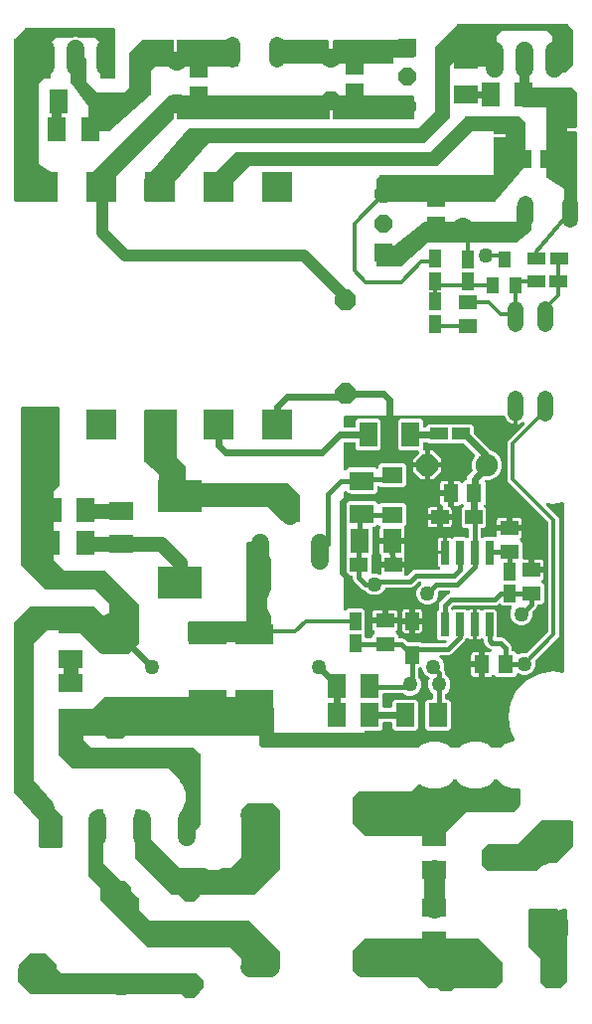
<source format=gbr>
G04 EAGLE Gerber X2 export*
%TF.Part,Single*%
%TF.FileFunction,Copper,L2,Bot,Mixed*%
%TF.FilePolarity,Positive*%
%TF.GenerationSoftware,Autodesk,EAGLE,9.0.0*%
%TF.CreationDate,2019-06-10T11:01:14Z*%
G75*
%MOMM*%
%FSLAX34Y34*%
%LPD*%
%AMOC8*
5,1,8,0,0,1.08239X$1,22.5*%
G01*
%ADD10P,2.336880X8X292.500000*%
%ADD11P,1.924489X8X292.500000*%
%ADD12C,1.524000*%
%ADD13C,1.676400*%
%ADD14P,3.436588X8X202.500000*%
%ADD15P,1.429621X8X202.500000*%
%ADD16P,3.409096X8X292.500000*%
%ADD17C,3.149600*%
%ADD18R,2.000000X1.500000*%
%ADD19R,2.000000X1.600000*%
%ADD20R,1.600000X2.000000*%
%ADD21R,1.500000X2.000000*%
%ADD22R,0.660400X2.032000*%
%ADD23R,1.000000X1.500000*%
%ADD24C,1.320800*%
%ADD25R,1.600000X1.300000*%
%ADD26R,1.500000X1.000000*%
%ADD27C,1.905000*%
%ADD28P,2.061953X8X202.500000*%
%ADD29R,1.300000X1.600000*%
%ADD30P,1.732040X8X292.500000*%
%ADD31C,1.600200*%
%ADD32R,1.000000X1.400000*%
%ADD33R,3.800000X2.800000*%
%ADD34R,1.500000X1.200000*%
%ADD35P,1.924489X8X112.500000*%
%ADD36R,1.200000X1.500000*%
%ADD37R,1.500000X2.100000*%
%ADD38R,1.800000X1.400000*%
%ADD39P,1.732040X8X202.500000*%
%ADD40P,1.732040X8X112.500000*%
%ADD41R,2.540000X2.540000*%
%ADD42R,3.200000X1.800000*%
%ADD43C,1.270000*%
%ADD44R,1.524000X1.524000*%
%ADD45P,1.649562X8X22.500000*%
%ADD46P,1.649562X8X202.500000*%
%ADD47C,0.609600*%
%ADD48C,1.270000*%
%ADD49C,0.304800*%
%ADD50C,0.406400*%
%ADD51C,1.778000*%
%ADD52C,0.812800*%
%ADD53C,1.016000*%

G36*
X158676Y143486D02*
X158676Y143486D01*
X158753Y143484D01*
X158849Y143505D01*
X158947Y143517D01*
X159019Y143542D01*
X159093Y143559D01*
X159182Y143601D01*
X159275Y143634D01*
X159339Y143676D01*
X159408Y143708D01*
X159485Y143770D01*
X159568Y143823D01*
X159621Y143878D01*
X159680Y143926D01*
X159741Y144003D01*
X159810Y144074D01*
X159849Y144139D01*
X159896Y144199D01*
X159965Y144333D01*
X159989Y144373D01*
X159994Y144391D01*
X160008Y144417D01*
X162909Y151420D01*
X168577Y157089D01*
X168656Y157188D01*
X168740Y157282D01*
X168764Y157324D01*
X168794Y157362D01*
X168848Y157476D01*
X168909Y157587D01*
X168922Y157633D01*
X168943Y157677D01*
X168969Y157800D01*
X169004Y157922D01*
X169009Y157983D01*
X169016Y158017D01*
X169015Y158065D01*
X169023Y158166D01*
X169023Y217500D01*
X169009Y217626D01*
X169002Y217752D01*
X168989Y217798D01*
X168983Y217846D01*
X168941Y217965D01*
X168906Y218087D01*
X168882Y218129D01*
X168866Y218174D01*
X168797Y218281D01*
X168736Y218391D01*
X168696Y218437D01*
X168677Y218467D01*
X168642Y218501D01*
X168577Y218577D01*
X163577Y223577D01*
X163478Y223656D01*
X163384Y223740D01*
X163342Y223764D01*
X163304Y223794D01*
X163190Y223848D01*
X163079Y223909D01*
X163033Y223922D01*
X162989Y223943D01*
X162866Y223969D01*
X162744Y224004D01*
X162683Y224009D01*
X162648Y224016D01*
X162600Y224015D01*
X162500Y224023D01*
X75631Y224023D01*
X69023Y230631D01*
X69023Y233477D01*
X218731Y233477D01*
X218731Y227500D01*
X218743Y227402D01*
X218746Y227303D01*
X218763Y227245D01*
X218771Y227184D01*
X218807Y227092D01*
X218835Y226997D01*
X218865Y226945D01*
X218888Y226889D01*
X218946Y226809D01*
X218996Y226723D01*
X219062Y226648D01*
X219074Y226631D01*
X219084Y226624D01*
X219103Y226603D01*
X221603Y224103D01*
X221681Y224042D01*
X221753Y223974D01*
X221806Y223945D01*
X221854Y223908D01*
X221945Y223868D01*
X222031Y223820D01*
X222090Y223805D01*
X222146Y223781D01*
X222244Y223766D01*
X222339Y223741D01*
X222439Y223735D01*
X222460Y223731D01*
X222472Y223733D01*
X222500Y223731D01*
X354193Y223731D01*
X354292Y223743D01*
X354391Y223746D01*
X354449Y223763D01*
X354509Y223771D01*
X354601Y223807D01*
X354696Y223835D01*
X354748Y223865D01*
X354805Y223888D01*
X354885Y223946D01*
X354970Y223996D01*
X355046Y224062D01*
X355062Y224074D01*
X355070Y224084D01*
X355091Y224103D01*
X357080Y226091D01*
X364490Y229161D01*
X372510Y229161D01*
X379920Y226091D01*
X381909Y224103D01*
X381987Y224042D01*
X382059Y223974D01*
X382112Y223945D01*
X382160Y223908D01*
X382251Y223868D01*
X382338Y223820D01*
X382396Y223805D01*
X382452Y223781D01*
X382550Y223766D01*
X382646Y223741D01*
X382746Y223735D01*
X382766Y223731D01*
X382779Y223733D01*
X382807Y223731D01*
X389193Y223731D01*
X389292Y223743D01*
X389391Y223746D01*
X389449Y223763D01*
X389509Y223771D01*
X389601Y223807D01*
X389696Y223835D01*
X389748Y223865D01*
X389805Y223888D01*
X389885Y223946D01*
X389970Y223996D01*
X390046Y224062D01*
X390062Y224074D01*
X390070Y224084D01*
X390091Y224103D01*
X392080Y226091D01*
X399490Y229161D01*
X407510Y229161D01*
X414920Y226091D01*
X416909Y224103D01*
X416987Y224042D01*
X417059Y223974D01*
X417112Y223945D01*
X417160Y223908D01*
X417251Y223868D01*
X417338Y223820D01*
X417396Y223805D01*
X417452Y223781D01*
X417550Y223766D01*
X417646Y223741D01*
X417746Y223735D01*
X417766Y223731D01*
X417779Y223733D01*
X417807Y223731D01*
X424193Y223731D01*
X424292Y223743D01*
X424391Y223746D01*
X424449Y223763D01*
X424509Y223771D01*
X424601Y223807D01*
X424696Y223835D01*
X424748Y223865D01*
X424805Y223888D01*
X424885Y223946D01*
X424970Y223996D01*
X425046Y224062D01*
X425062Y224074D01*
X425070Y224084D01*
X425091Y224103D01*
X427080Y226091D01*
X434490Y229161D01*
X435766Y229161D01*
X435865Y229173D01*
X435964Y229176D01*
X436022Y229193D01*
X436082Y229201D01*
X436174Y229237D01*
X436270Y229265D01*
X436322Y229295D01*
X436378Y229318D01*
X436458Y229376D01*
X436544Y229427D01*
X436586Y229469D01*
X436635Y229504D01*
X436698Y229581D01*
X436769Y229651D01*
X436799Y229703D01*
X436838Y229749D01*
X436880Y229839D01*
X436931Y229925D01*
X436948Y229983D01*
X436973Y230037D01*
X436992Y230135D01*
X437020Y230230D01*
X437022Y230290D01*
X437033Y230349D01*
X437027Y230449D01*
X437030Y230548D01*
X437017Y230607D01*
X437013Y230667D01*
X436983Y230761D01*
X436961Y230858D01*
X436922Y230950D01*
X436915Y230969D01*
X436909Y230980D01*
X436897Y231006D01*
X433296Y238074D01*
X431407Y250000D01*
X433296Y261926D01*
X438778Y272684D01*
X447316Y281222D01*
X458074Y286704D01*
X470000Y288593D01*
X477301Y287436D01*
X477361Y287435D01*
X477420Y287423D01*
X477519Y287430D01*
X477619Y287426D01*
X477677Y287439D01*
X477737Y287443D01*
X477832Y287474D01*
X477930Y287496D01*
X477983Y287523D01*
X478039Y287541D01*
X478124Y287595D01*
X478213Y287640D01*
X478258Y287679D01*
X478308Y287711D01*
X478377Y287784D01*
X478452Y287850D01*
X478485Y287900D01*
X478526Y287943D01*
X478574Y288031D01*
X478631Y288113D01*
X478651Y288169D01*
X478680Y288221D01*
X478705Y288318D01*
X478739Y288412D01*
X478744Y288472D01*
X478759Y288529D01*
X478769Y288690D01*
X478769Y431310D01*
X478762Y431369D01*
X478764Y431429D01*
X478742Y431526D01*
X478729Y431625D01*
X478708Y431681D01*
X478695Y431739D01*
X478649Y431828D01*
X478612Y431921D01*
X478577Y431969D01*
X478550Y432022D01*
X478484Y432098D01*
X478426Y432178D01*
X478380Y432216D01*
X478340Y432261D01*
X478258Y432317D01*
X478181Y432381D01*
X478127Y432407D01*
X478077Y432440D01*
X477983Y432474D01*
X477893Y432517D01*
X477835Y432528D01*
X477778Y432548D01*
X477678Y432558D01*
X477581Y432577D01*
X477521Y432573D01*
X477462Y432579D01*
X477301Y432564D01*
X470000Y431407D01*
X465018Y432196D01*
X464938Y432199D01*
X464859Y432211D01*
X464780Y432204D01*
X464700Y432206D01*
X464622Y432189D01*
X464543Y432181D01*
X464468Y432154D01*
X464390Y432137D01*
X464319Y432101D01*
X464244Y432074D01*
X464177Y432029D01*
X464106Y431993D01*
X464046Y431940D01*
X463980Y431895D01*
X463927Y431835D01*
X463867Y431782D01*
X463823Y431717D01*
X463770Y431657D01*
X463734Y431585D01*
X463689Y431519D01*
X463662Y431445D01*
X463625Y431374D01*
X463608Y431295D01*
X463581Y431220D01*
X463573Y431141D01*
X463556Y431063D01*
X463558Y430983D01*
X463551Y430904D01*
X463563Y430825D01*
X463565Y430745D01*
X463588Y430669D01*
X463600Y430590D01*
X463632Y430516D01*
X463654Y430440D01*
X463694Y430371D01*
X463726Y430298D01*
X463775Y430234D01*
X463815Y430166D01*
X463920Y430047D01*
X463921Y430046D01*
X463922Y430045D01*
X471522Y422444D01*
X474573Y419394D01*
X474573Y318106D01*
X454687Y298220D01*
X454669Y298197D01*
X454647Y298178D01*
X454572Y298072D01*
X454540Y298030D01*
X454538Y298028D01*
X454537Y298027D01*
X454492Y297969D01*
X454481Y297942D01*
X454464Y297918D01*
X454418Y297797D01*
X454366Y297677D01*
X454361Y297648D01*
X454351Y297620D01*
X454337Y297492D01*
X454316Y297363D01*
X454319Y297334D01*
X454316Y297304D01*
X454334Y297176D01*
X454346Y297047D01*
X454356Y297019D01*
X454360Y296989D01*
X454399Y296876D01*
X454399Y293130D01*
X452968Y289676D01*
X450324Y287032D01*
X446870Y285601D01*
X443130Y285601D01*
X440204Y286814D01*
X440156Y286827D01*
X440111Y286848D01*
X440003Y286868D01*
X439897Y286898D01*
X439847Y286898D01*
X439798Y286908D01*
X439689Y286901D01*
X439579Y286903D01*
X439531Y286891D01*
X439481Y286888D01*
X439377Y286854D01*
X439270Y286828D01*
X439226Y286805D01*
X439179Y286790D01*
X439086Y286731D01*
X438989Y286680D01*
X438952Y286646D01*
X438910Y286620D01*
X438835Y286540D01*
X438753Y286466D01*
X438726Y286424D01*
X438692Y286388D01*
X438639Y286292D01*
X438579Y286200D01*
X438562Y286153D01*
X438538Y286110D01*
X438511Y286003D01*
X438475Y285899D01*
X438471Y285850D01*
X438459Y285802D01*
X438449Y285641D01*
X438449Y285237D01*
X436663Y283451D01*
X421137Y283451D01*
X419414Y285175D01*
X419314Y285252D01*
X419219Y285334D01*
X419189Y285349D01*
X419162Y285370D01*
X419047Y285420D01*
X418934Y285476D01*
X418901Y285483D01*
X418870Y285496D01*
X418746Y285516D01*
X418623Y285542D01*
X418590Y285541D01*
X418556Y285546D01*
X418431Y285534D01*
X418306Y285529D01*
X418273Y285519D01*
X418240Y285516D01*
X418121Y285474D01*
X418001Y285437D01*
X417972Y285420D01*
X417940Y285409D01*
X417837Y285338D01*
X417729Y285273D01*
X417705Y285249D01*
X417677Y285230D01*
X417594Y285136D01*
X417506Y285046D01*
X417479Y285005D01*
X417467Y284992D01*
X417457Y284972D01*
X417440Y284947D01*
X416960Y284467D01*
X416381Y284132D01*
X415734Y283959D01*
X411439Y283959D01*
X411439Y293230D01*
X411424Y293348D01*
X411417Y293467D01*
X411404Y293505D01*
X411399Y293545D01*
X411355Y293656D01*
X411319Y293769D01*
X411297Y293804D01*
X411282Y293841D01*
X411212Y293937D01*
X411149Y294038D01*
X411119Y294066D01*
X411095Y294098D01*
X411004Y294174D01*
X410917Y294256D01*
X410882Y294275D01*
X410850Y294301D01*
X410743Y294352D01*
X410639Y294409D01*
X410599Y294420D01*
X410563Y294437D01*
X410446Y294459D01*
X410331Y294489D01*
X410270Y294493D01*
X410250Y294497D01*
X410230Y294495D01*
X410170Y294499D01*
X408899Y294499D01*
X408899Y294501D01*
X410170Y294501D01*
X410288Y294516D01*
X410407Y294523D01*
X410445Y294536D01*
X410485Y294541D01*
X410596Y294585D01*
X410709Y294621D01*
X410744Y294643D01*
X410781Y294658D01*
X410877Y294728D01*
X410978Y294791D01*
X411006Y294821D01*
X411038Y294845D01*
X411114Y294936D01*
X411196Y295023D01*
X411215Y295058D01*
X411241Y295090D01*
X411292Y295197D01*
X411349Y295301D01*
X411360Y295341D01*
X411377Y295377D01*
X411399Y295494D01*
X411429Y295609D01*
X411433Y295670D01*
X411437Y295690D01*
X411435Y295710D01*
X411439Y295770D01*
X411439Y305041D01*
X415851Y305041D01*
X415920Y305049D01*
X415990Y305048D01*
X416077Y305069D01*
X416166Y305081D01*
X416231Y305106D01*
X416299Y305123D01*
X416378Y305165D01*
X416462Y305198D01*
X416518Y305239D01*
X416580Y305271D01*
X416647Y305332D01*
X416719Y305384D01*
X416764Y305438D01*
X416815Y305485D01*
X416865Y305560D01*
X416922Y305629D01*
X416952Y305693D01*
X416990Y305751D01*
X417019Y305836D01*
X417058Y305917D01*
X417071Y305986D01*
X417093Y306052D01*
X417101Y306141D01*
X417117Y306229D01*
X417113Y306299D01*
X417119Y306369D01*
X417103Y306457D01*
X417098Y306547D01*
X417076Y306613D01*
X417064Y306682D01*
X417027Y306764D01*
X417000Y306849D01*
X416962Y306908D01*
X416934Y306972D01*
X416878Y307042D01*
X416829Y307118D01*
X416779Y307166D01*
X416735Y307220D01*
X416663Y307275D01*
X416598Y307336D01*
X416537Y307370D01*
X416481Y307412D01*
X416336Y307483D01*
X414622Y308193D01*
X410943Y311872D01*
X410169Y313739D01*
X410169Y315347D01*
X410157Y315446D01*
X410154Y315545D01*
X410137Y315603D01*
X410129Y315663D01*
X410093Y315755D01*
X410065Y315850D01*
X410035Y315902D01*
X410012Y315959D01*
X409954Y316039D01*
X409904Y316124D01*
X409838Y316199D01*
X409826Y316216D01*
X409816Y316224D01*
X409798Y316245D01*
X409438Y316604D01*
X409344Y316677D01*
X409255Y316756D01*
X409219Y316774D01*
X409187Y316799D01*
X409078Y316846D01*
X408972Y316901D01*
X408932Y316909D01*
X408895Y316925D01*
X408778Y316944D01*
X408661Y316970D01*
X408621Y316969D01*
X408581Y316975D01*
X408463Y316964D01*
X408344Y316961D01*
X408305Y316949D01*
X408264Y316945D01*
X408152Y316905D01*
X408038Y316872D01*
X408003Y316852D01*
X407965Y316838D01*
X407867Y316771D01*
X407764Y316711D01*
X407719Y316671D01*
X407702Y316659D01*
X407689Y316644D01*
X407643Y316604D01*
X407412Y316373D01*
X406833Y316038D01*
X406186Y315865D01*
X404200Y315865D01*
X404200Y328185D01*
X404185Y328303D01*
X404178Y328422D01*
X404165Y328460D01*
X404160Y328500D01*
X404138Y328556D01*
X404160Y328671D01*
X404190Y328787D01*
X404194Y328847D01*
X404198Y328867D01*
X404196Y328887D01*
X404200Y328947D01*
X404200Y341267D01*
X406186Y341267D01*
X406833Y341094D01*
X407412Y340759D01*
X407643Y340528D01*
X407737Y340455D01*
X407827Y340376D01*
X407863Y340358D01*
X407895Y340333D01*
X408004Y340286D01*
X408110Y340231D01*
X408149Y340223D01*
X408186Y340207D01*
X408304Y340188D01*
X408420Y340162D01*
X408461Y340163D01*
X408501Y340157D01*
X408619Y340168D01*
X408738Y340171D01*
X408777Y340183D01*
X408817Y340187D01*
X408929Y340227D01*
X409044Y340260D01*
X409078Y340280D01*
X409116Y340294D01*
X409215Y340361D01*
X409317Y340421D01*
X409363Y340461D01*
X409380Y340473D01*
X409393Y340488D01*
X409438Y340528D01*
X410685Y341775D01*
X419815Y341775D01*
X421601Y339989D01*
X421601Y318850D01*
X421616Y318732D01*
X421623Y318613D01*
X421636Y318575D01*
X421641Y318534D01*
X421684Y318424D01*
X421721Y318311D01*
X421743Y318276D01*
X421758Y318239D01*
X421827Y318143D01*
X421891Y318042D01*
X421921Y318014D01*
X421944Y317981D01*
X422036Y317905D01*
X422123Y317824D01*
X422158Y317804D01*
X422189Y317779D01*
X422297Y317728D01*
X422401Y317670D01*
X422441Y317660D01*
X422477Y317643D01*
X422594Y317621D01*
X422709Y317591D01*
X422769Y317587D01*
X422789Y317583D01*
X422810Y317585D01*
X422870Y317581D01*
X426011Y317581D01*
X427878Y316807D01*
X433207Y311478D01*
X433981Y309611D01*
X433981Y306818D01*
X433996Y306700D01*
X434003Y306581D01*
X434016Y306543D01*
X434021Y306502D01*
X434064Y306392D01*
X434101Y306279D01*
X434123Y306244D01*
X434138Y306207D01*
X434207Y306111D01*
X434271Y306010D01*
X434301Y305982D01*
X434324Y305949D01*
X434416Y305873D01*
X434503Y305792D01*
X434538Y305772D01*
X434569Y305747D01*
X434677Y305696D01*
X434781Y305638D01*
X434821Y305628D01*
X434857Y305611D01*
X434974Y305589D01*
X435089Y305559D01*
X435149Y305555D01*
X435169Y305551D01*
X435190Y305553D01*
X435250Y305549D01*
X436663Y305549D01*
X438771Y303441D01*
X438794Y303423D01*
X438813Y303400D01*
X438919Y303326D01*
X439022Y303246D01*
X439049Y303234D01*
X439073Y303217D01*
X439195Y303171D01*
X439314Y303120D01*
X439343Y303115D01*
X439371Y303105D01*
X439500Y303090D01*
X439628Y303070D01*
X439657Y303073D01*
X439687Y303069D01*
X439815Y303087D01*
X439944Y303100D01*
X439972Y303110D01*
X440002Y303114D01*
X440154Y303166D01*
X443130Y304399D01*
X446877Y304399D01*
X446892Y304391D01*
X447019Y304362D01*
X447144Y304328D01*
X447173Y304328D01*
X447202Y304321D01*
X447332Y304325D01*
X447462Y304323D01*
X447491Y304330D01*
X447520Y304331D01*
X447645Y304367D01*
X447771Y304397D01*
X447797Y304411D01*
X447826Y304419D01*
X447937Y304485D01*
X448052Y304546D01*
X448074Y304566D01*
X448100Y304581D01*
X448220Y304687D01*
X465056Y321522D01*
X465116Y321601D01*
X465184Y321673D01*
X465213Y321726D01*
X465250Y321774D01*
X465290Y321865D01*
X465338Y321951D01*
X465353Y322010D01*
X465377Y322065D01*
X465392Y322163D01*
X465417Y322259D01*
X465423Y322359D01*
X465427Y322380D01*
X465425Y322392D01*
X465427Y322420D01*
X465427Y415080D01*
X465415Y415178D01*
X465412Y415277D01*
X465395Y415336D01*
X465387Y415396D01*
X465351Y415488D01*
X465323Y415583D01*
X465293Y415635D01*
X465270Y415691D01*
X465212Y415771D01*
X465162Y415857D01*
X465096Y415932D01*
X465084Y415949D01*
X465074Y415957D01*
X465056Y415978D01*
X430427Y450606D01*
X430427Y484394D01*
X444940Y498907D01*
X444977Y498954D01*
X445021Y498995D01*
X445074Y499080D01*
X445135Y499158D01*
X445159Y499213D01*
X445191Y499264D01*
X445222Y499359D01*
X445262Y499450D01*
X445271Y499509D01*
X445289Y499566D01*
X445296Y499666D01*
X445311Y499764D01*
X445306Y499824D01*
X445310Y499884D01*
X445291Y499982D01*
X445282Y500081D01*
X445261Y500137D01*
X445250Y500196D01*
X445208Y500286D01*
X445174Y500380D01*
X445140Y500430D01*
X445115Y500484D01*
X445051Y500561D01*
X444995Y500643D01*
X444950Y500683D01*
X444912Y500729D01*
X444832Y500788D01*
X444757Y500854D01*
X444704Y500881D01*
X444655Y500916D01*
X444562Y500953D01*
X444474Y500998D01*
X444415Y501012D01*
X444360Y501034D01*
X444261Y501046D01*
X444163Y501068D01*
X444104Y501066D01*
X444044Y501074D01*
X443945Y501061D01*
X443846Y501058D01*
X443788Y501042D01*
X443729Y501034D01*
X443636Y500998D01*
X443540Y500970D01*
X443489Y500940D01*
X443433Y500918D01*
X443297Y500831D01*
X442393Y500175D01*
X441110Y499521D01*
X439741Y499076D01*
X439631Y499059D01*
X439631Y505000D01*
X439616Y505118D01*
X439609Y505237D01*
X439596Y505275D01*
X439591Y505316D01*
X439548Y505426D01*
X439511Y505539D01*
X439489Y505574D01*
X439474Y505611D01*
X439405Y505707D01*
X439341Y505808D01*
X439311Y505836D01*
X439288Y505869D01*
X439196Y505945D01*
X439109Y506026D01*
X439074Y506046D01*
X439043Y506071D01*
X438935Y506122D01*
X438831Y506180D01*
X438791Y506190D01*
X438755Y506207D01*
X438638Y506229D01*
X438523Y506259D01*
X438463Y506263D01*
X438443Y506267D01*
X438422Y506265D01*
X438362Y506269D01*
X436838Y506269D01*
X436720Y506254D01*
X436601Y506247D01*
X436563Y506234D01*
X436522Y506229D01*
X436412Y506186D01*
X436299Y506149D01*
X436264Y506127D01*
X436227Y506112D01*
X436130Y506043D01*
X436030Y505979D01*
X436002Y505949D01*
X435969Y505926D01*
X435893Y505834D01*
X435812Y505747D01*
X435792Y505712D01*
X435767Y505681D01*
X435716Y505573D01*
X435658Y505469D01*
X435648Y505429D01*
X435631Y505393D01*
X435609Y505276D01*
X435579Y505161D01*
X435575Y505101D01*
X435571Y505081D01*
X435573Y505060D01*
X435569Y505000D01*
X435569Y499059D01*
X435459Y499076D01*
X434090Y499521D01*
X432807Y500175D01*
X431643Y501021D01*
X430625Y502039D01*
X429779Y503203D01*
X429125Y504486D01*
X428831Y505392D01*
X428797Y505464D01*
X428772Y505539D01*
X428730Y505607D01*
X428695Y505680D01*
X428645Y505741D01*
X428602Y505808D01*
X428544Y505863D01*
X428493Y505925D01*
X428429Y505972D01*
X428371Y506026D01*
X428300Y506065D01*
X428235Y506112D01*
X428162Y506141D01*
X428092Y506180D01*
X428014Y506200D01*
X427940Y506229D01*
X427861Y506239D01*
X427784Y506259D01*
X427625Y506269D01*
X427624Y506269D01*
X292500Y506269D01*
X292382Y506254D01*
X292263Y506247D01*
X292225Y506234D01*
X292184Y506229D01*
X292074Y506186D01*
X291961Y506149D01*
X291926Y506127D01*
X291889Y506112D01*
X291793Y506043D01*
X291692Y505979D01*
X291664Y505949D01*
X291631Y505926D01*
X291556Y505834D01*
X291474Y505747D01*
X291454Y505712D01*
X291429Y505681D01*
X291378Y505573D01*
X291320Y505469D01*
X291310Y505429D01*
X291293Y505393D01*
X291271Y505276D01*
X291241Y505161D01*
X291237Y505101D01*
X291233Y505081D01*
X291235Y505060D01*
X291231Y505000D01*
X291231Y497366D01*
X291246Y497248D01*
X291253Y497129D01*
X291266Y497091D01*
X291271Y497050D01*
X291314Y496940D01*
X291351Y496827D01*
X291373Y496792D01*
X291388Y496755D01*
X291458Y496659D01*
X291521Y496558D01*
X291551Y496530D01*
X291574Y496497D01*
X291666Y496421D01*
X291753Y496340D01*
X291788Y496320D01*
X291819Y496295D01*
X291927Y496244D01*
X292031Y496186D01*
X292071Y496176D01*
X292107Y496159D01*
X292224Y496137D01*
X292339Y496107D01*
X292400Y496103D01*
X292420Y496099D01*
X292440Y496101D01*
X292500Y496097D01*
X300182Y496097D01*
X300300Y496112D01*
X300419Y496119D01*
X300457Y496132D01*
X300498Y496137D01*
X300608Y496180D01*
X300721Y496217D01*
X300756Y496239D01*
X300793Y496254D01*
X300889Y496323D01*
X300990Y496387D01*
X301018Y496417D01*
X301051Y496440D01*
X301127Y496532D01*
X301208Y496619D01*
X301228Y496654D01*
X301253Y496685D01*
X301304Y496793D01*
X301362Y496897D01*
X301372Y496937D01*
X301389Y496973D01*
X301411Y497090D01*
X301441Y497205D01*
X301445Y497265D01*
X301449Y497285D01*
X301447Y497306D01*
X301451Y497366D01*
X301451Y501763D01*
X303237Y503549D01*
X320763Y503549D01*
X322549Y501763D01*
X322549Y478237D01*
X320763Y476451D01*
X303237Y476451D01*
X301451Y478237D01*
X301451Y482634D01*
X301436Y482752D01*
X301429Y482871D01*
X301416Y482909D01*
X301411Y482950D01*
X301368Y483060D01*
X301331Y483173D01*
X301309Y483208D01*
X301294Y483245D01*
X301225Y483341D01*
X301161Y483442D01*
X301131Y483470D01*
X301108Y483503D01*
X301016Y483579D01*
X300929Y483660D01*
X300894Y483680D01*
X300863Y483705D01*
X300755Y483756D01*
X300651Y483814D01*
X300611Y483824D01*
X300575Y483841D01*
X300458Y483863D01*
X300343Y483893D01*
X300283Y483897D01*
X300263Y483901D01*
X300242Y483899D01*
X300182Y483903D01*
X292500Y483903D01*
X292382Y483888D01*
X292263Y483881D01*
X292225Y483868D01*
X292184Y483863D01*
X292074Y483820D01*
X291961Y483783D01*
X291926Y483761D01*
X291889Y483746D01*
X291793Y483677D01*
X291692Y483613D01*
X291664Y483583D01*
X291631Y483560D01*
X291556Y483468D01*
X291474Y483381D01*
X291454Y483346D01*
X291429Y483315D01*
X291378Y483207D01*
X291320Y483103D01*
X291310Y483063D01*
X291293Y483027D01*
X291271Y482910D01*
X291241Y482795D01*
X291237Y482735D01*
X291233Y482715D01*
X291235Y482694D01*
X291231Y482634D01*
X291231Y461107D01*
X291248Y460969D01*
X291261Y460830D01*
X291268Y460811D01*
X291271Y460791D01*
X291322Y460662D01*
X291369Y460531D01*
X291380Y460514D01*
X291388Y460495D01*
X291469Y460383D01*
X291547Y460268D01*
X291563Y460254D01*
X291574Y460238D01*
X291682Y460149D01*
X291786Y460057D01*
X291804Y460048D01*
X291819Y460035D01*
X291945Y459976D01*
X292069Y459913D01*
X292089Y459908D01*
X292107Y459900D01*
X292243Y459874D01*
X292379Y459843D01*
X292400Y459844D01*
X292420Y459840D01*
X292558Y459848D01*
X292697Y459853D01*
X292717Y459858D01*
X292737Y459860D01*
X292869Y459902D01*
X293003Y459941D01*
X293020Y459951D01*
X293039Y459958D01*
X293157Y460032D01*
X293277Y460103D01*
X293298Y460121D01*
X293308Y460128D01*
X293322Y460143D01*
X293398Y460209D01*
X295237Y462049D01*
X317763Y462049D01*
X318285Y461527D01*
X318394Y461442D01*
X318501Y461353D01*
X318520Y461345D01*
X318536Y461332D01*
X318664Y461277D01*
X318789Y461218D01*
X318809Y461214D01*
X318828Y461206D01*
X318966Y461184D01*
X319102Y461158D01*
X319122Y461159D01*
X319142Y461156D01*
X319281Y461169D01*
X319419Y461178D01*
X319438Y461184D01*
X319458Y461186D01*
X319589Y461233D01*
X319721Y461276D01*
X319739Y461286D01*
X319758Y461293D01*
X319872Y461371D01*
X319990Y461446D01*
X320004Y461461D01*
X320021Y461472D01*
X320113Y461576D01*
X320208Y461677D01*
X320218Y461695D01*
X320231Y461710D01*
X320294Y461834D01*
X320362Y461956D01*
X320367Y461975D01*
X320376Y461994D01*
X320406Y462129D01*
X320441Y462264D01*
X320443Y462292D01*
X320446Y462304D01*
X320445Y462324D01*
X320451Y462425D01*
X320451Y464263D01*
X322237Y466049D01*
X342763Y466049D01*
X344549Y464263D01*
X344549Y447737D01*
X342763Y445951D01*
X322237Y445951D01*
X321715Y446473D01*
X321606Y446558D01*
X321499Y446647D01*
X321480Y446655D01*
X321464Y446668D01*
X321336Y446723D01*
X321211Y446782D01*
X321191Y446786D01*
X321172Y446794D01*
X321034Y446816D01*
X320898Y446842D01*
X320878Y446841D01*
X320858Y446844D01*
X320719Y446831D01*
X320581Y446822D01*
X320562Y446816D01*
X320542Y446814D01*
X320411Y446767D01*
X320279Y446724D01*
X320261Y446714D01*
X320242Y446707D01*
X320128Y446629D01*
X320010Y446554D01*
X319996Y446539D01*
X319979Y446528D01*
X319887Y446424D01*
X319792Y446323D01*
X319782Y446305D01*
X319769Y446290D01*
X319706Y446166D01*
X319638Y446044D01*
X319633Y446025D01*
X319624Y446006D01*
X319594Y445871D01*
X319559Y445736D01*
X319557Y445708D01*
X319554Y445696D01*
X319555Y445676D01*
X319549Y445575D01*
X319549Y441737D01*
X317763Y439951D01*
X295237Y439951D01*
X293398Y441791D01*
X293288Y441876D01*
X293181Y441965D01*
X293162Y441973D01*
X293146Y441986D01*
X293018Y442041D01*
X292893Y442100D01*
X292873Y442104D01*
X292854Y442112D01*
X292716Y442134D01*
X292581Y442160D01*
X292560Y442159D01*
X292540Y442162D01*
X292401Y442149D01*
X292263Y442140D01*
X292244Y442134D01*
X292224Y442132D01*
X292092Y442085D01*
X291961Y442042D01*
X291943Y442032D01*
X291924Y442025D01*
X291809Y441947D01*
X291692Y441872D01*
X291678Y441857D01*
X291661Y441846D01*
X291569Y441742D01*
X291474Y441641D01*
X291464Y441623D01*
X291451Y441608D01*
X291387Y441484D01*
X291320Y441362D01*
X291315Y441343D01*
X291306Y441324D01*
X291276Y441189D01*
X291241Y441054D01*
X291239Y441026D01*
X291237Y441014D01*
X291237Y440994D01*
X291231Y440893D01*
X291231Y433107D01*
X291248Y432969D01*
X291261Y432830D01*
X291268Y432811D01*
X291271Y432791D01*
X291322Y432662D01*
X291369Y432531D01*
X291380Y432514D01*
X291388Y432495D01*
X291469Y432383D01*
X291547Y432268D01*
X291563Y432254D01*
X291574Y432238D01*
X291682Y432149D01*
X291786Y432057D01*
X291804Y432048D01*
X291819Y432035D01*
X291945Y431976D01*
X292069Y431913D01*
X292089Y431908D01*
X292107Y431900D01*
X292243Y431874D01*
X292379Y431843D01*
X292400Y431844D01*
X292420Y431840D01*
X292558Y431848D01*
X292697Y431853D01*
X292717Y431858D01*
X292737Y431860D01*
X292869Y431902D01*
X293003Y431941D01*
X293020Y431951D01*
X293039Y431958D01*
X293157Y432032D01*
X293277Y432103D01*
X293298Y432121D01*
X293308Y432128D01*
X293322Y432143D01*
X293398Y432209D01*
X295237Y434049D01*
X317763Y434049D01*
X319570Y432241D01*
X319579Y432148D01*
X319586Y432129D01*
X319589Y432109D01*
X319640Y431980D01*
X319687Y431849D01*
X319698Y431832D01*
X319706Y431813D01*
X319787Y431701D01*
X319865Y431586D01*
X319881Y431572D01*
X319892Y431556D01*
X320000Y431467D01*
X320104Y431375D01*
X320122Y431366D01*
X320137Y431353D01*
X320263Y431294D01*
X320387Y431231D01*
X320407Y431226D01*
X320425Y431218D01*
X320562Y431192D01*
X320697Y431161D01*
X320718Y431162D01*
X320737Y431158D01*
X320876Y431166D01*
X321015Y431171D01*
X321035Y431176D01*
X321055Y431178D01*
X321187Y431220D01*
X321321Y431259D01*
X321338Y431269D01*
X321357Y431276D01*
X321475Y431350D01*
X321595Y431421D01*
X321616Y431439D01*
X321626Y431446D01*
X321640Y431461D01*
X321715Y431527D01*
X322237Y432049D01*
X342763Y432049D01*
X344549Y430263D01*
X344549Y413737D01*
X343158Y412347D01*
X343094Y412263D01*
X343022Y412186D01*
X342997Y412138D01*
X342964Y412096D01*
X342921Y411998D01*
X342872Y411905D01*
X342859Y411853D01*
X342837Y411804D01*
X342821Y411699D01*
X342795Y411597D01*
X342796Y411543D01*
X342787Y411490D01*
X342797Y411384D01*
X342798Y411279D01*
X342815Y411195D01*
X342817Y411173D01*
X342822Y411158D01*
X342830Y411121D01*
X343041Y410334D01*
X343041Y402539D01*
X333770Y402539D01*
X333652Y402524D01*
X333533Y402517D01*
X333495Y402504D01*
X333455Y402499D01*
X333344Y402455D01*
X333231Y402419D01*
X333196Y402397D01*
X333159Y402382D01*
X333063Y402312D01*
X332962Y402249D01*
X332934Y402219D01*
X332902Y402195D01*
X332826Y402104D01*
X332744Y402017D01*
X332725Y401982D01*
X332699Y401950D01*
X332648Y401843D01*
X332591Y401739D01*
X332580Y401699D01*
X332563Y401663D01*
X332541Y401546D01*
X332511Y401431D01*
X332507Y401370D01*
X332503Y401350D01*
X332505Y401330D01*
X332501Y401270D01*
X332501Y399999D01*
X332499Y399999D01*
X332499Y401270D01*
X332484Y401388D01*
X332477Y401507D01*
X332464Y401545D01*
X332459Y401585D01*
X332415Y401696D01*
X332379Y401809D01*
X332357Y401844D01*
X332342Y401881D01*
X332272Y401977D01*
X332209Y402078D01*
X332179Y402106D01*
X332155Y402138D01*
X332064Y402214D01*
X331977Y402296D01*
X331942Y402315D01*
X331910Y402341D01*
X331803Y402392D01*
X331699Y402449D01*
X331659Y402460D01*
X331623Y402477D01*
X331506Y402499D01*
X331391Y402529D01*
X331330Y402533D01*
X331310Y402537D01*
X331290Y402535D01*
X331230Y402539D01*
X321959Y402539D01*
X321959Y410334D01*
X322170Y411121D01*
X322184Y411226D01*
X322208Y411329D01*
X322206Y411383D01*
X322213Y411436D01*
X322201Y411541D01*
X322198Y411647D01*
X322183Y411698D01*
X322177Y411752D01*
X322139Y411851D01*
X322109Y411952D01*
X322082Y411998D01*
X322063Y412049D01*
X322002Y412135D01*
X321948Y412226D01*
X321891Y412290D01*
X321879Y412308D01*
X321867Y412318D01*
X321842Y412347D01*
X320897Y413291D01*
X320803Y413364D01*
X320714Y413443D01*
X320678Y413461D01*
X320646Y413486D01*
X320537Y413533D01*
X320431Y413587D01*
X320392Y413596D01*
X320354Y413612D01*
X320237Y413631D01*
X320121Y413657D01*
X320080Y413656D01*
X320040Y413662D01*
X319922Y413651D01*
X319803Y413647D01*
X319764Y413636D01*
X319724Y413632D01*
X319612Y413592D01*
X319497Y413559D01*
X319462Y413538D01*
X319424Y413525D01*
X319326Y413458D01*
X319223Y413397D01*
X319178Y413358D01*
X319161Y413346D01*
X319148Y413331D01*
X319102Y413291D01*
X317763Y411951D01*
X316818Y411951D01*
X316700Y411936D01*
X316581Y411929D01*
X316543Y411916D01*
X316502Y411911D01*
X316392Y411868D01*
X316279Y411831D01*
X316244Y411809D01*
X316207Y411794D01*
X316111Y411725D01*
X316010Y411661D01*
X315982Y411631D01*
X315949Y411608D01*
X315873Y411516D01*
X315792Y411429D01*
X315772Y411394D01*
X315747Y411363D01*
X315696Y411255D01*
X315638Y411151D01*
X315628Y411111D01*
X315611Y411075D01*
X315589Y410958D01*
X315559Y410843D01*
X315555Y410783D01*
X315551Y410763D01*
X315553Y410742D01*
X315549Y410682D01*
X315549Y388737D01*
X314921Y388109D01*
X314860Y388031D01*
X314792Y387959D01*
X314763Y387905D01*
X314726Y387858D01*
X314686Y387767D01*
X314638Y387680D01*
X314623Y387621D01*
X314599Y387566D01*
X314584Y387468D01*
X314559Y387372D01*
X314553Y387272D01*
X314549Y387252D01*
X314551Y387239D01*
X314549Y387211D01*
X314549Y373168D01*
X314564Y373050D01*
X314571Y372931D01*
X314584Y372893D01*
X314589Y372852D01*
X314632Y372742D01*
X314669Y372629D01*
X314691Y372594D01*
X314706Y372557D01*
X314775Y372461D01*
X314839Y372360D01*
X314869Y372332D01*
X314892Y372299D01*
X314984Y372223D01*
X315071Y372142D01*
X315106Y372122D01*
X315137Y372097D01*
X315245Y372046D01*
X315349Y371988D01*
X315389Y371978D01*
X315425Y371961D01*
X315542Y371939D01*
X315657Y371909D01*
X315717Y371905D01*
X315737Y371901D01*
X315758Y371903D01*
X315818Y371899D01*
X319370Y371899D01*
X321411Y371053D01*
X321466Y371038D01*
X321517Y371015D01*
X321619Y370996D01*
X321718Y370969D01*
X321775Y370968D01*
X321830Y370958D01*
X321933Y370966D01*
X322036Y370964D01*
X322091Y370977D01*
X322147Y370981D01*
X322245Y371014D01*
X322345Y371038D01*
X322395Y371065D01*
X322449Y371082D01*
X322535Y371139D01*
X322626Y371187D01*
X322668Y371225D01*
X322716Y371255D01*
X322763Y371307D01*
X322764Y371307D01*
X322765Y371310D01*
X322786Y371332D01*
X322862Y371401D01*
X322893Y371448D01*
X322931Y371489D01*
X322962Y371547D01*
X322966Y371552D01*
X322978Y371576D01*
X322980Y371580D01*
X323037Y371666D01*
X323055Y371720D01*
X323082Y371770D01*
X323096Y371827D01*
X323102Y371840D01*
X323109Y371879D01*
X323140Y371967D01*
X323144Y372023D01*
X323158Y372078D01*
X323157Y372129D01*
X323162Y372153D01*
X323159Y372204D01*
X323165Y372284D01*
X323155Y372340D01*
X323155Y372396D01*
X323143Y372455D01*
X323142Y372470D01*
X323137Y372486D01*
X323123Y372554D01*
X322959Y373166D01*
X322959Y376961D01*
X331730Y376961D01*
X331848Y376976D01*
X331967Y376983D01*
X332005Y376996D01*
X332045Y377001D01*
X332156Y377044D01*
X332269Y377081D01*
X332304Y377103D01*
X332341Y377118D01*
X332437Y377188D01*
X332538Y377251D01*
X332566Y377281D01*
X332598Y377305D01*
X332674Y377396D01*
X332756Y377483D01*
X332775Y377518D01*
X332801Y377549D01*
X332852Y377657D01*
X332909Y377761D01*
X332920Y377801D01*
X332937Y377837D01*
X332959Y377954D01*
X332989Y378069D01*
X332993Y378130D01*
X332997Y378150D01*
X332995Y378170D01*
X332999Y378230D01*
X332999Y379501D01*
X333001Y379501D01*
X333001Y378230D01*
X333016Y378112D01*
X333023Y377993D01*
X333036Y377955D01*
X333041Y377915D01*
X333085Y377804D01*
X333121Y377691D01*
X333143Y377656D01*
X333158Y377619D01*
X333228Y377523D01*
X333291Y377422D01*
X333321Y377394D01*
X333345Y377361D01*
X333436Y377286D01*
X333523Y377204D01*
X333558Y377184D01*
X333590Y377159D01*
X333697Y377108D01*
X333801Y377050D01*
X333841Y377040D01*
X333877Y377023D01*
X333994Y377001D01*
X334109Y376971D01*
X334170Y376967D01*
X334190Y376963D01*
X334210Y376965D01*
X334270Y376961D01*
X343041Y376961D01*
X343041Y373166D01*
X342868Y372519D01*
X342559Y371985D01*
X342507Y371862D01*
X342451Y371743D01*
X342446Y371716D01*
X342436Y371691D01*
X342416Y371560D01*
X342391Y371430D01*
X342393Y371404D01*
X342389Y371377D01*
X342403Y371245D01*
X342411Y371113D01*
X342419Y371087D01*
X342422Y371061D01*
X342468Y370936D01*
X342509Y370811D01*
X342524Y370788D01*
X342533Y370762D01*
X342609Y370653D01*
X342679Y370542D01*
X342699Y370523D01*
X342714Y370501D01*
X342815Y370415D01*
X342911Y370324D01*
X342935Y370311D01*
X342955Y370293D01*
X343074Y370234D01*
X343189Y370170D01*
X343215Y370164D01*
X343240Y370152D01*
X343370Y370124D01*
X343497Y370091D01*
X343535Y370089D01*
X343551Y370085D01*
X343573Y370086D01*
X343658Y370081D01*
X344870Y370081D01*
X344968Y370093D01*
X345067Y370096D01*
X345125Y370113D01*
X345185Y370121D01*
X345277Y370157D01*
X345372Y370185D01*
X345425Y370215D01*
X345481Y370238D01*
X345561Y370296D01*
X345646Y370346D01*
X345722Y370412D01*
X345738Y370424D01*
X345746Y370434D01*
X345767Y370452D01*
X349622Y374307D01*
X351489Y375081D01*
X372332Y375081D01*
X372476Y375099D01*
X372621Y375114D01*
X372634Y375119D01*
X372647Y375121D01*
X372782Y375174D01*
X372919Y375225D01*
X372931Y375233D01*
X372943Y375238D01*
X373061Y375323D01*
X373181Y375406D01*
X373189Y375416D01*
X373200Y375424D01*
X373294Y375537D01*
X373389Y375647D01*
X373395Y375659D01*
X373403Y375669D01*
X373465Y375801D01*
X373530Y375932D01*
X373533Y375945D01*
X373539Y375957D01*
X373566Y376100D01*
X373597Y376243D01*
X373596Y376256D01*
X373599Y376269D01*
X373590Y376414D01*
X373584Y376560D01*
X373580Y376574D01*
X373579Y376587D01*
X373534Y376725D01*
X373492Y376865D01*
X373485Y376877D01*
X373481Y376889D01*
X373403Y377013D01*
X373327Y377137D01*
X373318Y377147D01*
X373311Y377158D01*
X373204Y377258D01*
X373101Y377360D01*
X373085Y377370D01*
X373079Y377376D01*
X373064Y377384D01*
X372966Y377449D01*
X372288Y377841D01*
X371815Y378314D01*
X371480Y378893D01*
X371307Y379540D01*
X371307Y388384D01*
X376769Y388384D01*
X376887Y388399D01*
X377006Y388406D01*
X377044Y388418D01*
X377084Y388424D01*
X377195Y388467D01*
X377308Y388504D01*
X377342Y388526D01*
X377380Y388541D01*
X377476Y388610D01*
X377577Y388674D01*
X377605Y388704D01*
X377637Y388727D01*
X377713Y388819D01*
X377795Y388906D01*
X377814Y388941D01*
X377840Y388972D01*
X377891Y389080D01*
X377948Y389184D01*
X377958Y389224D01*
X377962Y389231D01*
X378070Y389266D01*
X378105Y389288D01*
X378142Y389303D01*
X378238Y389373D01*
X378339Y389436D01*
X378367Y389466D01*
X378400Y389490D01*
X378476Y389581D01*
X378557Y389668D01*
X378577Y389703D01*
X378602Y389735D01*
X378653Y389842D01*
X378711Y389947D01*
X378721Y389986D01*
X378738Y390022D01*
X378760Y390139D01*
X378790Y390255D01*
X378794Y390315D01*
X378798Y390335D01*
X378796Y390355D01*
X378800Y390415D01*
X378800Y402735D01*
X380786Y402735D01*
X381433Y402562D01*
X382012Y402227D01*
X382243Y401996D01*
X382337Y401923D01*
X382427Y401844D01*
X382463Y401826D01*
X382495Y401801D01*
X382604Y401754D01*
X382710Y401699D01*
X382749Y401691D01*
X382786Y401675D01*
X382904Y401656D01*
X383020Y401630D01*
X383061Y401631D01*
X383101Y401625D01*
X383219Y401636D01*
X383338Y401639D01*
X383377Y401651D01*
X383417Y401655D01*
X383529Y401695D01*
X383644Y401728D01*
X383678Y401748D01*
X383716Y401762D01*
X383815Y401829D01*
X383917Y401889D01*
X383963Y401929D01*
X383980Y401941D01*
X383993Y401956D01*
X384038Y401996D01*
X385285Y403243D01*
X394415Y403243D01*
X395303Y402355D01*
X395412Y402270D01*
X395519Y402181D01*
X395538Y402173D01*
X395554Y402160D01*
X395682Y402105D01*
X395807Y402046D01*
X395827Y402042D01*
X395846Y402034D01*
X395984Y402012D01*
X396120Y401986D01*
X396140Y401987D01*
X396160Y401984D01*
X396299Y401997D01*
X396437Y402006D01*
X396456Y402012D01*
X396476Y402014D01*
X396608Y402061D01*
X396739Y402104D01*
X396757Y402114D01*
X396776Y402121D01*
X396891Y402199D01*
X397008Y402274D01*
X397022Y402289D01*
X397039Y402300D01*
X397131Y402404D01*
X397226Y402505D01*
X397236Y402523D01*
X397249Y402538D01*
X397313Y402662D01*
X397380Y402784D01*
X397385Y402804D01*
X397394Y402822D01*
X397424Y402957D01*
X397459Y403092D01*
X397461Y403120D01*
X397464Y403132D01*
X397463Y403152D01*
X397469Y403253D01*
X397469Y409682D01*
X397454Y409800D01*
X397447Y409919D01*
X397434Y409957D01*
X397429Y409998D01*
X397386Y410108D01*
X397349Y410221D01*
X397327Y410256D01*
X397312Y410293D01*
X397243Y410389D01*
X397179Y410490D01*
X397149Y410518D01*
X397126Y410551D01*
X397034Y410627D01*
X396947Y410708D01*
X396912Y410728D01*
X396881Y410753D01*
X396773Y410804D01*
X396669Y410862D01*
X396629Y410872D01*
X396593Y410889D01*
X396476Y410911D01*
X396361Y410941D01*
X396301Y410945D01*
X396281Y410949D01*
X396260Y410947D01*
X396200Y410951D01*
X393237Y410951D01*
X391451Y412737D01*
X391451Y427263D01*
X393041Y428852D01*
X393114Y428947D01*
X393193Y429036D01*
X393211Y429072D01*
X393236Y429104D01*
X393283Y429213D01*
X393337Y429319D01*
X393346Y429358D01*
X393362Y429396D01*
X393381Y429513D01*
X393407Y429629D01*
X393406Y429670D01*
X393412Y429710D01*
X393401Y429828D01*
X393397Y429947D01*
X393386Y429986D01*
X393382Y430026D01*
X393342Y430139D01*
X393309Y430253D01*
X393288Y430287D01*
X393275Y430326D01*
X393208Y430424D01*
X393147Y430527D01*
X393107Y430572D01*
X393096Y430589D01*
X393081Y430602D01*
X393041Y430647D01*
X392714Y430975D01*
X392614Y431052D01*
X392519Y431134D01*
X392489Y431149D01*
X392462Y431170D01*
X392347Y431220D01*
X392234Y431276D01*
X392201Y431283D01*
X392170Y431296D01*
X392046Y431316D01*
X391923Y431342D01*
X391890Y431341D01*
X391856Y431346D01*
X391731Y431334D01*
X391606Y431329D01*
X391573Y431319D01*
X391540Y431316D01*
X391421Y431274D01*
X391301Y431237D01*
X391272Y431220D01*
X391240Y431209D01*
X391137Y431138D01*
X391029Y431073D01*
X391005Y431049D01*
X390977Y431030D01*
X390894Y430936D01*
X390806Y430846D01*
X390779Y430805D01*
X390767Y430792D01*
X390757Y430772D01*
X390740Y430747D01*
X390260Y430267D01*
X389681Y429932D01*
X389034Y429759D01*
X384739Y429759D01*
X384739Y439030D01*
X384724Y439148D01*
X384717Y439267D01*
X384704Y439305D01*
X384699Y439345D01*
X384655Y439456D01*
X384619Y439569D01*
X384597Y439604D01*
X384582Y439641D01*
X384512Y439737D01*
X384449Y439838D01*
X384419Y439866D01*
X384395Y439898D01*
X384304Y439974D01*
X384217Y440056D01*
X384182Y440075D01*
X384150Y440101D01*
X384043Y440152D01*
X383939Y440209D01*
X383899Y440220D01*
X383863Y440237D01*
X383746Y440259D01*
X383631Y440289D01*
X383570Y440293D01*
X383550Y440297D01*
X383530Y440295D01*
X383470Y440299D01*
X382199Y440299D01*
X382199Y440301D01*
X383470Y440301D01*
X383588Y440316D01*
X383707Y440323D01*
X383745Y440336D01*
X383785Y440341D01*
X383896Y440385D01*
X384009Y440421D01*
X384044Y440443D01*
X384081Y440458D01*
X384177Y440528D01*
X384278Y440591D01*
X384306Y440621D01*
X384338Y440645D01*
X384414Y440736D01*
X384496Y440823D01*
X384515Y440858D01*
X384541Y440890D01*
X384592Y440997D01*
X384649Y441101D01*
X384660Y441141D01*
X384677Y441177D01*
X384699Y441294D01*
X384729Y441409D01*
X384733Y441470D01*
X384737Y441490D01*
X384735Y441510D01*
X384739Y441570D01*
X384739Y450841D01*
X389034Y450841D01*
X389681Y450668D01*
X390260Y450333D01*
X390754Y449839D01*
X390793Y449788D01*
X390863Y449684D01*
X390889Y449662D01*
X390909Y449635D01*
X391008Y449557D01*
X391102Y449473D01*
X391132Y449458D01*
X391158Y449437D01*
X391273Y449386D01*
X391385Y449329D01*
X391418Y449321D01*
X391449Y449308D01*
X391573Y449287D01*
X391695Y449259D01*
X391729Y449260D01*
X391762Y449255D01*
X391888Y449265D01*
X392013Y449269D01*
X392046Y449278D01*
X392079Y449281D01*
X392198Y449322D01*
X392319Y449357D01*
X392348Y449374D01*
X392380Y449385D01*
X392484Y449455D01*
X392593Y449519D01*
X392629Y449551D01*
X392645Y449561D01*
X392659Y449577D01*
X392714Y449625D01*
X394437Y451349D01*
X395134Y451349D01*
X395252Y451364D01*
X395371Y451371D01*
X395409Y451384D01*
X395450Y451389D01*
X395560Y451432D01*
X395673Y451469D01*
X395708Y451491D01*
X395745Y451506D01*
X395841Y451575D01*
X395942Y451639D01*
X395970Y451669D01*
X396003Y451692D01*
X396079Y451784D01*
X396160Y451871D01*
X396180Y451906D01*
X396205Y451937D01*
X396256Y452045D01*
X396314Y452149D01*
X396324Y452189D01*
X396341Y452225D01*
X396363Y452342D01*
X396393Y452457D01*
X396397Y452517D01*
X396401Y452537D01*
X396399Y452558D01*
X396403Y452618D01*
X396403Y453713D01*
X397331Y455954D01*
X400803Y459425D01*
X400821Y459448D01*
X400843Y459468D01*
X400918Y459573D01*
X400998Y459676D01*
X401010Y459703D01*
X401027Y459728D01*
X401073Y459849D01*
X401124Y459968D01*
X401129Y459997D01*
X401139Y460025D01*
X401154Y460154D01*
X401174Y460282D01*
X401171Y460312D01*
X401175Y460341D01*
X401156Y460469D01*
X401144Y460599D01*
X401134Y460627D01*
X401130Y460656D01*
X401078Y460808D01*
X400626Y461899D01*
X400626Y466901D01*
X402540Y471522D01*
X402800Y471782D01*
X402873Y471876D01*
X402952Y471966D01*
X402971Y472002D01*
X402995Y472034D01*
X403043Y472143D01*
X403097Y472249D01*
X403106Y472288D01*
X403122Y472326D01*
X403140Y472443D01*
X403167Y472559D01*
X403165Y472600D01*
X403172Y472640D01*
X403160Y472758D01*
X403157Y472877D01*
X403146Y472916D01*
X403142Y472956D01*
X403101Y473068D01*
X403068Y473183D01*
X403048Y473217D01*
X403034Y473256D01*
X402967Y473354D01*
X402907Y473457D01*
X402867Y473502D01*
X402856Y473519D01*
X402840Y473532D01*
X402801Y473577D01*
X393898Y482480D01*
X393820Y482540D01*
X393748Y482608D01*
X393695Y482637D01*
X393647Y482674D01*
X393556Y482714D01*
X393470Y482762D01*
X393411Y482777D01*
X393355Y482801D01*
X393257Y482816D01*
X393162Y482841D01*
X393062Y482847D01*
X393041Y482851D01*
X393029Y482849D01*
X393001Y482851D01*
X382202Y482851D01*
X382131Y482887D01*
X382092Y482896D01*
X382055Y482912D01*
X381937Y482931D01*
X381821Y482957D01*
X381780Y482956D01*
X381740Y482962D01*
X381622Y482951D01*
X381503Y482947D01*
X381464Y482936D01*
X381424Y482932D01*
X381312Y482892D01*
X381197Y482859D01*
X381184Y482851D01*
X363537Y482851D01*
X362857Y483532D01*
X362779Y483592D01*
X362707Y483660D01*
X362654Y483689D01*
X362606Y483726D01*
X362515Y483766D01*
X362428Y483814D01*
X362369Y483829D01*
X362314Y483853D01*
X362216Y483868D01*
X362120Y483893D01*
X362020Y483899D01*
X362000Y483903D01*
X361987Y483901D01*
X361959Y483903D01*
X359818Y483903D01*
X359700Y483888D01*
X359581Y483881D01*
X359543Y483868D01*
X359502Y483863D01*
X359392Y483820D01*
X359279Y483783D01*
X359244Y483761D01*
X359207Y483746D01*
X359111Y483677D01*
X359010Y483613D01*
X358982Y483583D01*
X358949Y483560D01*
X358873Y483468D01*
X358792Y483381D01*
X358772Y483346D01*
X358747Y483315D01*
X358696Y483207D01*
X358638Y483103D01*
X358628Y483063D01*
X358611Y483027D01*
X358589Y482910D01*
X358559Y482795D01*
X358555Y482735D01*
X358551Y482715D01*
X358553Y482694D01*
X358549Y482634D01*
X358549Y477735D01*
X358564Y477617D01*
X358571Y477498D01*
X358584Y477460D01*
X358589Y477419D01*
X358632Y477309D01*
X358669Y477196D01*
X358691Y477161D01*
X358706Y477124D01*
X358775Y477028D01*
X358839Y476927D01*
X358869Y476899D01*
X358892Y476866D01*
X358984Y476790D01*
X359071Y476709D01*
X359106Y476689D01*
X359137Y476664D01*
X359245Y476613D01*
X359349Y476555D01*
X359389Y476545D01*
X359425Y476528D01*
X359542Y476506D01*
X359657Y476476D01*
X359717Y476472D01*
X359737Y476468D01*
X359758Y476470D01*
X359818Y476466D01*
X360369Y476466D01*
X360369Y466431D01*
X350334Y466431D01*
X350334Y469398D01*
X355221Y474285D01*
X355306Y474394D01*
X355395Y474501D01*
X355404Y474520D01*
X355416Y474536D01*
X355471Y474664D01*
X355530Y474789D01*
X355534Y474809D01*
X355542Y474828D01*
X355564Y474966D01*
X355590Y475102D01*
X355589Y475122D01*
X355592Y475142D01*
X355579Y475281D01*
X355570Y475419D01*
X355564Y475438D01*
X355562Y475458D01*
X355515Y475590D01*
X355472Y475721D01*
X355462Y475739D01*
X355455Y475758D01*
X355377Y475873D01*
X355302Y475990D01*
X355288Y476004D01*
X355276Y476021D01*
X355172Y476113D01*
X355071Y476208D01*
X355053Y476218D01*
X355038Y476231D01*
X354914Y476295D01*
X354792Y476362D01*
X354773Y476367D01*
X354755Y476376D01*
X354619Y476406D01*
X354484Y476441D01*
X354456Y476443D01*
X354444Y476446D01*
X354424Y476445D01*
X354324Y476451D01*
X339237Y476451D01*
X337451Y478237D01*
X337451Y501763D01*
X339237Y503549D01*
X356763Y503549D01*
X358549Y501763D01*
X358549Y497366D01*
X358564Y497248D01*
X358571Y497129D01*
X358584Y497091D01*
X358589Y497050D01*
X358632Y496940D01*
X358669Y496827D01*
X358691Y496792D01*
X358706Y496755D01*
X358775Y496659D01*
X358839Y496558D01*
X358869Y496530D01*
X358892Y496497D01*
X358984Y496421D01*
X359071Y496340D01*
X359106Y496320D01*
X359137Y496295D01*
X359245Y496244D01*
X359349Y496186D01*
X359389Y496176D01*
X359425Y496159D01*
X359542Y496137D01*
X359657Y496107D01*
X359717Y496103D01*
X359737Y496099D01*
X359758Y496101D01*
X359818Y496097D01*
X360482Y496097D01*
X360600Y496112D01*
X360719Y496119D01*
X360757Y496132D01*
X360798Y496137D01*
X360908Y496180D01*
X361021Y496217D01*
X361056Y496239D01*
X361093Y496254D01*
X361189Y496323D01*
X361290Y496387D01*
X361318Y496417D01*
X361351Y496440D01*
X361427Y496532D01*
X361508Y496619D01*
X361528Y496654D01*
X361553Y496685D01*
X361604Y496793D01*
X361662Y496897D01*
X361672Y496937D01*
X361689Y496973D01*
X361711Y497090D01*
X361723Y497134D01*
X363537Y498949D01*
X381199Y498949D01*
X381269Y498913D01*
X381309Y498904D01*
X381346Y498888D01*
X381463Y498869D01*
X381580Y498843D01*
X381620Y498844D01*
X381660Y498838D01*
X381778Y498849D01*
X381897Y498853D01*
X381936Y498864D01*
X381976Y498868D01*
X382089Y498908D01*
X382203Y498941D01*
X382216Y498949D01*
X399863Y498949D01*
X401649Y497163D01*
X401649Y492499D01*
X401661Y492401D01*
X401664Y492302D01*
X401681Y492244D01*
X401689Y492184D01*
X401725Y492091D01*
X401753Y491996D01*
X401783Y491944D01*
X401806Y491888D01*
X401864Y491808D01*
X401914Y491722D01*
X401980Y491647D01*
X401992Y491631D01*
X402002Y491623D01*
X402020Y491602D01*
X416475Y477147D01*
X417140Y476482D01*
X417147Y476477D01*
X417153Y476469D01*
X417273Y476379D01*
X417391Y476287D01*
X417399Y476284D01*
X417407Y476278D01*
X417551Y476207D01*
X420322Y475060D01*
X423860Y471522D01*
X425774Y466901D01*
X425774Y461899D01*
X423860Y457278D01*
X420322Y453740D01*
X415701Y451826D01*
X412550Y451826D01*
X412412Y451809D01*
X412273Y451796D01*
X412254Y451789D01*
X412234Y451786D01*
X412105Y451735D01*
X411974Y451688D01*
X411957Y451677D01*
X411938Y451669D01*
X411826Y451588D01*
X411711Y451510D01*
X411697Y451494D01*
X411681Y451483D01*
X411592Y451376D01*
X411500Y451271D01*
X411491Y451253D01*
X411478Y451238D01*
X411419Y451112D01*
X411356Y450988D01*
X411351Y450968D01*
X411343Y450950D01*
X411317Y450814D01*
X411286Y450678D01*
X411287Y450657D01*
X411283Y450638D01*
X411291Y450499D01*
X411296Y450360D01*
X411301Y450340D01*
X411303Y450320D01*
X411345Y450188D01*
X411384Y450054D01*
X411394Y450037D01*
X411401Y450018D01*
X411475Y449900D01*
X411546Y449780D01*
X411564Y449759D01*
X411571Y449749D01*
X411586Y449735D01*
X411652Y449659D01*
X411749Y449563D01*
X411749Y431037D01*
X411159Y430447D01*
X411086Y430353D01*
X411007Y430264D01*
X410989Y430228D01*
X410964Y430196D01*
X410917Y430087D01*
X410863Y429981D01*
X410854Y429942D01*
X410838Y429904D01*
X410819Y429787D01*
X410793Y429671D01*
X410794Y429630D01*
X410788Y429590D01*
X410799Y429472D01*
X410803Y429353D01*
X410814Y429314D01*
X410818Y429274D01*
X410858Y429162D01*
X410891Y429047D01*
X410912Y429012D01*
X410925Y428974D01*
X410992Y428876D01*
X411053Y428773D01*
X411092Y428728D01*
X411104Y428711D01*
X411119Y428698D01*
X411159Y428652D01*
X412549Y427263D01*
X412549Y412737D01*
X410763Y410951D01*
X408900Y410951D01*
X408782Y410936D01*
X408663Y410929D01*
X408625Y410916D01*
X408584Y410911D01*
X408474Y410868D01*
X408361Y410831D01*
X408326Y410809D01*
X408289Y410794D01*
X408193Y410725D01*
X408092Y410661D01*
X408064Y410631D01*
X408031Y410608D01*
X407955Y410516D01*
X407874Y410429D01*
X407854Y410394D01*
X407829Y410363D01*
X407778Y410255D01*
X407720Y410151D01*
X407710Y410111D01*
X407693Y410075D01*
X407671Y409958D01*
X407641Y409843D01*
X407637Y409783D01*
X407633Y409763D01*
X407635Y409742D01*
X407631Y409682D01*
X407631Y403253D01*
X407643Y403154D01*
X407646Y403055D01*
X407657Y403016D01*
X407661Y402976D01*
X407668Y402957D01*
X407671Y402937D01*
X407707Y402845D01*
X407735Y402750D01*
X407755Y402715D01*
X407769Y402677D01*
X407780Y402660D01*
X407788Y402641D01*
X407846Y402561D01*
X407896Y402476D01*
X407936Y402431D01*
X407947Y402414D01*
X407963Y402400D01*
X407974Y402384D01*
X407984Y402376D01*
X408002Y402355D01*
X408003Y402355D01*
X408097Y402282D01*
X408186Y402203D01*
X408204Y402194D01*
X408219Y402181D01*
X408238Y402173D01*
X408254Y402160D01*
X408363Y402113D01*
X408469Y402059D01*
X408489Y402054D01*
X408507Y402046D01*
X408527Y402042D01*
X408546Y402034D01*
X408663Y402015D01*
X408779Y401989D01*
X408800Y401990D01*
X408819Y401986D01*
X408839Y401987D01*
X408860Y401984D01*
X408978Y401995D01*
X409097Y401999D01*
X409117Y402004D01*
X409137Y402006D01*
X409156Y402012D01*
X409176Y402014D01*
X409288Y402054D01*
X409403Y402087D01*
X409420Y402098D01*
X409439Y402104D01*
X409456Y402114D01*
X409476Y402121D01*
X409574Y402188D01*
X409677Y402249D01*
X409698Y402267D01*
X409708Y402274D01*
X409722Y402288D01*
X409739Y402300D01*
X409752Y402315D01*
X409798Y402355D01*
X410685Y403243D01*
X419907Y403243D01*
X419972Y403215D01*
X420097Y403156D01*
X420117Y403152D01*
X420136Y403144D01*
X420273Y403122D01*
X420410Y403096D01*
X420430Y403097D01*
X420450Y403094D01*
X420588Y403107D01*
X420727Y403116D01*
X420746Y403122D01*
X420766Y403124D01*
X420898Y403171D01*
X421029Y403214D01*
X421046Y403224D01*
X421066Y403231D01*
X421180Y403309D01*
X421298Y403384D01*
X421312Y403399D01*
X421329Y403410D01*
X421420Y403514D01*
X421516Y403615D01*
X421526Y403633D01*
X421539Y403648D01*
X421602Y403772D01*
X421670Y403894D01*
X421675Y403913D01*
X421684Y403931D01*
X421714Y404068D01*
X421749Y404202D01*
X421751Y404230D01*
X421754Y404242D01*
X421753Y404262D01*
X421759Y404363D01*
X421759Y408061D01*
X431030Y408061D01*
X431148Y408076D01*
X431267Y408083D01*
X431305Y408096D01*
X431345Y408101D01*
X431456Y408144D01*
X431569Y408181D01*
X431604Y408203D01*
X431641Y408218D01*
X431737Y408288D01*
X431838Y408351D01*
X431866Y408381D01*
X431898Y408405D01*
X431974Y408496D01*
X432056Y408583D01*
X432075Y408618D01*
X432101Y408649D01*
X432152Y408757D01*
X432209Y408861D01*
X432220Y408901D01*
X432237Y408937D01*
X432259Y409054D01*
X432289Y409169D01*
X432293Y409230D01*
X432297Y409250D01*
X432295Y409270D01*
X432299Y409330D01*
X432299Y410601D01*
X432301Y410601D01*
X432301Y409330D01*
X432316Y409212D01*
X432323Y409093D01*
X432336Y409055D01*
X432341Y409015D01*
X432385Y408904D01*
X432421Y408791D01*
X432443Y408756D01*
X432458Y408719D01*
X432528Y408623D01*
X432591Y408522D01*
X432621Y408494D01*
X432645Y408461D01*
X432736Y408386D01*
X432823Y408304D01*
X432858Y408284D01*
X432890Y408259D01*
X432997Y408208D01*
X433101Y408150D01*
X433141Y408140D01*
X433177Y408123D01*
X433294Y408101D01*
X433409Y408071D01*
X433470Y408067D01*
X433490Y408063D01*
X433510Y408065D01*
X433570Y408061D01*
X442841Y408061D01*
X442841Y403766D01*
X442668Y403119D01*
X442333Y402540D01*
X441839Y402046D01*
X441788Y402007D01*
X441684Y401936D01*
X441662Y401911D01*
X441635Y401891D01*
X441557Y401792D01*
X441473Y401698D01*
X441458Y401668D01*
X441437Y401642D01*
X441386Y401527D01*
X441329Y401415D01*
X441321Y401382D01*
X441308Y401351D01*
X441287Y401227D01*
X441259Y401105D01*
X441260Y401071D01*
X441255Y401038D01*
X441265Y400913D01*
X441269Y400787D01*
X441278Y400754D01*
X441281Y400721D01*
X441322Y400602D01*
X441357Y400481D01*
X441374Y400452D01*
X441385Y400420D01*
X441455Y400316D01*
X441519Y400207D01*
X441551Y400171D01*
X441561Y400155D01*
X441577Y400141D01*
X441625Y400086D01*
X443349Y398363D01*
X443349Y385410D01*
X443364Y385292D01*
X443371Y385173D01*
X443384Y385135D01*
X443389Y385094D01*
X443432Y384984D01*
X443469Y384871D01*
X443491Y384836D01*
X443506Y384799D01*
X443575Y384703D01*
X443639Y384602D01*
X443669Y384574D01*
X443692Y384541D01*
X443784Y384465D01*
X443871Y384384D01*
X443906Y384364D01*
X443937Y384339D01*
X444045Y384288D01*
X444149Y384230D01*
X444189Y384220D01*
X444225Y384203D01*
X444342Y384181D01*
X444457Y384151D01*
X444517Y384147D01*
X444537Y384143D01*
X444558Y384145D01*
X444618Y384141D01*
X448161Y384141D01*
X448161Y376370D01*
X448176Y376252D01*
X448183Y376133D01*
X448196Y376095D01*
X448201Y376055D01*
X448244Y375944D01*
X448281Y375831D01*
X448303Y375796D01*
X448318Y375759D01*
X448388Y375663D01*
X448451Y375562D01*
X448481Y375534D01*
X448505Y375502D01*
X448596Y375426D01*
X448683Y375344D01*
X448718Y375325D01*
X448749Y375299D01*
X448857Y375248D01*
X448961Y375191D01*
X449001Y375180D01*
X449037Y375163D01*
X449154Y375141D01*
X449269Y375111D01*
X449330Y375107D01*
X449350Y375103D01*
X449370Y375105D01*
X449430Y375101D01*
X450701Y375101D01*
X450701Y373830D01*
X450716Y373712D01*
X450723Y373593D01*
X450736Y373555D01*
X450741Y373515D01*
X450785Y373404D01*
X450821Y373291D01*
X450843Y373256D01*
X450858Y373219D01*
X450928Y373123D01*
X450991Y373022D01*
X451021Y372994D01*
X451045Y372961D01*
X451136Y372886D01*
X451223Y372804D01*
X451258Y372784D01*
X451290Y372759D01*
X451397Y372708D01*
X451501Y372650D01*
X451541Y372640D01*
X451577Y372623D01*
X451694Y372601D01*
X451809Y372571D01*
X451870Y372567D01*
X451890Y372563D01*
X451910Y372565D01*
X451970Y372561D01*
X461241Y372561D01*
X461241Y368266D01*
X461068Y367619D01*
X460733Y367040D01*
X460239Y366546D01*
X460188Y366507D01*
X460084Y366436D01*
X460062Y366411D01*
X460035Y366391D01*
X459957Y366292D01*
X459873Y366198D01*
X459858Y366168D01*
X459837Y366142D01*
X459786Y366027D01*
X459729Y365915D01*
X459721Y365882D01*
X459708Y365851D01*
X459687Y365727D01*
X459659Y365605D01*
X459660Y365571D01*
X459655Y365538D01*
X459665Y365413D01*
X459669Y365287D01*
X459678Y365254D01*
X459681Y365221D01*
X459722Y365102D01*
X459757Y364981D01*
X459774Y364952D01*
X459785Y364920D01*
X459855Y364815D01*
X459919Y364707D01*
X459951Y364671D01*
X459961Y364655D01*
X459977Y364641D01*
X460025Y364586D01*
X461749Y362863D01*
X461749Y347337D01*
X459963Y345551D01*
X456986Y345551D01*
X456957Y345548D01*
X456927Y345550D01*
X456799Y345528D01*
X456670Y345511D01*
X456643Y345501D01*
X456614Y345496D01*
X456495Y345442D01*
X456375Y345394D01*
X456351Y345377D01*
X456324Y345365D01*
X456222Y345284D01*
X456117Y345208D01*
X456098Y345185D01*
X456075Y345166D01*
X455997Y345063D01*
X455914Y344963D01*
X455902Y344936D01*
X455884Y344912D01*
X455813Y344768D01*
X455007Y342822D01*
X453399Y341214D01*
X452271Y340085D01*
X452210Y340007D01*
X452142Y339935D01*
X452113Y339882D01*
X452076Y339834D01*
X452036Y339743D01*
X451988Y339656D01*
X451973Y339598D01*
X451949Y339542D01*
X451934Y339444D01*
X451909Y339348D01*
X451903Y339248D01*
X451899Y339228D01*
X451901Y339216D01*
X451899Y339188D01*
X451899Y335630D01*
X450468Y332176D01*
X447824Y329532D01*
X444370Y328101D01*
X440630Y328101D01*
X437176Y329532D01*
X434532Y332176D01*
X433101Y335630D01*
X433101Y339370D01*
X434479Y342696D01*
X434492Y342744D01*
X434514Y342789D01*
X434534Y342897D01*
X434563Y343003D01*
X434564Y343053D01*
X434573Y343102D01*
X434567Y343211D01*
X434568Y343321D01*
X434557Y343369D01*
X434554Y343419D01*
X434520Y343523D01*
X434494Y343630D01*
X434471Y343674D01*
X434456Y343721D01*
X434397Y343814D01*
X434345Y343911D01*
X434312Y343948D01*
X434285Y343990D01*
X434205Y344065D01*
X434131Y344147D01*
X434090Y344174D01*
X434054Y344208D01*
X433958Y344261D01*
X433866Y344321D01*
X433819Y344338D01*
X433775Y344362D01*
X433669Y344389D01*
X433565Y344425D01*
X433515Y344429D01*
X433467Y344441D01*
X433307Y344451D01*
X426637Y344451D01*
X425034Y346054D01*
X424940Y346127D01*
X424851Y346206D01*
X424815Y346224D01*
X424783Y346249D01*
X424674Y346296D01*
X424568Y346350D01*
X424528Y346359D01*
X424491Y346375D01*
X424374Y346394D01*
X424257Y346420D01*
X424217Y346419D01*
X424177Y346425D01*
X424058Y346414D01*
X423940Y346410D01*
X423901Y346399D01*
X423860Y346395D01*
X423748Y346355D01*
X423634Y346322D01*
X423599Y346302D01*
X423561Y346288D01*
X423463Y346221D01*
X423360Y346160D01*
X423315Y346121D01*
X423298Y346109D01*
X423285Y346094D01*
X423239Y346054D01*
X422878Y345693D01*
X421011Y344919D01*
X385130Y344919D01*
X385032Y344907D01*
X384933Y344904D01*
X384875Y344887D01*
X384815Y344879D01*
X384723Y344843D01*
X384628Y344815D01*
X384575Y344785D01*
X384519Y344762D01*
X384439Y344704D01*
X384354Y344654D01*
X384278Y344588D01*
X384262Y344576D01*
X384254Y344566D01*
X384233Y344548D01*
X382952Y343267D01*
X382892Y343189D01*
X382824Y343117D01*
X382795Y343064D01*
X382758Y343016D01*
X382718Y342925D01*
X382670Y342838D01*
X382655Y342780D01*
X382631Y342724D01*
X382616Y342626D01*
X382591Y342530D01*
X382585Y342430D01*
X382581Y342410D01*
X382583Y342398D01*
X382581Y342370D01*
X382581Y342135D01*
X382598Y341997D01*
X382611Y341858D01*
X382618Y341839D01*
X382621Y341819D01*
X382672Y341690D01*
X382719Y341559D01*
X382730Y341542D01*
X382738Y341523D01*
X382819Y341411D01*
X382897Y341296D01*
X382913Y341282D01*
X382924Y341266D01*
X383032Y341177D01*
X383136Y341085D01*
X383154Y341076D01*
X383169Y341063D01*
X383295Y341004D01*
X383419Y340941D01*
X383439Y340936D01*
X383457Y340928D01*
X383594Y340902D01*
X383729Y340871D01*
X383750Y340872D01*
X383769Y340868D01*
X383908Y340876D01*
X384047Y340881D01*
X384067Y340886D01*
X384087Y340888D01*
X384219Y340930D01*
X384353Y340969D01*
X384370Y340979D01*
X384389Y340986D01*
X384507Y341060D01*
X384627Y341131D01*
X384648Y341149D01*
X384658Y341156D01*
X384672Y341171D01*
X384747Y341237D01*
X385285Y341775D01*
X394415Y341775D01*
X395662Y340528D01*
X395756Y340455D01*
X395845Y340376D01*
X395881Y340358D01*
X395913Y340333D01*
X396022Y340286D01*
X396128Y340231D01*
X396168Y340223D01*
X396205Y340207D01*
X396323Y340188D01*
X396439Y340162D01*
X396479Y340163D01*
X396519Y340157D01*
X396638Y340168D01*
X396757Y340172D01*
X396795Y340183D01*
X396836Y340187D01*
X396948Y340227D01*
X397062Y340260D01*
X397097Y340280D01*
X397135Y340294D01*
X397233Y340361D01*
X397336Y340421D01*
X397381Y340461D01*
X397398Y340473D01*
X397412Y340488D01*
X397457Y340528D01*
X397688Y340759D01*
X398267Y341094D01*
X398914Y341267D01*
X400900Y341267D01*
X400900Y328947D01*
X400915Y328829D01*
X400922Y328710D01*
X400934Y328672D01*
X400940Y328632D01*
X400962Y328576D01*
X400940Y328461D01*
X400910Y328345D01*
X400906Y328285D01*
X400902Y328265D01*
X400904Y328245D01*
X400900Y328185D01*
X400900Y315865D01*
X398914Y315865D01*
X398267Y316038D01*
X397688Y316373D01*
X397457Y316604D01*
X397363Y316677D01*
X397273Y316756D01*
X397237Y316774D01*
X397205Y316799D01*
X397096Y316846D01*
X396990Y316901D01*
X396951Y316909D01*
X396914Y316925D01*
X396796Y316944D01*
X396680Y316970D01*
X396639Y316969D01*
X396600Y316975D01*
X396481Y316964D01*
X396362Y316961D01*
X396323Y316949D01*
X396283Y316945D01*
X396171Y316905D01*
X396057Y316872D01*
X396022Y316852D01*
X395984Y316838D01*
X395885Y316771D01*
X395783Y316711D01*
X395737Y316671D01*
X395721Y316659D01*
X395707Y316644D01*
X395662Y316604D01*
X394780Y315722D01*
X394774Y315715D01*
X394767Y315709D01*
X394677Y315590D01*
X394585Y315471D01*
X394581Y315462D01*
X394575Y315455D01*
X394504Y315310D01*
X394157Y314472D01*
X382878Y303193D01*
X381011Y302419D01*
X373937Y302419D01*
X373799Y302402D01*
X373660Y302389D01*
X373641Y302382D01*
X373621Y302379D01*
X373492Y302328D01*
X373361Y302281D01*
X373344Y302270D01*
X373326Y302262D01*
X373213Y302181D01*
X373098Y302103D01*
X373085Y302087D01*
X373068Y302076D01*
X372979Y301968D01*
X372888Y301864D01*
X372878Y301846D01*
X372865Y301831D01*
X372806Y301705D01*
X372743Y301581D01*
X372738Y301561D01*
X372730Y301543D01*
X372704Y301407D01*
X372673Y301271D01*
X372674Y301250D01*
X372670Y301231D01*
X372679Y301092D01*
X372683Y300953D01*
X372689Y300933D01*
X372690Y300913D01*
X372733Y300781D01*
X372771Y300647D01*
X372782Y300630D01*
X372788Y300611D01*
X372862Y300493D01*
X372933Y300373D01*
X372951Y300352D01*
X372958Y300342D01*
X372973Y300328D01*
X373039Y300253D01*
X375468Y297824D01*
X376899Y294370D01*
X376899Y290410D01*
X376900Y290400D01*
X376899Y290391D01*
X376920Y290242D01*
X376939Y290094D01*
X376942Y290085D01*
X376943Y290076D01*
X376995Y289924D01*
X377581Y288511D01*
X377581Y286237D01*
X377593Y286139D01*
X377596Y286040D01*
X377613Y285981D01*
X377621Y285921D01*
X377657Y285829D01*
X377685Y285734D01*
X377715Y285682D01*
X377738Y285626D01*
X377796Y285546D01*
X377846Y285460D01*
X377912Y285385D01*
X377924Y285368D01*
X377934Y285360D01*
X377952Y285339D01*
X380468Y282824D01*
X381899Y279370D01*
X381899Y275630D01*
X380468Y272176D01*
X377952Y269661D01*
X377892Y269582D01*
X377824Y269510D01*
X377795Y269457D01*
X377758Y269409D01*
X377718Y269318D01*
X377670Y269232D01*
X377655Y269173D01*
X377631Y269118D01*
X377616Y269020D01*
X377591Y268924D01*
X377585Y268824D01*
X377581Y268803D01*
X377583Y268791D01*
X377581Y268763D01*
X377581Y265818D01*
X377596Y265700D01*
X377603Y265581D01*
X377616Y265543D01*
X377621Y265502D01*
X377664Y265392D01*
X377701Y265279D01*
X377723Y265244D01*
X377738Y265207D01*
X377807Y265111D01*
X377871Y265010D01*
X377901Y264982D01*
X377924Y264949D01*
X378016Y264873D01*
X378103Y264792D01*
X378138Y264772D01*
X378169Y264747D01*
X378277Y264696D01*
X378381Y264638D01*
X378421Y264628D01*
X378457Y264611D01*
X378574Y264589D01*
X378689Y264559D01*
X378749Y264555D01*
X378769Y264551D01*
X378790Y264553D01*
X378850Y264549D01*
X380663Y264549D01*
X382449Y262763D01*
X382449Y240237D01*
X380663Y238451D01*
X362137Y238451D01*
X360351Y240237D01*
X360351Y262763D01*
X362137Y264549D01*
X366150Y264549D01*
X366268Y264564D01*
X366387Y264571D01*
X366425Y264584D01*
X366466Y264589D01*
X366576Y264632D01*
X366689Y264669D01*
X366724Y264691D01*
X366761Y264706D01*
X366857Y264775D01*
X366958Y264839D01*
X366986Y264869D01*
X367019Y264892D01*
X367095Y264984D01*
X367176Y265071D01*
X367196Y265106D01*
X367221Y265137D01*
X367272Y265245D01*
X367330Y265349D01*
X367340Y265389D01*
X367357Y265425D01*
X367379Y265542D01*
X367409Y265657D01*
X367413Y265717D01*
X367417Y265737D01*
X367415Y265758D01*
X367419Y265818D01*
X367419Y268763D01*
X367407Y268861D01*
X367404Y268960D01*
X367387Y269019D01*
X367379Y269079D01*
X367343Y269171D01*
X367315Y269266D01*
X367285Y269318D01*
X367262Y269374D01*
X367204Y269454D01*
X367154Y269540D01*
X367088Y269615D01*
X367076Y269632D01*
X367066Y269640D01*
X367048Y269661D01*
X364532Y272176D01*
X363101Y275630D01*
X363101Y279370D01*
X364305Y282276D01*
X364337Y282391D01*
X364375Y282504D01*
X364379Y282544D01*
X364389Y282583D01*
X364391Y282702D01*
X364401Y282821D01*
X364394Y282861D01*
X364394Y282901D01*
X364366Y283017D01*
X364346Y283134D01*
X364330Y283171D01*
X364320Y283210D01*
X364264Y283316D01*
X364216Y283424D01*
X364190Y283456D01*
X364171Y283491D01*
X364091Y283579D01*
X364017Y283673D01*
X363985Y283697D01*
X363957Y283727D01*
X363858Y283792D01*
X363763Y283864D01*
X363709Y283890D01*
X363692Y283902D01*
X363672Y283908D01*
X363618Y283935D01*
X362176Y284532D01*
X359532Y287176D01*
X358101Y290630D01*
X358101Y290682D01*
X358086Y290800D01*
X358079Y290919D01*
X358066Y290957D01*
X358061Y290998D01*
X358018Y291108D01*
X357981Y291221D01*
X357959Y291256D01*
X357944Y291293D01*
X357875Y291389D01*
X357811Y291490D01*
X357781Y291518D01*
X357758Y291551D01*
X357666Y291627D01*
X357579Y291708D01*
X357544Y291728D01*
X357513Y291753D01*
X357405Y291804D01*
X357301Y291862D01*
X357261Y291872D01*
X357225Y291889D01*
X357108Y291911D01*
X356993Y291941D01*
X356933Y291945D01*
X356913Y291949D01*
X356892Y291947D01*
X356832Y291951D01*
X355850Y291951D01*
X355732Y291936D01*
X355613Y291929D01*
X355575Y291916D01*
X355534Y291911D01*
X355424Y291868D01*
X355311Y291831D01*
X355276Y291809D01*
X355239Y291794D01*
X355143Y291725D01*
X355042Y291661D01*
X355014Y291631D01*
X354981Y291608D01*
X354905Y291516D01*
X354824Y291429D01*
X354804Y291394D01*
X354779Y291363D01*
X354728Y291255D01*
X354670Y291151D01*
X354660Y291111D01*
X354643Y291075D01*
X354621Y290958D01*
X354591Y290843D01*
X354587Y290783D01*
X354583Y290763D01*
X354585Y290742D01*
X354581Y290682D01*
X354581Y284237D01*
X354593Y284139D01*
X354596Y284040D01*
X354613Y283981D01*
X354621Y283921D01*
X354657Y283829D01*
X354685Y283734D01*
X354715Y283682D01*
X354738Y283626D01*
X354796Y283546D01*
X354846Y283460D01*
X354912Y283385D01*
X354924Y283368D01*
X354934Y283360D01*
X354952Y283339D01*
X355468Y282824D01*
X356899Y279370D01*
X356899Y275630D01*
X355468Y272176D01*
X352824Y269532D01*
X349370Y268101D01*
X345630Y268101D01*
X342176Y269532D01*
X342161Y269548D01*
X342082Y269608D01*
X342010Y269676D01*
X341957Y269705D01*
X341909Y269742D01*
X341818Y269782D01*
X341732Y269830D01*
X341673Y269845D01*
X341618Y269869D01*
X341520Y269884D01*
X341424Y269909D01*
X341324Y269915D01*
X341303Y269919D01*
X341291Y269917D01*
X341263Y269919D01*
X325518Y269919D01*
X325400Y269904D01*
X325281Y269897D01*
X325243Y269884D01*
X325202Y269879D01*
X325092Y269836D01*
X324979Y269799D01*
X324944Y269777D01*
X324907Y269762D01*
X324811Y269693D01*
X324710Y269629D01*
X324682Y269599D01*
X324649Y269576D01*
X324573Y269484D01*
X324492Y269397D01*
X324472Y269362D01*
X324447Y269331D01*
X324396Y269223D01*
X324338Y269119D01*
X324328Y269079D01*
X324311Y269043D01*
X324289Y268926D01*
X324259Y268811D01*
X324255Y268751D01*
X324251Y268731D01*
X324253Y268710D01*
X324249Y268650D01*
X324249Y264637D01*
X324209Y264598D01*
X324136Y264503D01*
X324057Y264414D01*
X324039Y264378D01*
X324014Y264346D01*
X323967Y264237D01*
X323913Y264131D01*
X323904Y264091D01*
X323888Y264054D01*
X323869Y263937D01*
X323843Y263821D01*
X323844Y263780D01*
X323838Y263740D01*
X323849Y263622D01*
X323853Y263503D01*
X323864Y263464D01*
X323868Y263424D01*
X323908Y263311D01*
X323941Y263197D01*
X323962Y263163D01*
X323975Y263124D01*
X324042Y263026D01*
X324103Y262923D01*
X324142Y262878D01*
X324154Y262861D01*
X324169Y262848D01*
X324209Y262803D01*
X324449Y262563D01*
X324449Y258866D01*
X324464Y258748D01*
X324471Y258629D01*
X324484Y258591D01*
X324489Y258550D01*
X324532Y258440D01*
X324569Y258327D01*
X324591Y258292D01*
X324606Y258255D01*
X324675Y258159D01*
X324739Y258058D01*
X324769Y258030D01*
X324792Y257997D01*
X324884Y257921D01*
X324971Y257840D01*
X325006Y257820D01*
X325037Y257795D01*
X325145Y257744D01*
X325249Y257686D01*
X325289Y257676D01*
X325325Y257659D01*
X325442Y257637D01*
X325557Y257607D01*
X325617Y257603D01*
X325637Y257599D01*
X325658Y257601D01*
X325718Y257597D01*
X331082Y257597D01*
X331200Y257612D01*
X331319Y257619D01*
X331357Y257632D01*
X331398Y257637D01*
X331508Y257680D01*
X331621Y257717D01*
X331656Y257739D01*
X331693Y257754D01*
X331789Y257823D01*
X331890Y257887D01*
X331918Y257917D01*
X331951Y257940D01*
X332027Y258032D01*
X332108Y258119D01*
X332128Y258154D01*
X332153Y258185D01*
X332204Y258293D01*
X332262Y258397D01*
X332272Y258437D01*
X332289Y258473D01*
X332311Y258590D01*
X332341Y258705D01*
X332345Y258765D01*
X332349Y258785D01*
X332347Y258806D01*
X332351Y258866D01*
X332351Y262763D01*
X334137Y264549D01*
X352663Y264549D01*
X354449Y262763D01*
X354449Y240237D01*
X352663Y238451D01*
X334137Y238451D01*
X332351Y240237D01*
X332351Y244134D01*
X332336Y244252D01*
X332329Y244371D01*
X332316Y244409D01*
X332311Y244450D01*
X332268Y244560D01*
X332231Y244673D01*
X332209Y244708D01*
X332194Y244745D01*
X332125Y244841D01*
X332061Y244942D01*
X332031Y244970D01*
X332008Y245003D01*
X331916Y245079D01*
X331829Y245160D01*
X331794Y245180D01*
X331763Y245205D01*
X331655Y245256D01*
X331551Y245314D01*
X331511Y245324D01*
X331475Y245341D01*
X331358Y245363D01*
X331243Y245393D01*
X331183Y245397D01*
X331163Y245401D01*
X331142Y245399D01*
X331082Y245403D01*
X325718Y245403D01*
X325600Y245388D01*
X325481Y245381D01*
X325443Y245368D01*
X325402Y245363D01*
X325292Y245320D01*
X325179Y245283D01*
X325144Y245261D01*
X325107Y245246D01*
X325011Y245177D01*
X324910Y245113D01*
X324882Y245083D01*
X324849Y245060D01*
X324773Y244968D01*
X324692Y244881D01*
X324672Y244846D01*
X324647Y244815D01*
X324596Y244707D01*
X324538Y244603D01*
X324528Y244563D01*
X324511Y244527D01*
X324489Y244410D01*
X324459Y244295D01*
X324455Y244235D01*
X324451Y244215D01*
X324453Y244194D01*
X324449Y244134D01*
X324449Y240037D01*
X322663Y238251D01*
X309910Y238251D01*
X309763Y238233D01*
X309617Y238217D01*
X309606Y238213D01*
X309594Y238211D01*
X309457Y238157D01*
X309319Y238105D01*
X309309Y238099D01*
X309299Y238094D01*
X309179Y238007D01*
X309058Y237923D01*
X309051Y237914D01*
X309041Y237908D01*
X308947Y237794D01*
X308851Y237682D01*
X308846Y237671D01*
X308839Y237663D01*
X308776Y237529D01*
X308710Y237397D01*
X308708Y237385D01*
X308703Y237375D01*
X308675Y237230D01*
X308645Y237085D01*
X308645Y237070D01*
X308643Y237063D01*
X308644Y237047D01*
X308642Y236924D01*
X308672Y236269D01*
X231523Y236269D01*
X231523Y256834D01*
X231509Y256960D01*
X231502Y257086D01*
X231489Y257132D01*
X231483Y257180D01*
X231441Y257299D01*
X231406Y257421D01*
X231382Y257463D01*
X231366Y257509D01*
X231297Y257615D01*
X231236Y257725D01*
X231196Y257771D01*
X231177Y257801D01*
X231142Y257835D01*
X231077Y257911D01*
X228909Y260080D01*
X226629Y265583D01*
X226592Y265650D01*
X226564Y265721D01*
X226508Y265802D01*
X226460Y265888D01*
X226408Y265944D01*
X226365Y266007D01*
X226292Y266073D01*
X226226Y266146D01*
X226163Y266189D01*
X226106Y266240D01*
X226020Y266288D01*
X225939Y266344D01*
X225868Y266372D01*
X225801Y266409D01*
X225706Y266436D01*
X225615Y266472D01*
X225539Y266483D01*
X225466Y266504D01*
X225317Y266516D01*
X225270Y266523D01*
X225251Y266521D01*
X225222Y266523D01*
X87500Y266523D01*
X87374Y266509D01*
X87248Y266502D01*
X87202Y266489D01*
X87154Y266483D01*
X87035Y266441D01*
X86913Y266406D01*
X86871Y266382D01*
X86826Y266366D01*
X86719Y266297D01*
X86609Y266236D01*
X86563Y266196D01*
X86533Y266177D01*
X86499Y266142D01*
X86423Y266077D01*
X76869Y256523D01*
X62500Y256523D01*
X62474Y256520D01*
X62448Y256522D01*
X62301Y256500D01*
X62154Y256483D01*
X62129Y256475D01*
X62103Y256471D01*
X61965Y256416D01*
X61826Y256366D01*
X61804Y256352D01*
X61779Y256342D01*
X61658Y256257D01*
X61533Y256177D01*
X61515Y256158D01*
X61493Y256143D01*
X61394Y256033D01*
X61291Y255926D01*
X61277Y255904D01*
X61260Y255884D01*
X61188Y255754D01*
X61112Y255627D01*
X61104Y255602D01*
X61091Y255579D01*
X61051Y255436D01*
X61006Y255295D01*
X61004Y255269D01*
X60996Y255244D01*
X60977Y255000D01*
X60977Y246523D01*
X50000Y246523D01*
X49974Y246520D01*
X49948Y246522D01*
X49801Y246500D01*
X49654Y246483D01*
X49629Y246475D01*
X49603Y246471D01*
X49465Y246416D01*
X49326Y246366D01*
X49304Y246352D01*
X49279Y246342D01*
X49158Y246257D01*
X49033Y246177D01*
X49015Y246158D01*
X48993Y246143D01*
X48894Y246033D01*
X48791Y245926D01*
X48777Y245904D01*
X48760Y245884D01*
X48688Y245754D01*
X48612Y245627D01*
X48604Y245602D01*
X48591Y245579D01*
X48551Y245436D01*
X48506Y245295D01*
X48504Y245269D01*
X48496Y245244D01*
X48477Y245000D01*
X48477Y217500D01*
X48491Y217374D01*
X48498Y217248D01*
X48511Y217202D01*
X48517Y217154D01*
X48559Y217035D01*
X48594Y216913D01*
X48618Y216871D01*
X48634Y216826D01*
X48703Y216719D01*
X48764Y216609D01*
X48804Y216563D01*
X48823Y216533D01*
X48858Y216499D01*
X48923Y216423D01*
X58923Y206423D01*
X59022Y206344D01*
X59116Y206260D01*
X59158Y206236D01*
X59196Y206206D01*
X59310Y206152D01*
X59421Y206091D01*
X59467Y206078D01*
X59511Y206057D01*
X59634Y206031D01*
X59756Y205996D01*
X59817Y205992D01*
X59852Y205984D01*
X59900Y205985D01*
X60000Y205977D01*
X141869Y205977D01*
X150977Y196869D01*
X150977Y196166D01*
X150991Y196040D01*
X150998Y195914D01*
X151011Y195868D01*
X151017Y195820D01*
X151059Y195701D01*
X151094Y195579D01*
X151118Y195537D01*
X151134Y195491D01*
X151203Y195385D01*
X151264Y195275D01*
X151304Y195229D01*
X151323Y195199D01*
X151358Y195165D01*
X151423Y195089D01*
X153091Y193420D01*
X156161Y186010D01*
X156161Y177990D01*
X153091Y170580D01*
X151423Y168911D01*
X151358Y168830D01*
X151305Y168775D01*
X151295Y168757D01*
X151260Y168718D01*
X151236Y168676D01*
X151206Y168638D01*
X151152Y168524D01*
X151091Y168413D01*
X151078Y168367D01*
X151057Y168323D01*
X151031Y168200D01*
X150996Y168078D01*
X150992Y168017D01*
X150984Y167983D01*
X150985Y167935D01*
X150977Y167834D01*
X150977Y145000D01*
X150980Y144974D01*
X150978Y144948D01*
X151000Y144801D01*
X151017Y144654D01*
X151025Y144629D01*
X151029Y144603D01*
X151084Y144465D01*
X151134Y144326D01*
X151148Y144304D01*
X151158Y144279D01*
X151243Y144158D01*
X151323Y144033D01*
X151342Y144015D01*
X151357Y143993D01*
X151467Y143894D01*
X151574Y143791D01*
X151596Y143777D01*
X151616Y143760D01*
X151746Y143688D01*
X151873Y143612D01*
X151898Y143604D01*
X151921Y143591D01*
X152064Y143551D01*
X152205Y143506D01*
X152231Y143504D01*
X152256Y143496D01*
X152500Y143477D01*
X158601Y143477D01*
X158676Y143486D01*
G37*
G36*
X50026Y138480D02*
X50026Y138480D01*
X50052Y138478D01*
X50199Y138500D01*
X50346Y138517D01*
X50371Y138525D01*
X50397Y138529D01*
X50535Y138584D01*
X50674Y138634D01*
X50696Y138648D01*
X50721Y138658D01*
X50842Y138743D01*
X50967Y138823D01*
X50985Y138842D01*
X51007Y138857D01*
X51106Y138967D01*
X51209Y139074D01*
X51223Y139096D01*
X51240Y139116D01*
X51312Y139246D01*
X51388Y139373D01*
X51396Y139398D01*
X51409Y139421D01*
X51449Y139564D01*
X51494Y139705D01*
X51496Y139731D01*
X51504Y139756D01*
X51523Y140000D01*
X51523Y164334D01*
X51509Y164460D01*
X51502Y164586D01*
X51489Y164632D01*
X51483Y164680D01*
X51441Y164799D01*
X51406Y164921D01*
X51382Y164963D01*
X51366Y165009D01*
X51297Y165115D01*
X51236Y165225D01*
X51196Y165271D01*
X51177Y165301D01*
X51142Y165335D01*
X51107Y165376D01*
X51105Y165379D01*
X51103Y165381D01*
X51077Y165411D01*
X45909Y170580D01*
X43206Y177104D01*
X43138Y177227D01*
X43075Y177352D01*
X43050Y177386D01*
X43037Y177409D01*
X43003Y177446D01*
X42926Y177546D01*
X26523Y195589D01*
X26523Y311869D01*
X38131Y323477D01*
X64369Y323477D01*
X83923Y303923D01*
X84022Y303844D01*
X84116Y303760D01*
X84158Y303736D01*
X84196Y303706D01*
X84310Y303652D01*
X84421Y303591D01*
X84467Y303578D01*
X84511Y303557D01*
X84634Y303531D01*
X84756Y303496D01*
X84817Y303492D01*
X84852Y303484D01*
X84900Y303485D01*
X85000Y303477D01*
X92500Y303477D01*
X92626Y303491D01*
X92752Y303498D01*
X92798Y303511D01*
X92846Y303517D01*
X92965Y303559D01*
X93087Y303594D01*
X93129Y303618D01*
X93174Y303634D01*
X93281Y303703D01*
X93391Y303764D01*
X93437Y303804D01*
X93467Y303823D01*
X93501Y303858D01*
X93577Y303923D01*
X93750Y304096D01*
X93923Y303923D01*
X94022Y303844D01*
X94116Y303760D01*
X94158Y303736D01*
X94196Y303706D01*
X94310Y303652D01*
X94421Y303591D01*
X94467Y303578D01*
X94511Y303557D01*
X94634Y303531D01*
X94756Y303496D01*
X94817Y303492D01*
X94852Y303484D01*
X94900Y303485D01*
X95000Y303477D01*
X107500Y303477D01*
X107626Y303491D01*
X107752Y303498D01*
X107798Y303511D01*
X107846Y303517D01*
X107965Y303559D01*
X108087Y303594D01*
X108129Y303618D01*
X108174Y303634D01*
X108281Y303703D01*
X108391Y303764D01*
X108437Y303804D01*
X108467Y303823D01*
X108501Y303858D01*
X108577Y303923D01*
X116077Y311423D01*
X116156Y311522D01*
X116240Y311616D01*
X116264Y311658D01*
X116294Y311696D01*
X116348Y311810D01*
X116409Y311921D01*
X116422Y311967D01*
X116443Y312011D01*
X116469Y312134D01*
X116504Y312256D01*
X116509Y312317D01*
X116516Y312352D01*
X116515Y312400D01*
X116523Y312500D01*
X116523Y345000D01*
X116509Y345126D01*
X116502Y345252D01*
X116489Y345298D01*
X116483Y345346D01*
X116441Y345465D01*
X116406Y345587D01*
X116382Y345629D01*
X116366Y345674D01*
X116297Y345781D01*
X116236Y345891D01*
X116196Y345937D01*
X116177Y345967D01*
X116142Y346001D01*
X116077Y346077D01*
X88577Y373577D01*
X88478Y373656D01*
X88384Y373740D01*
X88342Y373764D01*
X88304Y373794D01*
X88190Y373848D01*
X88079Y373909D01*
X88033Y373922D01*
X87989Y373943D01*
X87866Y373969D01*
X87744Y374004D01*
X87683Y374009D01*
X87648Y374016D01*
X87600Y374015D01*
X87500Y374023D01*
X53131Y374023D01*
X44023Y383131D01*
X44023Y441869D01*
X48577Y446423D01*
X48656Y446522D01*
X48740Y446616D01*
X48764Y446658D01*
X48794Y446696D01*
X48848Y446810D01*
X48909Y446921D01*
X48922Y446967D01*
X48943Y447011D01*
X48969Y447134D01*
X49004Y447256D01*
X49009Y447317D01*
X49016Y447352D01*
X49015Y447400D01*
X49023Y447500D01*
X49023Y512500D01*
X49020Y512526D01*
X49022Y512552D01*
X49000Y512699D01*
X48983Y512846D01*
X48975Y512871D01*
X48971Y512897D01*
X48916Y513035D01*
X48866Y513174D01*
X48852Y513196D01*
X48842Y513221D01*
X48757Y513342D01*
X48677Y513467D01*
X48658Y513485D01*
X48643Y513507D01*
X48533Y513606D01*
X48426Y513709D01*
X48404Y513723D01*
X48384Y513740D01*
X48254Y513812D01*
X48127Y513888D01*
X48102Y513896D01*
X48079Y513909D01*
X47936Y513949D01*
X47795Y513994D01*
X47769Y513996D01*
X47744Y514004D01*
X47500Y514023D01*
X17500Y514023D01*
X17474Y514020D01*
X17448Y514022D01*
X17301Y514000D01*
X17154Y513983D01*
X17129Y513975D01*
X17103Y513971D01*
X16965Y513916D01*
X16826Y513866D01*
X16804Y513852D01*
X16779Y513842D01*
X16658Y513757D01*
X16533Y513677D01*
X16515Y513658D01*
X16493Y513643D01*
X16394Y513533D01*
X16291Y513426D01*
X16277Y513404D01*
X16260Y513384D01*
X16188Y513254D01*
X16112Y513127D01*
X16104Y513102D01*
X16091Y513079D01*
X16051Y512936D01*
X16006Y512795D01*
X16004Y512769D01*
X15996Y512744D01*
X15977Y512500D01*
X15977Y380000D01*
X15991Y379874D01*
X15998Y379748D01*
X16011Y379702D01*
X16017Y379654D01*
X16059Y379535D01*
X16094Y379413D01*
X16118Y379371D01*
X16134Y379326D01*
X16203Y379219D01*
X16264Y379109D01*
X16304Y379063D01*
X16323Y379033D01*
X16358Y378999D01*
X16423Y378923D01*
X36423Y358923D01*
X36522Y358844D01*
X36616Y358760D01*
X36658Y358736D01*
X36696Y358706D01*
X36810Y358652D01*
X36921Y358591D01*
X36967Y358578D01*
X37011Y358557D01*
X37134Y358531D01*
X37256Y358496D01*
X37317Y358492D01*
X37352Y358484D01*
X37400Y358485D01*
X37500Y358477D01*
X79369Y358477D01*
X90977Y346869D01*
X90977Y331177D01*
X78577Y343577D01*
X78478Y343656D01*
X78384Y343740D01*
X78342Y343764D01*
X78304Y343794D01*
X78190Y343848D01*
X78079Y343909D01*
X78033Y343922D01*
X77989Y343943D01*
X77866Y343969D01*
X77744Y344004D01*
X77683Y344009D01*
X77648Y344016D01*
X77600Y344015D01*
X77500Y344023D01*
X25000Y344023D01*
X24874Y344009D01*
X24748Y344002D01*
X24702Y343989D01*
X24654Y343983D01*
X24535Y343941D01*
X24413Y343906D01*
X24371Y343882D01*
X24326Y343866D01*
X24219Y343797D01*
X24109Y343736D01*
X24063Y343696D01*
X24033Y343677D01*
X23999Y343642D01*
X23923Y343577D01*
X10607Y330261D01*
X10528Y330162D01*
X10444Y330068D01*
X10420Y330026D01*
X10390Y329988D01*
X10336Y329874D01*
X10275Y329763D01*
X10262Y329717D01*
X10241Y329673D01*
X10215Y329550D01*
X10180Y329428D01*
X10175Y329367D01*
X10168Y329332D01*
X10169Y329284D01*
X10161Y329184D01*
X10161Y185629D01*
X10171Y185543D01*
X10171Y185456D01*
X10191Y185370D01*
X10201Y185283D01*
X10230Y185201D01*
X10249Y185117D01*
X10288Y185038D01*
X10318Y184955D01*
X10365Y184882D01*
X10403Y184804D01*
X10480Y184704D01*
X10507Y184662D01*
X10526Y184643D01*
X10552Y184610D01*
X30977Y161915D01*
X30977Y140000D01*
X30980Y139974D01*
X30978Y139948D01*
X31000Y139801D01*
X31017Y139654D01*
X31025Y139629D01*
X31029Y139603D01*
X31084Y139465D01*
X31134Y139326D01*
X31148Y139304D01*
X31158Y139279D01*
X31243Y139158D01*
X31323Y139033D01*
X31342Y139015D01*
X31357Y138993D01*
X31467Y138894D01*
X31574Y138791D01*
X31596Y138777D01*
X31616Y138760D01*
X31746Y138688D01*
X31873Y138612D01*
X31898Y138604D01*
X31921Y138591D01*
X32064Y138551D01*
X32205Y138506D01*
X32231Y138504D01*
X32256Y138496D01*
X32500Y138477D01*
X50000Y138477D01*
X50026Y138480D01*
G37*
G36*
X195118Y688746D02*
X195118Y688746D01*
X195237Y688753D01*
X195275Y688766D01*
X195316Y688771D01*
X195426Y688814D01*
X195539Y688851D01*
X195574Y688873D01*
X195611Y688888D01*
X195707Y688958D01*
X195808Y689021D01*
X195836Y689051D01*
X195869Y689074D01*
X195945Y689166D01*
X196026Y689253D01*
X196046Y689288D01*
X196071Y689319D01*
X196122Y689427D01*
X196180Y689531D01*
X196190Y689571D01*
X196207Y689607D01*
X196229Y689724D01*
X196259Y689839D01*
X196263Y689900D01*
X196267Y689920D01*
X196265Y689940D01*
X196269Y690000D01*
X196269Y704474D01*
X210526Y718731D01*
X370000Y718731D01*
X370098Y718743D01*
X370197Y718746D01*
X370255Y718763D01*
X370316Y718771D01*
X370408Y718807D01*
X370503Y718835D01*
X370555Y718865D01*
X370611Y718888D01*
X370691Y718946D01*
X370777Y718996D01*
X370852Y719062D01*
X370869Y719074D01*
X370876Y719084D01*
X370898Y719103D01*
X400526Y748731D01*
X418731Y748731D01*
X418731Y747500D01*
X418746Y747382D01*
X418753Y747263D01*
X418766Y747225D01*
X418771Y747184D01*
X418814Y747074D01*
X418851Y746961D01*
X418873Y746926D01*
X418888Y746889D01*
X418958Y746793D01*
X419021Y746692D01*
X419051Y746664D01*
X419074Y746631D01*
X419166Y746556D01*
X419253Y746474D01*
X419288Y746454D01*
X419319Y746429D01*
X419427Y746378D01*
X419531Y746320D01*
X419571Y746310D01*
X419607Y746293D01*
X419724Y746271D01*
X419839Y746241D01*
X419900Y746237D01*
X419920Y746233D01*
X419940Y746235D01*
X420000Y746231D01*
X428731Y746231D01*
X428731Y743769D01*
X420000Y743769D01*
X419882Y743754D01*
X419763Y743747D01*
X419725Y743734D01*
X419684Y743729D01*
X419574Y743686D01*
X419461Y743649D01*
X419426Y743627D01*
X419389Y743612D01*
X419293Y743543D01*
X419192Y743479D01*
X419164Y743449D01*
X419131Y743426D01*
X419056Y743334D01*
X418974Y743247D01*
X418954Y743212D01*
X418929Y743181D01*
X418878Y743073D01*
X418820Y742969D01*
X418810Y742929D01*
X418793Y742893D01*
X418771Y742776D01*
X418741Y742661D01*
X418737Y742601D01*
X418733Y742581D01*
X418735Y742560D01*
X418731Y742500D01*
X418731Y711269D01*
X322500Y711269D01*
X322402Y711257D01*
X322303Y711254D01*
X322245Y711237D01*
X322184Y711229D01*
X322092Y711193D01*
X321997Y711165D01*
X321945Y711135D01*
X321889Y711112D01*
X321809Y711054D01*
X321723Y711004D01*
X321648Y710938D01*
X321631Y710926D01*
X321624Y710916D01*
X321603Y710898D01*
X319103Y708398D01*
X319042Y708319D01*
X318974Y708247D01*
X318945Y708194D01*
X318908Y708146D01*
X318868Y708055D01*
X318820Y707969D01*
X318805Y707910D01*
X318781Y707854D01*
X318766Y707756D01*
X318741Y707661D01*
X318735Y707561D01*
X318731Y707540D01*
X318733Y707528D01*
X318731Y707500D01*
X318731Y690000D01*
X318746Y689882D01*
X318753Y689763D01*
X318766Y689725D01*
X318771Y689684D01*
X318814Y689574D01*
X318851Y689461D01*
X318873Y689426D01*
X318888Y689389D01*
X318958Y689293D01*
X319021Y689192D01*
X319051Y689164D01*
X319074Y689131D01*
X319166Y689056D01*
X319253Y688974D01*
X319288Y688954D01*
X319319Y688929D01*
X319427Y688878D01*
X319531Y688820D01*
X319571Y688810D01*
X319607Y688793D01*
X319724Y688771D01*
X319839Y688741D01*
X319900Y688737D01*
X319920Y688733D01*
X319940Y688735D01*
X320000Y688731D01*
X420000Y688731D01*
X420155Y688750D01*
X420310Y688769D01*
X420313Y688770D01*
X420316Y688771D01*
X420460Y688828D01*
X420606Y688885D01*
X420609Y688887D01*
X420611Y688888D01*
X420735Y688978D01*
X420864Y689071D01*
X420867Y689073D01*
X420869Y689074D01*
X420872Y689078D01*
X420975Y689187D01*
X445975Y719187D01*
X445998Y719223D01*
X446026Y719253D01*
X446083Y719356D01*
X446146Y719455D01*
X446159Y719495D01*
X446180Y719531D01*
X446209Y719646D01*
X446246Y719757D01*
X446249Y719799D01*
X446259Y719839D01*
X446269Y720000D01*
X446269Y755000D01*
X446257Y755098D01*
X446254Y755197D01*
X446237Y755255D01*
X446229Y755316D01*
X446193Y755408D01*
X446165Y755503D01*
X446135Y755555D01*
X446112Y755611D01*
X446054Y755691D01*
X446004Y755777D01*
X445938Y755852D01*
X445926Y755869D01*
X445916Y755876D01*
X445898Y755898D01*
X440898Y760898D01*
X440819Y760958D01*
X440747Y761026D01*
X440694Y761055D01*
X440646Y761092D01*
X440555Y761132D01*
X440469Y761180D01*
X440410Y761195D01*
X440354Y761219D01*
X440256Y761234D01*
X440161Y761259D01*
X440061Y761265D01*
X440040Y761269D01*
X440028Y761267D01*
X440000Y761269D01*
X395000Y761269D01*
X394902Y761257D01*
X394803Y761254D01*
X394745Y761237D01*
X394684Y761229D01*
X394592Y761193D01*
X394497Y761165D01*
X394445Y761135D01*
X394389Y761112D01*
X394309Y761054D01*
X394223Y761004D01*
X394148Y760938D01*
X394131Y760926D01*
X394124Y760916D01*
X394103Y760898D01*
X364474Y731269D01*
X200000Y731269D01*
X199902Y731257D01*
X199803Y731254D01*
X199745Y731237D01*
X199684Y731229D01*
X199592Y731193D01*
X199497Y731165D01*
X199445Y731135D01*
X199389Y731112D01*
X199309Y731054D01*
X199223Y731004D01*
X199148Y730938D01*
X199131Y730926D01*
X199124Y730916D01*
X199103Y730898D01*
X174103Y705898D01*
X174042Y705819D01*
X173974Y705747D01*
X173945Y705694D01*
X173908Y705646D01*
X173868Y705555D01*
X173820Y705469D01*
X173805Y705410D01*
X173781Y705354D01*
X173766Y705256D01*
X173741Y705161D01*
X173735Y705061D01*
X173731Y705040D01*
X173733Y705028D01*
X173731Y705000D01*
X173731Y690000D01*
X173746Y689882D01*
X173753Y689763D01*
X173766Y689725D01*
X173771Y689684D01*
X173814Y689574D01*
X173851Y689461D01*
X173873Y689426D01*
X173888Y689389D01*
X173958Y689293D01*
X174021Y689192D01*
X174051Y689164D01*
X174074Y689131D01*
X174166Y689056D01*
X174253Y688974D01*
X174288Y688954D01*
X174319Y688929D01*
X174427Y688878D01*
X174531Y688820D01*
X174571Y688810D01*
X174607Y688793D01*
X174724Y688771D01*
X174839Y688741D01*
X174900Y688737D01*
X174920Y688733D01*
X174940Y688735D01*
X175000Y688731D01*
X195000Y688731D01*
X195118Y688746D01*
G37*
G36*
X142598Y688743D02*
X142598Y688743D01*
X142697Y688746D01*
X142755Y688763D01*
X142816Y688771D01*
X142908Y688807D01*
X143003Y688835D01*
X143055Y688865D01*
X143111Y688888D01*
X143191Y688946D01*
X143277Y688996D01*
X143352Y689062D01*
X143369Y689074D01*
X143376Y689084D01*
X143398Y689103D01*
X145898Y691603D01*
X145958Y691681D01*
X146026Y691753D01*
X146055Y691806D01*
X146092Y691854D01*
X146132Y691945D01*
X146180Y692031D01*
X146195Y692090D01*
X146219Y692146D01*
X146234Y692244D01*
X146259Y692339D01*
X146265Y692439D01*
X146269Y692460D01*
X146267Y692472D01*
X146269Y692500D01*
X146269Y704530D01*
X175584Y738731D01*
X360000Y738731D01*
X360098Y738743D01*
X360197Y738746D01*
X360255Y738763D01*
X360316Y738771D01*
X360408Y738807D01*
X360503Y738835D01*
X360555Y738865D01*
X360611Y738888D01*
X360691Y738946D01*
X360777Y738996D01*
X360852Y739062D01*
X360869Y739074D01*
X360876Y739084D01*
X360898Y739103D01*
X380898Y759103D01*
X380958Y759181D01*
X381026Y759253D01*
X381055Y759306D01*
X381092Y759354D01*
X381132Y759445D01*
X381180Y759531D01*
X381195Y759590D01*
X381219Y759646D01*
X381234Y759744D01*
X381259Y759839D01*
X381265Y759939D01*
X381269Y759960D01*
X381267Y759972D01*
X381269Y760000D01*
X381269Y804474D01*
X385526Y808731D01*
X394474Y808731D01*
X399103Y804103D01*
X399181Y804042D01*
X399253Y803974D01*
X399306Y803945D01*
X399354Y803908D01*
X399445Y803868D01*
X399531Y803820D01*
X399590Y803805D01*
X399646Y803781D01*
X399744Y803766D01*
X399839Y803741D01*
X399939Y803735D01*
X399960Y803731D01*
X399972Y803733D01*
X400000Y803731D01*
X415000Y803731D01*
X415098Y803743D01*
X415197Y803746D01*
X415255Y803763D01*
X415316Y803771D01*
X415408Y803807D01*
X415503Y803835D01*
X415555Y803865D01*
X415611Y803888D01*
X415691Y803946D01*
X415777Y803996D01*
X415852Y804062D01*
X415869Y804074D01*
X415876Y804084D01*
X415898Y804103D01*
X420898Y809103D01*
X420958Y809181D01*
X421026Y809253D01*
X421055Y809306D01*
X421092Y809354D01*
X421132Y809445D01*
X421180Y809531D01*
X421195Y809590D01*
X421219Y809646D01*
X421234Y809744D01*
X421259Y809839D01*
X421265Y809939D01*
X421269Y809960D01*
X421267Y809972D01*
X421269Y810000D01*
X421269Y829474D01*
X425526Y833731D01*
X464474Y833731D01*
X468731Y829474D01*
X468731Y800000D01*
X468746Y799882D01*
X468753Y799763D01*
X468766Y799725D01*
X468771Y799684D01*
X468814Y799574D01*
X468851Y799461D01*
X468873Y799426D01*
X468888Y799389D01*
X468958Y799293D01*
X469021Y799192D01*
X469051Y799164D01*
X469074Y799131D01*
X469166Y799056D01*
X469253Y798974D01*
X469288Y798954D01*
X469319Y798929D01*
X469427Y798878D01*
X469531Y798820D01*
X469571Y798810D01*
X469607Y798793D01*
X469724Y798771D01*
X469839Y798741D01*
X469900Y798737D01*
X469920Y798733D01*
X469940Y798735D01*
X470000Y798731D01*
X480000Y798731D01*
X480098Y798743D01*
X480197Y798746D01*
X480255Y798763D01*
X480316Y798771D01*
X480408Y798807D01*
X480503Y798835D01*
X480555Y798865D01*
X480611Y798888D01*
X480691Y798946D01*
X480777Y798996D01*
X480852Y799062D01*
X480869Y799074D01*
X480876Y799084D01*
X480898Y799103D01*
X485898Y804103D01*
X485958Y804181D01*
X486026Y804253D01*
X486055Y804306D01*
X486092Y804354D01*
X486132Y804445D01*
X486180Y804531D01*
X486195Y804590D01*
X486219Y804646D01*
X486234Y804744D01*
X486259Y804839D01*
X486265Y804939D01*
X486269Y804960D01*
X486267Y804972D01*
X486269Y805000D01*
X486269Y835000D01*
X486257Y835098D01*
X486254Y835197D01*
X486237Y835255D01*
X486229Y835316D01*
X486193Y835408D01*
X486165Y835503D01*
X486135Y835555D01*
X486112Y835611D01*
X486054Y835691D01*
X486004Y835777D01*
X485938Y835852D01*
X485926Y835869D01*
X485916Y835876D01*
X485898Y835898D01*
X482327Y839468D01*
X482249Y839528D01*
X482177Y839596D01*
X482124Y839625D01*
X482076Y839662D01*
X481985Y839702D01*
X481899Y839750D01*
X481840Y839765D01*
X481784Y839789D01*
X481686Y839804D01*
X481591Y839829D01*
X481491Y839835D01*
X481470Y839839D01*
X481458Y839837D01*
X481430Y839839D01*
X388570Y839839D01*
X388472Y839827D01*
X388373Y839824D01*
X388315Y839807D01*
X388254Y839799D01*
X388162Y839763D01*
X388067Y839735D01*
X388015Y839705D01*
X387959Y839682D01*
X387879Y839624D01*
X387793Y839574D01*
X387718Y839508D01*
X387701Y839496D01*
X387694Y839486D01*
X387673Y839468D01*
X369103Y820898D01*
X369042Y820819D01*
X368974Y820747D01*
X368945Y820694D01*
X368908Y820646D01*
X368868Y820555D01*
X368820Y820469D01*
X368805Y820410D01*
X368781Y820354D01*
X368766Y820256D01*
X368741Y820161D01*
X368735Y820061D01*
X368731Y820040D01*
X368733Y820028D01*
X368731Y820000D01*
X368731Y765526D01*
X354474Y751269D01*
X160000Y751269D01*
X159863Y751252D01*
X159725Y751239D01*
X159705Y751232D01*
X159684Y751229D01*
X159556Y751179D01*
X159426Y751132D01*
X159408Y751120D01*
X159389Y751112D01*
X159277Y751031D01*
X159162Y750954D01*
X159142Y750933D01*
X159131Y750926D01*
X159118Y750910D01*
X159048Y750840D01*
X121548Y708340D01*
X121515Y708291D01*
X121474Y708247D01*
X121426Y708160D01*
X121369Y708077D01*
X121349Y708021D01*
X121320Y707969D01*
X121295Y707872D01*
X121262Y707778D01*
X121256Y707718D01*
X121241Y707661D01*
X121231Y707500D01*
X121231Y690000D01*
X121246Y689882D01*
X121253Y689763D01*
X121266Y689725D01*
X121271Y689684D01*
X121314Y689574D01*
X121351Y689461D01*
X121373Y689426D01*
X121388Y689389D01*
X121458Y689293D01*
X121521Y689192D01*
X121551Y689164D01*
X121574Y689131D01*
X121666Y689056D01*
X121753Y688974D01*
X121788Y688954D01*
X121819Y688929D01*
X121927Y688878D01*
X122031Y688820D01*
X122071Y688810D01*
X122107Y688793D01*
X122224Y688771D01*
X122339Y688741D01*
X122400Y688737D01*
X122420Y688733D01*
X122440Y688735D01*
X122500Y688731D01*
X142500Y688731D01*
X142598Y688743D01*
G37*
G36*
X95118Y688746D02*
X95118Y688746D01*
X95237Y688753D01*
X95275Y688766D01*
X95316Y688771D01*
X95426Y688814D01*
X95539Y688851D01*
X95574Y688873D01*
X95611Y688888D01*
X95707Y688958D01*
X95808Y689021D01*
X95836Y689051D01*
X95869Y689074D01*
X95945Y689166D01*
X96026Y689253D01*
X96046Y689288D01*
X96071Y689319D01*
X96122Y689427D01*
X96180Y689531D01*
X96190Y689571D01*
X96207Y689607D01*
X96229Y689724D01*
X96259Y689839D01*
X96263Y689900D01*
X96267Y689920D01*
X96265Y689940D01*
X96269Y690000D01*
X96269Y709474D01*
X145898Y759103D01*
X145958Y759181D01*
X146026Y759253D01*
X146055Y759306D01*
X146092Y759354D01*
X146132Y759445D01*
X146180Y759531D01*
X146195Y759590D01*
X146219Y759646D01*
X146234Y759744D01*
X146259Y759839D01*
X146265Y759939D01*
X146269Y759960D01*
X146267Y759972D01*
X146269Y760000D01*
X146269Y763731D01*
X148731Y763731D01*
X148731Y760000D01*
X148746Y759882D01*
X148753Y759763D01*
X148766Y759725D01*
X148771Y759684D01*
X148814Y759574D01*
X148851Y759461D01*
X148873Y759426D01*
X148888Y759389D01*
X148958Y759293D01*
X149021Y759192D01*
X149051Y759164D01*
X149074Y759131D01*
X149166Y759056D01*
X149253Y758974D01*
X149288Y758954D01*
X149319Y758929D01*
X149427Y758878D01*
X149531Y758820D01*
X149571Y758810D01*
X149607Y758793D01*
X149724Y758771D01*
X149839Y758741D01*
X149900Y758737D01*
X149920Y758733D01*
X149940Y758735D01*
X150000Y758731D01*
X278000Y758731D01*
X278118Y758746D01*
X278237Y758753D01*
X278275Y758766D01*
X278316Y758771D01*
X278426Y758814D01*
X278539Y758851D01*
X278574Y758873D01*
X278611Y758888D01*
X278707Y758958D01*
X278808Y759021D01*
X278836Y759051D01*
X278869Y759074D01*
X278945Y759166D01*
X279026Y759253D01*
X279046Y759288D01*
X279071Y759319D01*
X279122Y759427D01*
X279180Y759531D01*
X279190Y759571D01*
X279207Y759607D01*
X279229Y759724D01*
X279259Y759839D01*
X279263Y759900D01*
X279267Y759920D01*
X279265Y759940D01*
X279269Y760000D01*
X279269Y766231D01*
X281731Y766231D01*
X281731Y760000D01*
X281746Y759882D01*
X281753Y759763D01*
X281766Y759725D01*
X281771Y759684D01*
X281814Y759574D01*
X281851Y759461D01*
X281873Y759426D01*
X281888Y759389D01*
X281958Y759293D01*
X282021Y759192D01*
X282051Y759164D01*
X282074Y759131D01*
X282166Y759056D01*
X282253Y758974D01*
X282288Y758954D01*
X282319Y758929D01*
X282427Y758878D01*
X282531Y758820D01*
X282571Y758810D01*
X282607Y758793D01*
X282724Y758771D01*
X282839Y758741D01*
X282900Y758737D01*
X282920Y758733D01*
X282940Y758735D01*
X283000Y758731D01*
X350000Y758731D01*
X350118Y758746D01*
X350237Y758753D01*
X350275Y758766D01*
X350316Y758771D01*
X350426Y758814D01*
X350539Y758851D01*
X350574Y758873D01*
X350611Y758888D01*
X350707Y758958D01*
X350808Y759021D01*
X350836Y759051D01*
X350869Y759074D01*
X350945Y759166D01*
X351026Y759253D01*
X351046Y759288D01*
X351071Y759319D01*
X351122Y759427D01*
X351180Y759531D01*
X351190Y759571D01*
X351207Y759607D01*
X351229Y759724D01*
X351259Y759839D01*
X351263Y759900D01*
X351267Y759920D01*
X351265Y759940D01*
X351269Y760000D01*
X351269Y777500D01*
X351254Y777618D01*
X351247Y777737D01*
X351234Y777775D01*
X351229Y777816D01*
X351186Y777926D01*
X351149Y778039D01*
X351127Y778074D01*
X351112Y778111D01*
X351043Y778207D01*
X350979Y778308D01*
X350949Y778336D01*
X350926Y778369D01*
X350834Y778445D01*
X350747Y778526D01*
X350712Y778546D01*
X350681Y778571D01*
X350573Y778622D01*
X350469Y778680D01*
X350429Y778690D01*
X350393Y778707D01*
X350276Y778729D01*
X350161Y778759D01*
X350101Y778763D01*
X350081Y778767D01*
X350060Y778765D01*
X350000Y778769D01*
X142500Y778769D01*
X142402Y778757D01*
X142303Y778754D01*
X142245Y778737D01*
X142184Y778729D01*
X142092Y778693D01*
X141997Y778665D01*
X141945Y778635D01*
X141889Y778612D01*
X141809Y778554D01*
X141723Y778504D01*
X141648Y778438D01*
X141631Y778426D01*
X141624Y778416D01*
X141603Y778398D01*
X74103Y710898D01*
X74042Y710819D01*
X73974Y710747D01*
X73945Y710694D01*
X73908Y710646D01*
X73868Y710555D01*
X73820Y710469D01*
X73805Y710410D01*
X73781Y710354D01*
X73766Y710256D01*
X73741Y710161D01*
X73735Y710061D01*
X73731Y710040D01*
X73733Y710028D01*
X73731Y710000D01*
X73731Y690000D01*
X73746Y689882D01*
X73753Y689763D01*
X73766Y689725D01*
X73771Y689684D01*
X73814Y689574D01*
X73851Y689461D01*
X73873Y689426D01*
X73888Y689389D01*
X73958Y689293D01*
X74021Y689192D01*
X74051Y689164D01*
X74074Y689131D01*
X74166Y689056D01*
X74253Y688974D01*
X74288Y688954D01*
X74319Y688929D01*
X74427Y688878D01*
X74531Y688820D01*
X74571Y688810D01*
X74607Y688793D01*
X74724Y688771D01*
X74839Y688741D01*
X74900Y688737D01*
X74920Y688733D01*
X74940Y688735D01*
X75000Y688731D01*
X95000Y688731D01*
X95118Y688746D01*
G37*
G36*
X230126Y28491D02*
X230126Y28491D01*
X230252Y28498D01*
X230298Y28511D01*
X230346Y28517D01*
X230465Y28559D01*
X230587Y28594D01*
X230629Y28618D01*
X230674Y28634D01*
X230781Y28703D01*
X230891Y28764D01*
X230937Y28804D01*
X230967Y28823D01*
X231001Y28858D01*
X231077Y28923D01*
X236077Y33923D01*
X236156Y34022D01*
X236240Y34116D01*
X236264Y34158D01*
X236294Y34196D01*
X236348Y34310D01*
X236409Y34421D01*
X236422Y34467D01*
X236443Y34511D01*
X236469Y34634D01*
X236504Y34756D01*
X236509Y34817D01*
X236516Y34852D01*
X236515Y34900D01*
X236523Y35000D01*
X236523Y50000D01*
X236509Y50126D01*
X236502Y50252D01*
X236489Y50298D01*
X236483Y50346D01*
X236441Y50465D01*
X236406Y50587D01*
X236382Y50629D01*
X236366Y50674D01*
X236297Y50781D01*
X236236Y50891D01*
X236196Y50937D01*
X236177Y50967D01*
X236142Y51001D01*
X236077Y51077D01*
X211077Y76077D01*
X210978Y76156D01*
X210884Y76240D01*
X210842Y76264D01*
X210804Y76294D01*
X210690Y76348D01*
X210579Y76409D01*
X210533Y76422D01*
X210489Y76443D01*
X210366Y76469D01*
X210244Y76504D01*
X210183Y76509D01*
X210148Y76516D01*
X210100Y76515D01*
X210000Y76523D01*
X125631Y76523D01*
X116523Y85631D01*
X116523Y95000D01*
X116509Y95126D01*
X116502Y95252D01*
X116489Y95298D01*
X116483Y95346D01*
X116441Y95465D01*
X116406Y95587D01*
X116382Y95629D01*
X116366Y95674D01*
X116297Y95781D01*
X116236Y95891D01*
X116196Y95937D01*
X116177Y95967D01*
X116142Y96001D01*
X116077Y96077D01*
X86523Y125631D01*
X86523Y170000D01*
X86520Y170026D01*
X86522Y170052D01*
X86500Y170199D01*
X86483Y170346D01*
X86475Y170371D01*
X86471Y170397D01*
X86416Y170535D01*
X86366Y170674D01*
X86352Y170696D01*
X86342Y170721D01*
X86257Y170842D01*
X86177Y170967D01*
X86158Y170985D01*
X86143Y171007D01*
X86033Y171106D01*
X85926Y171209D01*
X85904Y171223D01*
X85884Y171240D01*
X85754Y171312D01*
X85627Y171388D01*
X85602Y171396D01*
X85579Y171409D01*
X85436Y171449D01*
X85295Y171494D01*
X85269Y171496D01*
X85244Y171504D01*
X85000Y171523D01*
X81500Y171523D01*
X81424Y171515D01*
X81347Y171516D01*
X81251Y171495D01*
X81154Y171483D01*
X81082Y171458D01*
X81007Y171441D01*
X80918Y171399D01*
X80826Y171366D01*
X80761Y171324D01*
X80692Y171292D01*
X80615Y171230D01*
X80533Y171177D01*
X80480Y171122D01*
X80420Y171074D01*
X80359Y170997D01*
X80291Y170926D01*
X80251Y170861D01*
X80204Y170801D01*
X80136Y170668D01*
X80112Y170627D01*
X80106Y170609D01*
X80093Y170583D01*
X80091Y170580D01*
X74420Y164909D01*
X74417Y164907D01*
X74350Y164870D01*
X74279Y164842D01*
X74199Y164786D01*
X74113Y164738D01*
X74056Y164687D01*
X73993Y164643D01*
X73927Y164570D01*
X73854Y164504D01*
X73811Y164441D01*
X73760Y164384D01*
X73712Y164298D01*
X73656Y164217D01*
X73628Y164146D01*
X73591Y164079D01*
X73564Y163984D01*
X73528Y163893D01*
X73517Y163818D01*
X73496Y163744D01*
X73484Y163595D01*
X73478Y163548D01*
X73479Y163529D01*
X73477Y163500D01*
X73477Y115000D01*
X73491Y114874D01*
X73498Y114748D01*
X73511Y114702D01*
X73517Y114654D01*
X73559Y114535D01*
X73594Y114413D01*
X73618Y114371D01*
X73634Y114326D01*
X73703Y114219D01*
X73764Y114109D01*
X73804Y114063D01*
X73823Y114033D01*
X73858Y113999D01*
X73923Y113923D01*
X83477Y104369D01*
X83477Y95000D01*
X83491Y94874D01*
X83498Y94748D01*
X83511Y94702D01*
X83517Y94654D01*
X83559Y94535D01*
X83594Y94413D01*
X83618Y94371D01*
X83634Y94326D01*
X83703Y94219D01*
X83764Y94109D01*
X83804Y94063D01*
X83823Y94033D01*
X83858Y93999D01*
X83923Y93923D01*
X123923Y53923D01*
X124022Y53844D01*
X124116Y53760D01*
X124158Y53736D01*
X124196Y53706D01*
X124310Y53652D01*
X124421Y53591D01*
X124467Y53578D01*
X124511Y53557D01*
X124634Y53531D01*
X124756Y53496D01*
X124817Y53492D01*
X124852Y53484D01*
X124900Y53485D01*
X125000Y53477D01*
X194369Y53477D01*
X203477Y44369D01*
X203477Y35000D01*
X203491Y34874D01*
X203498Y34748D01*
X203511Y34702D01*
X203517Y34654D01*
X203559Y34535D01*
X203594Y34413D01*
X203618Y34371D01*
X203634Y34326D01*
X203703Y34219D01*
X203764Y34109D01*
X203804Y34063D01*
X203823Y34033D01*
X203858Y33999D01*
X203923Y33923D01*
X208923Y28923D01*
X209022Y28844D01*
X209116Y28760D01*
X209158Y28736D01*
X209196Y28706D01*
X209310Y28652D01*
X209421Y28591D01*
X209467Y28578D01*
X209511Y28557D01*
X209634Y28531D01*
X209756Y28496D01*
X209817Y28492D01*
X209852Y28484D01*
X209900Y28485D01*
X210000Y28477D01*
X230000Y28477D01*
X230126Y28491D01*
G37*
G36*
X45026Y688480D02*
X45026Y688480D01*
X45052Y688478D01*
X45199Y688500D01*
X45346Y688517D01*
X45371Y688525D01*
X45397Y688529D01*
X45535Y688584D01*
X45674Y688634D01*
X45696Y688648D01*
X45721Y688658D01*
X45842Y688743D01*
X45967Y688823D01*
X45985Y688842D01*
X46007Y688857D01*
X46106Y688967D01*
X46209Y689074D01*
X46223Y689096D01*
X46240Y689116D01*
X46312Y689246D01*
X46388Y689373D01*
X46396Y689398D01*
X46409Y689421D01*
X46449Y689564D01*
X46494Y689705D01*
X46496Y689731D01*
X46504Y689756D01*
X46523Y690000D01*
X46523Y710000D01*
X46512Y710101D01*
X46510Y710204D01*
X46492Y710274D01*
X46483Y710346D01*
X46449Y710442D01*
X46424Y710542D01*
X46390Y710606D01*
X46366Y710674D01*
X46310Y710760D01*
X46263Y710851D01*
X46216Y710906D01*
X46177Y710967D01*
X46103Y711038D01*
X46037Y711116D01*
X45961Y711176D01*
X45926Y711209D01*
X45895Y711228D01*
X45845Y711267D01*
X31523Y720815D01*
X31523Y789369D01*
X35631Y793477D01*
X40000Y793477D01*
X40026Y793480D01*
X40052Y793478D01*
X40199Y793500D01*
X40346Y793517D01*
X40371Y793525D01*
X40397Y793529D01*
X40535Y793584D01*
X40674Y793634D01*
X40696Y793648D01*
X40721Y793658D01*
X40842Y793743D01*
X40967Y793823D01*
X40985Y793842D01*
X41007Y793857D01*
X41106Y793967D01*
X41209Y794074D01*
X41223Y794096D01*
X41240Y794116D01*
X41312Y794246D01*
X41388Y794373D01*
X41396Y794398D01*
X41409Y794421D01*
X41449Y794564D01*
X41494Y794705D01*
X41496Y794731D01*
X41504Y794756D01*
X41523Y795000D01*
X41523Y824369D01*
X45631Y828477D01*
X58980Y828477D01*
X58982Y828477D01*
X58984Y828477D01*
X59159Y828497D01*
X59326Y828517D01*
X59328Y828517D01*
X59330Y828518D01*
X59562Y828593D01*
X60480Y828973D01*
X64320Y828973D01*
X65238Y828593D01*
X65240Y828592D01*
X65241Y828591D01*
X65406Y828545D01*
X65573Y828497D01*
X65575Y828497D01*
X65577Y828496D01*
X65820Y828477D01*
X79369Y828477D01*
X83477Y824369D01*
X83477Y795000D01*
X83480Y794974D01*
X83478Y794948D01*
X83500Y794801D01*
X83517Y794654D01*
X83525Y794629D01*
X83529Y794603D01*
X83584Y794465D01*
X83634Y794326D01*
X83648Y794304D01*
X83658Y794279D01*
X83743Y794158D01*
X83823Y794033D01*
X83842Y794015D01*
X83857Y793993D01*
X83967Y793894D01*
X84074Y793791D01*
X84096Y793777D01*
X84116Y793760D01*
X84246Y793688D01*
X84373Y793612D01*
X84398Y793604D01*
X84421Y793591D01*
X84564Y793551D01*
X84705Y793506D01*
X84731Y793504D01*
X84756Y793496D01*
X85000Y793477D01*
X95000Y793477D01*
X95026Y793480D01*
X95052Y793478D01*
X95199Y793500D01*
X95346Y793517D01*
X95371Y793525D01*
X95397Y793529D01*
X95535Y793584D01*
X95674Y793634D01*
X95696Y793648D01*
X95721Y793658D01*
X95842Y793743D01*
X95967Y793823D01*
X95985Y793842D01*
X96007Y793857D01*
X96106Y793967D01*
X96209Y794074D01*
X96223Y794096D01*
X96240Y794116D01*
X96312Y794246D01*
X96388Y794373D01*
X96396Y794398D01*
X96409Y794421D01*
X96449Y794564D01*
X96494Y794705D01*
X96496Y794731D01*
X96504Y794756D01*
X96523Y795000D01*
X96523Y835000D01*
X96520Y835026D01*
X96522Y835052D01*
X96500Y835199D01*
X96483Y835346D01*
X96475Y835371D01*
X96471Y835397D01*
X96416Y835535D01*
X96366Y835674D01*
X96352Y835696D01*
X96342Y835721D01*
X96257Y835842D01*
X96177Y835967D01*
X96158Y835985D01*
X96143Y836007D01*
X96033Y836106D01*
X95926Y836209D01*
X95904Y836223D01*
X95884Y836240D01*
X95754Y836312D01*
X95627Y836388D01*
X95602Y836396D01*
X95579Y836409D01*
X95436Y836449D01*
X95295Y836494D01*
X95269Y836496D01*
X95244Y836504D01*
X95000Y836523D01*
X20000Y836523D01*
X19874Y836509D01*
X19748Y836502D01*
X19702Y836489D01*
X19654Y836483D01*
X19535Y836441D01*
X19413Y836406D01*
X19371Y836382D01*
X19326Y836366D01*
X19219Y836297D01*
X19109Y836236D01*
X19063Y836196D01*
X19033Y836177D01*
X18999Y836142D01*
X18923Y836077D01*
X10607Y827761D01*
X10528Y827662D01*
X10444Y827568D01*
X10420Y827526D01*
X10390Y827488D01*
X10336Y827374D01*
X10275Y827263D01*
X10262Y827217D01*
X10241Y827173D01*
X10215Y827050D01*
X10180Y826928D01*
X10175Y826867D01*
X10168Y826832D01*
X10169Y826784D01*
X10161Y826684D01*
X10161Y690000D01*
X10164Y689974D01*
X10162Y689948D01*
X10184Y689801D01*
X10201Y689654D01*
X10209Y689629D01*
X10213Y689603D01*
X10268Y689465D01*
X10318Y689326D01*
X10332Y689304D01*
X10342Y689279D01*
X10427Y689158D01*
X10507Y689033D01*
X10526Y689015D01*
X10541Y688993D01*
X10651Y688894D01*
X10758Y688791D01*
X10780Y688777D01*
X10800Y688760D01*
X10930Y688688D01*
X11057Y688612D01*
X11082Y688604D01*
X11105Y688591D01*
X11248Y688551D01*
X11389Y688506D01*
X11415Y688504D01*
X11440Y688496D01*
X11684Y688477D01*
X45000Y688477D01*
X45026Y688480D01*
G37*
G36*
X215126Y98491D02*
X215126Y98491D01*
X215252Y98498D01*
X215298Y98511D01*
X215346Y98517D01*
X215465Y98559D01*
X215587Y98594D01*
X215629Y98618D01*
X215674Y98634D01*
X215781Y98703D01*
X215891Y98764D01*
X215937Y98804D01*
X215967Y98823D01*
X216001Y98858D01*
X216077Y98923D01*
X236077Y118923D01*
X236156Y119022D01*
X236240Y119116D01*
X236264Y119158D01*
X236294Y119196D01*
X236348Y119310D01*
X236409Y119421D01*
X236422Y119467D01*
X236443Y119511D01*
X236469Y119634D01*
X236504Y119756D01*
X236509Y119817D01*
X236516Y119852D01*
X236515Y119900D01*
X236523Y120000D01*
X236523Y170000D01*
X236509Y170126D01*
X236502Y170252D01*
X236489Y170298D01*
X236483Y170346D01*
X236441Y170465D01*
X236406Y170587D01*
X236382Y170629D01*
X236366Y170674D01*
X236297Y170781D01*
X236236Y170891D01*
X236196Y170937D01*
X236177Y170967D01*
X236142Y171001D01*
X236077Y171077D01*
X231077Y176077D01*
X230978Y176156D01*
X230884Y176240D01*
X230842Y176264D01*
X230804Y176294D01*
X230690Y176348D01*
X230579Y176409D01*
X230533Y176422D01*
X230489Y176443D01*
X230366Y176469D01*
X230244Y176504D01*
X230183Y176509D01*
X230148Y176516D01*
X230100Y176515D01*
X230000Y176523D01*
X210000Y176523D01*
X209874Y176509D01*
X209748Y176502D01*
X209702Y176489D01*
X209654Y176483D01*
X209535Y176441D01*
X209413Y176406D01*
X209371Y176382D01*
X209326Y176366D01*
X209219Y176297D01*
X209109Y176236D01*
X209063Y176196D01*
X209033Y176177D01*
X208999Y176142D01*
X208923Y176077D01*
X203923Y171077D01*
X203844Y170978D01*
X203760Y170884D01*
X203736Y170842D01*
X203706Y170804D01*
X203652Y170690D01*
X203591Y170579D01*
X203578Y170533D01*
X203557Y170489D01*
X203531Y170366D01*
X203496Y170244D01*
X203492Y170183D01*
X203484Y170148D01*
X203485Y170100D01*
X203477Y170000D01*
X203477Y130631D01*
X194369Y121523D01*
X188379Y121523D01*
X188377Y121523D01*
X188375Y121523D01*
X188204Y121503D01*
X188032Y121483D01*
X188030Y121483D01*
X188028Y121482D01*
X187796Y121407D01*
X184010Y119839D01*
X175990Y119839D01*
X172678Y121211D01*
X172204Y121407D01*
X172202Y121408D01*
X172201Y121409D01*
X172033Y121456D01*
X171869Y121503D01*
X171867Y121503D01*
X171865Y121504D01*
X171621Y121523D01*
X150631Y121523D01*
X126523Y145631D01*
X126523Y163086D01*
X126515Y163162D01*
X126516Y163238D01*
X126495Y163334D01*
X126483Y163432D01*
X126458Y163504D01*
X126441Y163579D01*
X126399Y163668D01*
X126366Y163760D01*
X126324Y163824D01*
X126292Y163893D01*
X126230Y163970D01*
X126177Y164053D01*
X126122Y164106D01*
X126074Y164166D01*
X125997Y164227D01*
X125926Y164295D01*
X125861Y164334D01*
X125801Y164382D01*
X125668Y164450D01*
X125627Y164474D01*
X125609Y164480D01*
X125583Y164493D01*
X124580Y164909D01*
X118909Y170580D01*
X118907Y170583D01*
X118870Y170650D01*
X118842Y170721D01*
X118786Y170801D01*
X118738Y170887D01*
X118687Y170944D01*
X118643Y171007D01*
X118570Y171073D01*
X118504Y171146D01*
X118441Y171189D01*
X118384Y171240D01*
X118298Y171288D01*
X118217Y171344D01*
X118146Y171372D01*
X118079Y171409D01*
X117985Y171436D01*
X117893Y171472D01*
X117817Y171483D01*
X117744Y171504D01*
X117595Y171516D01*
X117548Y171522D01*
X117529Y171521D01*
X117500Y171523D01*
X115000Y171523D01*
X114974Y171520D01*
X114948Y171522D01*
X114801Y171500D01*
X114654Y171483D01*
X114629Y171475D01*
X114603Y171471D01*
X114465Y171416D01*
X114326Y171366D01*
X114304Y171352D01*
X114279Y171342D01*
X114158Y171257D01*
X114033Y171177D01*
X114015Y171158D01*
X113993Y171143D01*
X113894Y171033D01*
X113791Y170926D01*
X113777Y170904D01*
X113760Y170884D01*
X113688Y170754D01*
X113612Y170627D01*
X113604Y170602D01*
X113591Y170579D01*
X113551Y170436D01*
X113506Y170295D01*
X113504Y170269D01*
X113496Y170244D01*
X113477Y170000D01*
X113477Y130000D01*
X113491Y129874D01*
X113498Y129748D01*
X113511Y129702D01*
X113517Y129654D01*
X113559Y129535D01*
X113594Y129413D01*
X113618Y129371D01*
X113634Y129326D01*
X113703Y129219D01*
X113764Y129109D01*
X113804Y129063D01*
X113823Y129033D01*
X113858Y128999D01*
X113923Y128923D01*
X143923Y98923D01*
X144022Y98844D01*
X144116Y98760D01*
X144158Y98736D01*
X144196Y98706D01*
X144310Y98652D01*
X144421Y98591D01*
X144467Y98578D01*
X144511Y98557D01*
X144634Y98531D01*
X144756Y98496D01*
X144817Y98492D01*
X144852Y98484D01*
X144900Y98485D01*
X145000Y98477D01*
X215000Y98477D01*
X215126Y98491D01*
G37*
G36*
X375126Y148491D02*
X375126Y148491D01*
X375252Y148498D01*
X375298Y148511D01*
X375346Y148517D01*
X375465Y148559D01*
X375587Y148594D01*
X375629Y148618D01*
X375674Y148634D01*
X375781Y148703D01*
X375891Y148764D01*
X375937Y148804D01*
X375967Y148823D01*
X376001Y148858D01*
X376077Y148923D01*
X395631Y168477D01*
X435000Y168477D01*
X435126Y168491D01*
X435252Y168498D01*
X435298Y168511D01*
X435346Y168517D01*
X435465Y168559D01*
X435587Y168594D01*
X435629Y168618D01*
X435674Y168634D01*
X435781Y168703D01*
X435891Y168764D01*
X435937Y168804D01*
X435967Y168823D01*
X436001Y168858D01*
X436077Y168923D01*
X441077Y173923D01*
X441156Y174022D01*
X441240Y174116D01*
X441264Y174158D01*
X441294Y174196D01*
X441348Y174310D01*
X441409Y174421D01*
X441422Y174467D01*
X441443Y174511D01*
X441469Y174634D01*
X441504Y174756D01*
X441509Y174817D01*
X441516Y174852D01*
X441515Y174900D01*
X441523Y175000D01*
X441523Y187316D01*
X441520Y187342D01*
X441522Y187368D01*
X441500Y187515D01*
X441483Y187662D01*
X441475Y187687D01*
X441471Y187713D01*
X441416Y187851D01*
X441366Y187990D01*
X441352Y188012D01*
X441342Y188037D01*
X441257Y188158D01*
X441177Y188283D01*
X441158Y188301D01*
X441143Y188323D01*
X441033Y188422D01*
X440926Y188525D01*
X440904Y188539D01*
X440884Y188556D01*
X440754Y188628D01*
X440627Y188704D01*
X440602Y188712D01*
X440579Y188725D01*
X440436Y188765D01*
X440295Y188810D01*
X440269Y188812D01*
X440244Y188820D01*
X440000Y188839D01*
X434490Y188839D01*
X427080Y191909D01*
X422911Y196077D01*
X422812Y196156D01*
X422718Y196240D01*
X422676Y196264D01*
X422638Y196294D01*
X422524Y196348D01*
X422413Y196409D01*
X422367Y196422D01*
X422323Y196443D01*
X422200Y196469D01*
X422078Y196504D01*
X422017Y196509D01*
X421983Y196516D01*
X421935Y196515D01*
X421834Y196523D01*
X420166Y196523D01*
X420040Y196509D01*
X419914Y196502D01*
X419868Y196489D01*
X419820Y196483D01*
X419701Y196441D01*
X419579Y196406D01*
X419537Y196382D01*
X419491Y196366D01*
X419385Y196297D01*
X419275Y196236D01*
X419229Y196196D01*
X419199Y196177D01*
X419165Y196142D01*
X419089Y196077D01*
X414920Y191909D01*
X407510Y188839D01*
X399490Y188839D01*
X392080Y191909D01*
X387911Y196077D01*
X387812Y196156D01*
X387718Y196240D01*
X387676Y196264D01*
X387638Y196294D01*
X387524Y196348D01*
X387413Y196409D01*
X387367Y196422D01*
X387323Y196443D01*
X387200Y196469D01*
X387078Y196504D01*
X387017Y196509D01*
X386983Y196516D01*
X386935Y196515D01*
X386834Y196523D01*
X385166Y196523D01*
X385040Y196509D01*
X384914Y196502D01*
X384868Y196489D01*
X384820Y196483D01*
X384701Y196441D01*
X384579Y196406D01*
X384537Y196382D01*
X384491Y196366D01*
X384385Y196297D01*
X384275Y196236D01*
X384229Y196196D01*
X384199Y196177D01*
X384165Y196142D01*
X384089Y196077D01*
X379920Y191909D01*
X372510Y188839D01*
X364490Y188839D01*
X357080Y191909D01*
X356994Y191994D01*
X356974Y192010D01*
X356957Y192030D01*
X356837Y192119D01*
X356721Y192211D01*
X356698Y192222D01*
X356676Y192238D01*
X356540Y192296D01*
X356406Y192360D01*
X356380Y192365D01*
X356356Y192376D01*
X356210Y192402D01*
X356065Y192433D01*
X356039Y192433D01*
X356013Y192437D01*
X355865Y192430D01*
X355717Y192427D01*
X355692Y192421D01*
X355665Y192419D01*
X355523Y192378D01*
X355379Y192342D01*
X355356Y192330D01*
X355330Y192323D01*
X355201Y192251D01*
X355069Y192183D01*
X355049Y192166D01*
X355026Y192153D01*
X354840Y191994D01*
X349369Y186523D01*
X305000Y186523D01*
X304874Y186509D01*
X304748Y186502D01*
X304702Y186489D01*
X304654Y186483D01*
X304535Y186441D01*
X304413Y186406D01*
X304371Y186382D01*
X304326Y186366D01*
X304219Y186297D01*
X304109Y186236D01*
X304063Y186196D01*
X304033Y186177D01*
X303999Y186142D01*
X303923Y186077D01*
X298923Y181077D01*
X298844Y180978D01*
X298760Y180884D01*
X298736Y180842D01*
X298706Y180804D01*
X298652Y180690D01*
X298591Y180579D01*
X298578Y180533D01*
X298557Y180489D01*
X298531Y180366D01*
X298496Y180244D01*
X298492Y180183D01*
X298484Y180148D01*
X298485Y180100D01*
X298477Y180000D01*
X298477Y160000D01*
X298491Y159874D01*
X298498Y159748D01*
X298511Y159702D01*
X298517Y159654D01*
X298559Y159535D01*
X298594Y159413D01*
X298618Y159371D01*
X298634Y159326D01*
X298703Y159219D01*
X298764Y159109D01*
X298804Y159063D01*
X298823Y159033D01*
X298858Y158999D01*
X298923Y158923D01*
X308923Y148923D01*
X309022Y148844D01*
X309116Y148760D01*
X309158Y148736D01*
X309196Y148706D01*
X309310Y148652D01*
X309421Y148591D01*
X309467Y148578D01*
X309511Y148557D01*
X309634Y148531D01*
X309756Y148496D01*
X309817Y148492D01*
X309852Y148484D01*
X309900Y148485D01*
X310000Y148477D01*
X375000Y148477D01*
X375126Y148491D01*
G37*
G36*
X420126Y18491D02*
X420126Y18491D01*
X420252Y18498D01*
X420298Y18511D01*
X420346Y18517D01*
X420465Y18559D01*
X420587Y18594D01*
X420629Y18618D01*
X420674Y18634D01*
X420781Y18703D01*
X420891Y18764D01*
X420937Y18804D01*
X420967Y18823D01*
X421001Y18858D01*
X421077Y18923D01*
X426077Y23923D01*
X426156Y24022D01*
X426240Y24116D01*
X426264Y24158D01*
X426294Y24196D01*
X426348Y24310D01*
X426409Y24421D01*
X426422Y24467D01*
X426443Y24511D01*
X426469Y24634D01*
X426504Y24756D01*
X426509Y24817D01*
X426516Y24852D01*
X426515Y24900D01*
X426523Y25000D01*
X426523Y40000D01*
X426509Y40126D01*
X426502Y40252D01*
X426489Y40298D01*
X426483Y40346D01*
X426441Y40465D01*
X426406Y40587D01*
X426382Y40629D01*
X426366Y40674D01*
X426297Y40781D01*
X426236Y40891D01*
X426196Y40937D01*
X426177Y40967D01*
X426142Y41001D01*
X426077Y41077D01*
X406077Y61077D01*
X405978Y61156D01*
X405884Y61240D01*
X405842Y61264D01*
X405804Y61294D01*
X405690Y61348D01*
X405579Y61409D01*
X405533Y61422D01*
X405489Y61443D01*
X405366Y61469D01*
X405244Y61504D01*
X405183Y61509D01*
X405148Y61516D01*
X405100Y61515D01*
X405000Y61523D01*
X310000Y61523D01*
X309874Y61509D01*
X309748Y61502D01*
X309702Y61489D01*
X309654Y61483D01*
X309535Y61441D01*
X309413Y61406D01*
X309371Y61382D01*
X309326Y61366D01*
X309219Y61297D01*
X309109Y61236D01*
X309063Y61196D01*
X309033Y61177D01*
X308999Y61142D01*
X308923Y61077D01*
X298923Y51077D01*
X298844Y50978D01*
X298760Y50884D01*
X298736Y50842D01*
X298706Y50804D01*
X298652Y50690D01*
X298591Y50579D01*
X298578Y50533D01*
X298557Y50489D01*
X298531Y50366D01*
X298496Y50244D01*
X298492Y50183D01*
X298484Y50148D01*
X298485Y50100D01*
X298477Y50000D01*
X298477Y35000D01*
X298491Y34874D01*
X298498Y34748D01*
X298511Y34702D01*
X298517Y34654D01*
X298559Y34535D01*
X298594Y34413D01*
X298618Y34371D01*
X298634Y34326D01*
X298703Y34219D01*
X298764Y34109D01*
X298804Y34063D01*
X298823Y34033D01*
X298858Y33999D01*
X298923Y33923D01*
X303923Y28923D01*
X304022Y28844D01*
X304116Y28760D01*
X304158Y28736D01*
X304196Y28706D01*
X304310Y28652D01*
X304421Y28591D01*
X304467Y28578D01*
X304511Y28557D01*
X304634Y28531D01*
X304756Y28496D01*
X304817Y28492D01*
X304852Y28484D01*
X304900Y28485D01*
X305000Y28477D01*
X354369Y28477D01*
X363923Y18923D01*
X364022Y18844D01*
X364116Y18760D01*
X364158Y18736D01*
X364196Y18706D01*
X364310Y18652D01*
X364421Y18591D01*
X364467Y18578D01*
X364511Y18557D01*
X364634Y18531D01*
X364756Y18496D01*
X364817Y18492D01*
X364852Y18484D01*
X364900Y18485D01*
X365000Y18477D01*
X420000Y18477D01*
X420126Y18491D01*
G37*
G36*
X90068Y748485D02*
X90068Y748485D01*
X90136Y748483D01*
X90240Y748504D01*
X90346Y748517D01*
X90410Y748540D01*
X90477Y748553D01*
X90574Y748598D01*
X90674Y748634D01*
X90732Y748671D01*
X90793Y748700D01*
X90933Y748801D01*
X90967Y748823D01*
X90976Y748832D01*
X90991Y748843D01*
X125991Y778843D01*
X125998Y778851D01*
X126007Y778857D01*
X126117Y778979D01*
X126228Y779099D01*
X126233Y779108D01*
X126240Y779116D01*
X126320Y779260D01*
X126401Y779402D01*
X126404Y779412D01*
X126409Y779421D01*
X126453Y779579D01*
X126500Y779736D01*
X126501Y779746D01*
X126504Y779756D01*
X126523Y780000D01*
X126523Y799369D01*
X130631Y803477D01*
X200000Y803477D01*
X200026Y803480D01*
X200052Y803478D01*
X200199Y803500D01*
X200346Y803517D01*
X200371Y803525D01*
X200397Y803529D01*
X200535Y803584D01*
X200674Y803634D01*
X200696Y803648D01*
X200721Y803658D01*
X200842Y803743D01*
X200967Y803823D01*
X200985Y803842D01*
X201007Y803857D01*
X201106Y803967D01*
X201209Y804074D01*
X201223Y804096D01*
X201240Y804116D01*
X201312Y804246D01*
X201388Y804373D01*
X201396Y804398D01*
X201409Y804421D01*
X201449Y804564D01*
X201494Y804705D01*
X201496Y804731D01*
X201504Y804756D01*
X201523Y805000D01*
X201523Y825000D01*
X201520Y825026D01*
X201522Y825052D01*
X201500Y825199D01*
X201483Y825346D01*
X201475Y825371D01*
X201471Y825397D01*
X201416Y825535D01*
X201366Y825674D01*
X201352Y825696D01*
X201342Y825721D01*
X201257Y825842D01*
X201177Y825967D01*
X201158Y825985D01*
X201143Y826007D01*
X201033Y826106D01*
X200926Y826209D01*
X200904Y826223D01*
X200884Y826240D01*
X200754Y826312D01*
X200627Y826388D01*
X200602Y826396D01*
X200579Y826409D01*
X200436Y826449D01*
X200295Y826494D01*
X200269Y826496D01*
X200244Y826504D01*
X200000Y826523D01*
X150000Y826523D01*
X149974Y826520D01*
X149948Y826522D01*
X149801Y826500D01*
X149654Y826483D01*
X149629Y826475D01*
X149603Y826471D01*
X149465Y826416D01*
X149326Y826366D01*
X149304Y826352D01*
X149279Y826342D01*
X149158Y826257D01*
X149033Y826177D01*
X149015Y826158D01*
X148993Y826143D01*
X148894Y826033D01*
X148791Y825926D01*
X148777Y825904D01*
X148760Y825884D01*
X148688Y825754D01*
X148612Y825627D01*
X148604Y825602D01*
X148591Y825579D01*
X148551Y825436D01*
X148506Y825295D01*
X148504Y825269D01*
X148496Y825244D01*
X148477Y825000D01*
X148477Y816523D01*
X146523Y816523D01*
X146523Y825000D01*
X146520Y825026D01*
X146522Y825052D01*
X146500Y825199D01*
X146483Y825346D01*
X146475Y825371D01*
X146471Y825397D01*
X146416Y825535D01*
X146366Y825674D01*
X146352Y825696D01*
X146342Y825721D01*
X146257Y825842D01*
X146177Y825967D01*
X146158Y825985D01*
X146143Y826007D01*
X146033Y826106D01*
X145926Y826209D01*
X145904Y826223D01*
X145884Y826240D01*
X145754Y826312D01*
X145627Y826388D01*
X145602Y826396D01*
X145579Y826409D01*
X145436Y826449D01*
X145295Y826494D01*
X145269Y826496D01*
X145244Y826504D01*
X145000Y826523D01*
X120000Y826523D01*
X119874Y826509D01*
X119748Y826502D01*
X119702Y826489D01*
X119654Y826483D01*
X119535Y826441D01*
X119413Y826406D01*
X119371Y826382D01*
X119326Y826366D01*
X119219Y826297D01*
X119109Y826236D01*
X119063Y826196D01*
X119033Y826177D01*
X118999Y826142D01*
X118923Y826077D01*
X108923Y816077D01*
X108844Y815978D01*
X108760Y815884D01*
X108736Y815842D01*
X108706Y815804D01*
X108652Y815690D01*
X108591Y815579D01*
X108578Y815533D01*
X108557Y815489D01*
X108531Y815366D01*
X108496Y815244D01*
X108492Y815183D01*
X108484Y815148D01*
X108485Y815100D01*
X108477Y815000D01*
X108477Y785631D01*
X104369Y781523D01*
X80631Y781523D01*
X71523Y790631D01*
X71523Y810000D01*
X71520Y810026D01*
X71522Y810052D01*
X71500Y810199D01*
X71483Y810346D01*
X71475Y810371D01*
X71471Y810397D01*
X71416Y810535D01*
X71366Y810674D01*
X71352Y810696D01*
X71342Y810721D01*
X71257Y810842D01*
X71177Y810967D01*
X71158Y810985D01*
X71143Y811007D01*
X71033Y811106D01*
X70926Y811209D01*
X70904Y811223D01*
X70884Y811240D01*
X70754Y811312D01*
X70627Y811388D01*
X70602Y811396D01*
X70579Y811409D01*
X70436Y811449D01*
X70295Y811494D01*
X70269Y811496D01*
X70244Y811504D01*
X70000Y811523D01*
X60000Y811523D01*
X59974Y811520D01*
X59948Y811522D01*
X59801Y811500D01*
X59654Y811483D01*
X59629Y811475D01*
X59603Y811471D01*
X59465Y811416D01*
X59326Y811366D01*
X59304Y811352D01*
X59279Y811342D01*
X59158Y811257D01*
X59033Y811177D01*
X59015Y811158D01*
X58993Y811143D01*
X58894Y811033D01*
X58791Y810926D01*
X58777Y810904D01*
X58760Y810884D01*
X58688Y810754D01*
X58612Y810627D01*
X58604Y810602D01*
X58591Y810579D01*
X58551Y810436D01*
X58506Y810295D01*
X58504Y810269D01*
X58496Y810244D01*
X58477Y810000D01*
X58477Y790000D01*
X58479Y789982D01*
X58477Y789963D01*
X58499Y789808D01*
X58517Y789654D01*
X58523Y789636D01*
X58525Y789618D01*
X58582Y789473D01*
X58634Y789326D01*
X58644Y789310D01*
X58651Y789293D01*
X58781Y789086D01*
X73477Y769492D01*
X73477Y750000D01*
X73480Y749974D01*
X73478Y749948D01*
X73500Y749801D01*
X73517Y749654D01*
X73525Y749629D01*
X73529Y749603D01*
X73584Y749465D01*
X73634Y749326D01*
X73648Y749304D01*
X73658Y749279D01*
X73743Y749158D01*
X73823Y749033D01*
X73842Y749015D01*
X73857Y748993D01*
X73967Y748894D01*
X74074Y748791D01*
X74096Y748777D01*
X74116Y748760D01*
X74246Y748688D01*
X74373Y748612D01*
X74398Y748604D01*
X74421Y748591D01*
X74564Y748551D01*
X74705Y748506D01*
X74731Y748504D01*
X74756Y748496D01*
X75000Y748477D01*
X90000Y748477D01*
X90068Y748485D01*
G37*
G36*
X252526Y415980D02*
X252526Y415980D01*
X252552Y415978D01*
X252699Y416000D01*
X252846Y416017D01*
X252871Y416025D01*
X252897Y416029D01*
X253035Y416084D01*
X253174Y416134D01*
X253196Y416148D01*
X253221Y416158D01*
X253342Y416243D01*
X253467Y416323D01*
X253485Y416342D01*
X253507Y416357D01*
X253606Y416467D01*
X253709Y416574D01*
X253723Y416596D01*
X253740Y416616D01*
X253812Y416746D01*
X253888Y416873D01*
X253896Y416898D01*
X253909Y416921D01*
X253949Y417064D01*
X253994Y417205D01*
X253996Y417231D01*
X254004Y417256D01*
X254023Y417500D01*
X254023Y437500D01*
X254009Y437626D01*
X254002Y437752D01*
X253989Y437798D01*
X253983Y437846D01*
X253941Y437965D01*
X253906Y438087D01*
X253882Y438129D01*
X253866Y438174D01*
X253797Y438281D01*
X253736Y438391D01*
X253696Y438437D01*
X253677Y438467D01*
X253642Y438501D01*
X253577Y438577D01*
X243577Y448577D01*
X243478Y448656D01*
X243384Y448740D01*
X243342Y448764D01*
X243304Y448794D01*
X243190Y448848D01*
X243079Y448909D01*
X243033Y448922D01*
X242989Y448943D01*
X242866Y448969D01*
X242744Y449004D01*
X242683Y449009D01*
X242648Y449016D01*
X242600Y449015D01*
X242500Y449023D01*
X157500Y449023D01*
X157474Y449020D01*
X157448Y449022D01*
X157301Y449000D01*
X157154Y448983D01*
X157129Y448975D01*
X157103Y448971D01*
X156965Y448916D01*
X156826Y448866D01*
X156804Y448852D01*
X156779Y448842D01*
X156658Y448757D01*
X156533Y448677D01*
X156523Y448667D01*
X156523Y462500D01*
X156509Y462626D01*
X156502Y462752D01*
X156489Y462798D01*
X156483Y462846D01*
X156441Y462965D01*
X156406Y463087D01*
X156382Y463129D01*
X156366Y463174D01*
X156297Y463281D01*
X156236Y463391D01*
X156196Y463437D01*
X156177Y463467D01*
X156142Y463501D01*
X156077Y463577D01*
X149023Y470631D01*
X149023Y510000D01*
X149020Y510026D01*
X149022Y510052D01*
X149000Y510199D01*
X148983Y510346D01*
X148975Y510371D01*
X148971Y510397D01*
X148916Y510535D01*
X148866Y510674D01*
X148852Y510696D01*
X148842Y510721D01*
X148757Y510842D01*
X148677Y510967D01*
X148658Y510985D01*
X148643Y511007D01*
X148533Y511106D01*
X148426Y511209D01*
X148404Y511223D01*
X148384Y511240D01*
X148254Y511312D01*
X148127Y511388D01*
X148102Y511396D01*
X148079Y511409D01*
X147936Y511449D01*
X147795Y511494D01*
X147769Y511496D01*
X147744Y511504D01*
X147500Y511523D01*
X122500Y511523D01*
X122474Y511520D01*
X122448Y511522D01*
X122301Y511500D01*
X122154Y511483D01*
X122129Y511475D01*
X122103Y511471D01*
X121965Y511416D01*
X121826Y511366D01*
X121804Y511352D01*
X121779Y511342D01*
X121658Y511257D01*
X121533Y511177D01*
X121515Y511158D01*
X121493Y511143D01*
X121394Y511033D01*
X121291Y510926D01*
X121277Y510904D01*
X121260Y510884D01*
X121188Y510754D01*
X121112Y510627D01*
X121104Y510602D01*
X121091Y510579D01*
X121051Y510436D01*
X121006Y510295D01*
X121004Y510269D01*
X120996Y510244D01*
X120977Y510000D01*
X120977Y467500D01*
X120981Y467464D01*
X120978Y467428D01*
X121001Y467291D01*
X121017Y467154D01*
X121029Y467120D01*
X121035Y467084D01*
X121087Y466956D01*
X121134Y466826D01*
X121154Y466795D01*
X121168Y466762D01*
X121248Y466649D01*
X121323Y466533D01*
X121349Y466508D01*
X121370Y466478D01*
X121548Y466311D01*
X133477Y456768D01*
X133477Y452500D01*
X133494Y452351D01*
X133507Y452200D01*
X133514Y452178D01*
X133517Y452154D01*
X133567Y452012D01*
X133614Y451869D01*
X133628Y451844D01*
X133634Y451826D01*
X133660Y451786D01*
X133733Y451655D01*
X138733Y444155D01*
X138799Y444077D01*
X138857Y443993D01*
X138911Y443945D01*
X138958Y443889D01*
X139040Y443828D01*
X139116Y443760D01*
X139179Y443725D01*
X139238Y443681D01*
X139331Y443641D01*
X139421Y443591D01*
X139491Y443571D01*
X139557Y443543D01*
X139658Y443524D01*
X139756Y443496D01*
X139853Y443489D01*
X139900Y443480D01*
X139937Y443482D01*
X140000Y443477D01*
X155000Y443477D01*
X155026Y443480D01*
X155052Y443478D01*
X155199Y443500D01*
X155346Y443517D01*
X155371Y443525D01*
X155397Y443529D01*
X155535Y443584D01*
X155674Y443634D01*
X155696Y443648D01*
X155721Y443658D01*
X155842Y443743D01*
X155967Y443823D01*
X155977Y443833D01*
X155977Y430000D01*
X155980Y429974D01*
X155978Y429948D01*
X156000Y429800D01*
X156017Y429654D01*
X156025Y429629D01*
X156029Y429603D01*
X156084Y429465D01*
X156134Y429326D01*
X156148Y429304D01*
X156158Y429279D01*
X156243Y429158D01*
X156323Y429033D01*
X156342Y429015D01*
X156357Y428993D01*
X156467Y428894D01*
X156574Y428791D01*
X156596Y428777D01*
X156616Y428760D01*
X156746Y428688D01*
X156873Y428612D01*
X156898Y428604D01*
X156921Y428591D01*
X157064Y428551D01*
X157205Y428506D01*
X157231Y428504D01*
X157256Y428496D01*
X157500Y428477D01*
X226869Y428477D01*
X238923Y416423D01*
X239022Y416344D01*
X239116Y416260D01*
X239158Y416236D01*
X239196Y416206D01*
X239310Y416152D01*
X239421Y416091D01*
X239467Y416078D01*
X239511Y416057D01*
X239634Y416031D01*
X239756Y415996D01*
X239817Y415992D01*
X239852Y415984D01*
X239900Y415985D01*
X240000Y415977D01*
X252500Y415977D01*
X252526Y415980D01*
G37*
G36*
X165126Y13491D02*
X165126Y13491D01*
X165252Y13498D01*
X165298Y13511D01*
X165346Y13517D01*
X165465Y13559D01*
X165587Y13594D01*
X165629Y13618D01*
X165674Y13634D01*
X165781Y13703D01*
X165891Y13764D01*
X165937Y13804D01*
X165967Y13823D01*
X166001Y13858D01*
X166077Y13923D01*
X171077Y18923D01*
X171156Y19022D01*
X171240Y19116D01*
X171264Y19158D01*
X171294Y19196D01*
X171348Y19310D01*
X171409Y19421D01*
X171422Y19467D01*
X171443Y19511D01*
X171469Y19634D01*
X171504Y19756D01*
X171509Y19817D01*
X171516Y19852D01*
X171515Y19900D01*
X171523Y20000D01*
X171523Y25000D01*
X171509Y25126D01*
X171502Y25252D01*
X171489Y25298D01*
X171483Y25346D01*
X171441Y25465D01*
X171406Y25587D01*
X171382Y25629D01*
X171366Y25674D01*
X171297Y25781D01*
X171236Y25891D01*
X171196Y25937D01*
X171177Y25967D01*
X171142Y26001D01*
X171077Y26077D01*
X166077Y31077D01*
X165978Y31156D01*
X165884Y31240D01*
X165842Y31264D01*
X165804Y31294D01*
X165690Y31348D01*
X165579Y31409D01*
X165533Y31422D01*
X165489Y31443D01*
X165366Y31469D01*
X165244Y31504D01*
X165183Y31509D01*
X165148Y31516D01*
X165100Y31515D01*
X165000Y31523D01*
X50631Y31523D01*
X36077Y46077D01*
X35978Y46156D01*
X35884Y46240D01*
X35842Y46264D01*
X35804Y46294D01*
X35690Y46348D01*
X35579Y46409D01*
X35533Y46422D01*
X35489Y46443D01*
X35366Y46469D01*
X35244Y46504D01*
X35183Y46509D01*
X35148Y46516D01*
X35100Y46515D01*
X35000Y46523D01*
X25000Y46523D01*
X24874Y46509D01*
X24748Y46502D01*
X24702Y46489D01*
X24654Y46483D01*
X24535Y46441D01*
X24413Y46406D01*
X24371Y46382D01*
X24326Y46366D01*
X24219Y46297D01*
X24109Y46236D01*
X24063Y46196D01*
X24033Y46177D01*
X23999Y46142D01*
X23923Y46077D01*
X13923Y36077D01*
X13844Y35978D01*
X13760Y35884D01*
X13736Y35842D01*
X13706Y35804D01*
X13652Y35690D01*
X13591Y35579D01*
X13578Y35533D01*
X13557Y35489D01*
X13531Y35366D01*
X13496Y35244D01*
X13492Y35183D01*
X13484Y35148D01*
X13485Y35100D01*
X13477Y35000D01*
X13477Y25000D01*
X13491Y24874D01*
X13498Y24748D01*
X13511Y24702D01*
X13517Y24654D01*
X13559Y24535D01*
X13594Y24413D01*
X13618Y24371D01*
X13634Y24326D01*
X13703Y24219D01*
X13764Y24109D01*
X13804Y24063D01*
X13823Y24033D01*
X13858Y23999D01*
X13923Y23923D01*
X23923Y13923D01*
X24022Y13844D01*
X24116Y13760D01*
X24158Y13736D01*
X24196Y13706D01*
X24310Y13652D01*
X24421Y13591D01*
X24467Y13578D01*
X24511Y13557D01*
X24634Y13531D01*
X24756Y13496D01*
X24817Y13492D01*
X24852Y13484D01*
X24900Y13485D01*
X25000Y13477D01*
X165000Y13477D01*
X165126Y13491D01*
G37*
G36*
X488688Y668746D02*
X488688Y668746D01*
X488807Y668753D01*
X488845Y668766D01*
X488886Y668771D01*
X488996Y668814D01*
X489109Y668851D01*
X489144Y668873D01*
X489181Y668888D01*
X489277Y668958D01*
X489378Y669021D01*
X489406Y669051D01*
X489439Y669074D01*
X489515Y669166D01*
X489596Y669253D01*
X489616Y669288D01*
X489641Y669319D01*
X489692Y669427D01*
X489750Y669531D01*
X489760Y669571D01*
X489777Y669607D01*
X489799Y669724D01*
X489829Y669839D01*
X489833Y669900D01*
X489837Y669920D01*
X489835Y669940D01*
X489839Y670000D01*
X489839Y747500D01*
X489824Y747618D01*
X489817Y747737D01*
X489804Y747775D01*
X489799Y747816D01*
X489756Y747926D01*
X489719Y748039D01*
X489697Y748074D01*
X489682Y748111D01*
X489613Y748207D01*
X489549Y748308D01*
X489519Y748336D01*
X489496Y748369D01*
X489404Y748445D01*
X489317Y748526D01*
X489282Y748546D01*
X489251Y748571D01*
X489143Y748622D01*
X489039Y748680D01*
X488999Y748690D01*
X488963Y748707D01*
X488846Y748729D01*
X488731Y748759D01*
X488671Y748763D01*
X488651Y748767D01*
X488630Y748765D01*
X488570Y748769D01*
X481269Y748769D01*
X481269Y751231D01*
X488570Y751231D01*
X488688Y751246D01*
X488807Y751253D01*
X488845Y751266D01*
X488886Y751271D01*
X488996Y751314D01*
X489109Y751351D01*
X489144Y751373D01*
X489181Y751388D01*
X489277Y751458D01*
X489378Y751521D01*
X489406Y751551D01*
X489439Y751574D01*
X489515Y751666D01*
X489596Y751753D01*
X489616Y751788D01*
X489641Y751819D01*
X489692Y751927D01*
X489750Y752031D01*
X489760Y752071D01*
X489777Y752107D01*
X489799Y752224D01*
X489829Y752339D01*
X489833Y752400D01*
X489837Y752420D01*
X489837Y752421D01*
X489835Y752440D01*
X489839Y752500D01*
X489839Y781430D01*
X489827Y781528D01*
X489824Y781627D01*
X489807Y781685D01*
X489799Y781746D01*
X489763Y781838D01*
X489735Y781933D01*
X489705Y781985D01*
X489682Y782041D01*
X489624Y782121D01*
X489574Y782207D01*
X489508Y782282D01*
X489496Y782299D01*
X489486Y782306D01*
X489468Y782327D01*
X485898Y785898D01*
X485819Y785958D01*
X485747Y786026D01*
X485694Y786055D01*
X485646Y786092D01*
X485555Y786132D01*
X485469Y786180D01*
X485410Y786195D01*
X485354Y786219D01*
X485256Y786234D01*
X485161Y786259D01*
X485061Y786265D01*
X485040Y786269D01*
X485028Y786267D01*
X485000Y786269D01*
X440000Y786269D01*
X439882Y786254D01*
X439763Y786247D01*
X439725Y786234D01*
X439684Y786229D01*
X439574Y786186D01*
X439461Y786149D01*
X439426Y786127D01*
X439389Y786112D01*
X439293Y786043D01*
X439192Y785979D01*
X439164Y785949D01*
X439131Y785926D01*
X439056Y785834D01*
X438974Y785747D01*
X438954Y785712D01*
X438929Y785681D01*
X438878Y785573D01*
X438820Y785469D01*
X438810Y785429D01*
X438793Y785393D01*
X438771Y785276D01*
X438741Y785161D01*
X438737Y785101D01*
X438733Y785081D01*
X438735Y785060D01*
X438731Y785000D01*
X438731Y775000D01*
X438743Y774902D01*
X438746Y774803D01*
X438763Y774745D01*
X438771Y774684D01*
X438807Y774592D01*
X438835Y774497D01*
X438865Y774445D01*
X438888Y774389D01*
X438946Y774309D01*
X438996Y774223D01*
X439062Y774148D01*
X439074Y774131D01*
X439084Y774124D01*
X439103Y774103D01*
X444103Y769103D01*
X444181Y769042D01*
X444253Y768974D01*
X444306Y768945D01*
X444354Y768908D01*
X444445Y768868D01*
X444531Y768820D01*
X444590Y768805D01*
X444646Y768781D01*
X444744Y768766D01*
X444839Y768741D01*
X444939Y768735D01*
X444960Y768731D01*
X444972Y768733D01*
X445000Y768731D01*
X463731Y768731D01*
X463731Y710000D01*
X463739Y709935D01*
X463737Y709871D01*
X463759Y709778D01*
X463771Y709684D01*
X463795Y709624D01*
X463809Y709561D01*
X463853Y709477D01*
X463888Y709389D01*
X463926Y709336D01*
X463956Y709278D01*
X464019Y709208D01*
X464074Y709131D01*
X464125Y709090D01*
X464168Y709042D01*
X464296Y708944D01*
X478731Y699321D01*
X478731Y670000D01*
X478746Y669882D01*
X478753Y669763D01*
X478766Y669725D01*
X478771Y669684D01*
X478814Y669574D01*
X478851Y669461D01*
X478873Y669426D01*
X478888Y669389D01*
X478958Y669293D01*
X479021Y669192D01*
X479051Y669164D01*
X479074Y669131D01*
X479166Y669056D01*
X479253Y668974D01*
X479288Y668954D01*
X479319Y668929D01*
X479427Y668878D01*
X479531Y668820D01*
X479571Y668810D01*
X479607Y668793D01*
X479724Y668771D01*
X479839Y668741D01*
X479900Y668737D01*
X479920Y668733D01*
X479940Y668735D01*
X480000Y668731D01*
X488570Y668731D01*
X488688Y668746D01*
G37*
G36*
X377468Y312593D02*
X377468Y312593D01*
X377567Y312596D01*
X377625Y312613D01*
X377685Y312621D01*
X377777Y312657D01*
X377872Y312685D01*
X377925Y312715D01*
X377981Y312738D01*
X378061Y312796D01*
X378146Y312846D01*
X378222Y312912D01*
X378238Y312924D01*
X378246Y312934D01*
X378267Y312952D01*
X378505Y313190D01*
X378590Y313300D01*
X378679Y313407D01*
X378688Y313426D01*
X378700Y313442D01*
X378755Y313569D01*
X378815Y313695D01*
X378818Y313715D01*
X378827Y313734D01*
X378848Y313871D01*
X378874Y314008D01*
X378873Y314028D01*
X378876Y314048D01*
X378863Y314186D01*
X378855Y314325D01*
X378849Y314344D01*
X378847Y314364D01*
X378800Y314495D01*
X378757Y314627D01*
X378746Y314645D01*
X378739Y314664D01*
X378661Y314778D01*
X378587Y314896D01*
X378572Y314910D01*
X378560Y314927D01*
X378457Y315018D01*
X378355Y315114D01*
X378337Y315124D01*
X378322Y315137D01*
X378198Y315200D01*
X378076Y315268D01*
X378057Y315273D01*
X378039Y315282D01*
X377903Y315312D01*
X377768Y315347D01*
X377740Y315349D01*
X377729Y315352D01*
X377708Y315351D01*
X377608Y315357D01*
X372585Y315357D01*
X370799Y317143D01*
X370799Y339989D01*
X372048Y341237D01*
X372108Y341315D01*
X372176Y341387D01*
X372205Y341440D01*
X372242Y341488D01*
X372282Y341579D01*
X372330Y341666D01*
X372345Y341725D01*
X372369Y341780D01*
X372384Y341878D01*
X372409Y341974D01*
X372415Y342074D01*
X372419Y342094D01*
X372417Y342107D01*
X372419Y342135D01*
X372419Y346011D01*
X373193Y347878D01*
X379622Y354307D01*
X381240Y354977D01*
X381301Y355012D01*
X381365Y355038D01*
X381438Y355090D01*
X381516Y355135D01*
X381566Y355183D01*
X381623Y355224D01*
X381680Y355294D01*
X381745Y355356D01*
X381781Y355416D01*
X381826Y355469D01*
X381864Y355551D01*
X381911Y355627D01*
X381931Y355694D01*
X381961Y355757D01*
X381978Y355845D01*
X382004Y355931D01*
X382008Y356001D01*
X382021Y356070D01*
X382015Y356159D01*
X382020Y356249D01*
X382005Y356317D01*
X382001Y356387D01*
X381973Y356472D01*
X381955Y356560D01*
X381925Y356623D01*
X381903Y356689D01*
X381855Y356765D01*
X381816Y356846D01*
X381770Y356899D01*
X381733Y356958D01*
X381667Y357020D01*
X381609Y357088D01*
X381552Y357128D01*
X381501Y357176D01*
X381423Y357219D01*
X381349Y357271D01*
X381284Y357296D01*
X381223Y357330D01*
X381136Y357352D01*
X381052Y357384D01*
X380982Y357392D01*
X380915Y357409D01*
X380754Y357419D01*
X373168Y357419D01*
X373050Y357404D01*
X372931Y357397D01*
X372893Y357384D01*
X372852Y357379D01*
X372742Y357336D01*
X372629Y357299D01*
X372594Y357277D01*
X372557Y357262D01*
X372461Y357193D01*
X372360Y357129D01*
X372332Y357099D01*
X372299Y357076D01*
X372223Y356984D01*
X372142Y356897D01*
X372122Y356862D01*
X372097Y356831D01*
X372046Y356723D01*
X371988Y356619D01*
X371978Y356579D01*
X371961Y356543D01*
X371939Y356426D01*
X371909Y356311D01*
X371905Y356251D01*
X371901Y356231D01*
X371903Y356210D01*
X371899Y356150D01*
X371899Y353130D01*
X370468Y349676D01*
X367824Y347032D01*
X364370Y345601D01*
X360630Y345601D01*
X357176Y347032D01*
X354532Y349676D01*
X353101Y353130D01*
X353101Y356870D01*
X354532Y360324D01*
X356961Y362753D01*
X357046Y362862D01*
X357135Y362969D01*
X357143Y362988D01*
X357156Y363004D01*
X357211Y363132D01*
X357270Y363257D01*
X357274Y363277D01*
X357282Y363296D01*
X357304Y363434D01*
X357330Y363570D01*
X357329Y363590D01*
X357332Y363610D01*
X357319Y363749D01*
X357310Y363887D01*
X357304Y363906D01*
X357302Y363926D01*
X357255Y364058D01*
X357212Y364189D01*
X357201Y364207D01*
X357194Y364226D01*
X357116Y364341D01*
X357042Y364458D01*
X357027Y364472D01*
X357016Y364489D01*
X356912Y364581D01*
X356810Y364676D01*
X356793Y364686D01*
X356777Y364699D01*
X356653Y364763D01*
X356532Y364830D01*
X356512Y364835D01*
X356494Y364844D01*
X356358Y364874D01*
X356224Y364909D01*
X356196Y364911D01*
X356184Y364914D01*
X356163Y364913D01*
X356063Y364919D01*
X355130Y364919D01*
X355032Y364907D01*
X354933Y364904D01*
X354875Y364887D01*
X354815Y364879D01*
X354723Y364843D01*
X354628Y364815D01*
X354575Y364785D01*
X354519Y364762D01*
X354439Y364704D01*
X354354Y364654D01*
X354278Y364588D01*
X354262Y364576D01*
X354254Y364566D01*
X354233Y364548D01*
X350378Y360693D01*
X348511Y359919D01*
X327452Y359919D01*
X327423Y359916D01*
X327394Y359918D01*
X327265Y359896D01*
X327137Y359879D01*
X327109Y359869D01*
X327080Y359864D01*
X326962Y359810D01*
X326841Y359762D01*
X326817Y359745D01*
X326790Y359733D01*
X326689Y359652D01*
X326584Y359576D01*
X326565Y359553D01*
X326542Y359534D01*
X326464Y359431D01*
X326381Y359331D01*
X326368Y359304D01*
X326351Y359280D01*
X326280Y359136D01*
X325468Y357176D01*
X322824Y354532D01*
X319370Y353101D01*
X315630Y353101D01*
X312176Y354532D01*
X309661Y357048D01*
X309582Y357108D01*
X309510Y357176D01*
X309457Y357205D01*
X309409Y357242D01*
X309318Y357282D01*
X309232Y357330D01*
X309173Y357345D01*
X309118Y357369D01*
X309107Y357370D01*
X307122Y358193D01*
X299693Y365622D01*
X298919Y367489D01*
X298919Y369182D01*
X298904Y369300D01*
X298897Y369419D01*
X298884Y369457D01*
X298879Y369498D01*
X298836Y369608D01*
X298799Y369721D01*
X298777Y369756D01*
X298762Y369793D01*
X298693Y369889D01*
X298629Y369990D01*
X298599Y370018D01*
X298576Y370051D01*
X298484Y370127D01*
X298397Y370208D01*
X298362Y370228D01*
X298331Y370253D01*
X298223Y370304D01*
X298119Y370362D01*
X298079Y370372D01*
X298043Y370389D01*
X297926Y370411D01*
X297811Y370441D01*
X297751Y370445D01*
X297731Y370449D01*
X297710Y370447D01*
X297650Y370451D01*
X295237Y370451D01*
X293398Y372291D01*
X293288Y372376D01*
X293181Y372465D01*
X293162Y372473D01*
X293146Y372486D01*
X293018Y372541D01*
X292893Y372600D01*
X292873Y372604D01*
X292854Y372612D01*
X292716Y372634D01*
X292581Y372660D01*
X292560Y372659D01*
X292540Y372662D01*
X292401Y372649D01*
X292263Y372640D01*
X292244Y372634D01*
X292224Y372632D01*
X292092Y372585D01*
X291961Y372542D01*
X291943Y372532D01*
X291924Y372525D01*
X291809Y372447D01*
X291692Y372372D01*
X291678Y372357D01*
X291661Y372346D01*
X291569Y372242D01*
X291474Y372141D01*
X291464Y372123D01*
X291451Y372108D01*
X291387Y371984D01*
X291320Y371862D01*
X291315Y371843D01*
X291306Y371824D01*
X291276Y371688D01*
X291241Y371554D01*
X291239Y371526D01*
X291237Y371514D01*
X291237Y371494D01*
X291231Y371393D01*
X291231Y341607D01*
X291248Y341469D01*
X291261Y341330D01*
X291268Y341311D01*
X291271Y341291D01*
X291322Y341162D01*
X291369Y341031D01*
X291380Y341014D01*
X291388Y340995D01*
X291469Y340883D01*
X291547Y340768D01*
X291563Y340754D01*
X291574Y340738D01*
X291682Y340649D01*
X291786Y340557D01*
X291804Y340548D01*
X291819Y340535D01*
X291945Y340476D01*
X292069Y340413D01*
X292089Y340408D01*
X292107Y340400D01*
X292244Y340374D01*
X292379Y340343D01*
X292400Y340344D01*
X292420Y340340D01*
X292558Y340348D01*
X292697Y340353D01*
X292717Y340358D01*
X292737Y340360D01*
X292869Y340402D01*
X293003Y340441D01*
X293020Y340451D01*
X293039Y340458D01*
X293157Y340532D01*
X293277Y340603D01*
X293298Y340621D01*
X293308Y340628D01*
X293322Y340643D01*
X293398Y340709D01*
X294737Y342049D01*
X307263Y342049D01*
X309049Y340263D01*
X309049Y322602D01*
X309013Y322531D01*
X309004Y322492D01*
X308988Y322455D01*
X308969Y322337D01*
X308943Y322221D01*
X308944Y322180D01*
X308938Y322140D01*
X308949Y322022D01*
X308953Y321903D01*
X308964Y321864D01*
X308968Y321824D01*
X309008Y321712D01*
X309041Y321597D01*
X309049Y321584D01*
X309049Y318150D01*
X309064Y318032D01*
X309071Y317913D01*
X309084Y317875D01*
X309089Y317834D01*
X309132Y317724D01*
X309169Y317611D01*
X309191Y317576D01*
X309206Y317539D01*
X309275Y317443D01*
X309339Y317342D01*
X309369Y317314D01*
X309392Y317281D01*
X309484Y317205D01*
X309571Y317124D01*
X309606Y317104D01*
X309637Y317079D01*
X309745Y317028D01*
X309849Y316970D01*
X309889Y316960D01*
X309925Y316943D01*
X310042Y316921D01*
X310157Y316891D01*
X310217Y316887D01*
X310237Y316883D01*
X310258Y316885D01*
X310318Y316881D01*
X314082Y316881D01*
X314200Y316896D01*
X314319Y316903D01*
X314357Y316916D01*
X314398Y316921D01*
X314508Y316964D01*
X314621Y317001D01*
X314656Y317023D01*
X314693Y317038D01*
X314789Y317107D01*
X314890Y317171D01*
X314918Y317201D01*
X314951Y317224D01*
X315027Y317316D01*
X315108Y317403D01*
X315128Y317438D01*
X315153Y317469D01*
X315204Y317577D01*
X315262Y317681D01*
X315272Y317721D01*
X315289Y317757D01*
X315311Y317874D01*
X315341Y317989D01*
X315345Y318049D01*
X315349Y318069D01*
X315347Y318090D01*
X315351Y318150D01*
X315351Y319563D01*
X317075Y321286D01*
X317152Y321386D01*
X317234Y321481D01*
X317249Y321511D01*
X317270Y321538D01*
X317320Y321653D01*
X317376Y321766D01*
X317383Y321799D01*
X317396Y321830D01*
X317416Y321954D01*
X317442Y322077D01*
X317441Y322110D01*
X317446Y322144D01*
X317434Y322269D01*
X317429Y322395D01*
X317419Y322427D01*
X317416Y322460D01*
X317374Y322579D01*
X317337Y322699D01*
X317320Y322728D01*
X317309Y322760D01*
X317238Y322864D01*
X317173Y322971D01*
X317149Y322995D01*
X317130Y323023D01*
X317036Y323106D01*
X316946Y323194D01*
X316905Y323221D01*
X316892Y323233D01*
X316872Y323243D01*
X316847Y323260D01*
X316367Y323740D01*
X316032Y324319D01*
X315859Y324966D01*
X315859Y329261D01*
X325130Y329261D01*
X325248Y329276D01*
X325367Y329283D01*
X325405Y329296D01*
X325445Y329301D01*
X325556Y329344D01*
X325669Y329381D01*
X325704Y329403D01*
X325741Y329418D01*
X325837Y329488D01*
X325938Y329551D01*
X325966Y329581D01*
X325998Y329605D01*
X326074Y329696D01*
X326156Y329783D01*
X326175Y329818D01*
X326201Y329849D01*
X326252Y329957D01*
X326309Y330061D01*
X326320Y330101D01*
X326337Y330137D01*
X326359Y330254D01*
X326389Y330369D01*
X326393Y330430D01*
X326397Y330450D01*
X326395Y330470D01*
X326399Y330530D01*
X326399Y331801D01*
X326401Y331801D01*
X326401Y330530D01*
X326416Y330412D01*
X326423Y330293D01*
X326436Y330255D01*
X326441Y330215D01*
X326485Y330104D01*
X326521Y329991D01*
X326543Y329956D01*
X326558Y329919D01*
X326628Y329823D01*
X326691Y329722D01*
X326721Y329694D01*
X326745Y329661D01*
X326836Y329586D01*
X326923Y329504D01*
X326958Y329484D01*
X326990Y329459D01*
X327097Y329408D01*
X327201Y329350D01*
X327241Y329340D01*
X327277Y329323D01*
X327394Y329301D01*
X327509Y329271D01*
X327570Y329267D01*
X327590Y329263D01*
X327610Y329265D01*
X327670Y329261D01*
X336941Y329261D01*
X336941Y324966D01*
X336768Y324319D01*
X336433Y323740D01*
X335939Y323246D01*
X335888Y323207D01*
X335784Y323136D01*
X335762Y323111D01*
X335735Y323091D01*
X335657Y322992D01*
X335573Y322898D01*
X335558Y322868D01*
X335537Y322842D01*
X335486Y322727D01*
X335429Y322615D01*
X335421Y322582D01*
X335408Y322551D01*
X335387Y322427D01*
X335359Y322305D01*
X335360Y322271D01*
X335355Y322238D01*
X335365Y322113D01*
X335369Y321987D01*
X335378Y321954D01*
X335381Y321921D01*
X335422Y321802D01*
X335457Y321681D01*
X335474Y321652D01*
X335485Y321620D01*
X335555Y321516D01*
X335619Y321407D01*
X335651Y321371D01*
X335661Y321355D01*
X335677Y321341D01*
X335725Y321286D01*
X337449Y319563D01*
X337449Y318150D01*
X337464Y318032D01*
X337471Y317913D01*
X337484Y317875D01*
X337489Y317834D01*
X337532Y317724D01*
X337569Y317611D01*
X337591Y317576D01*
X337606Y317539D01*
X337675Y317443D01*
X337739Y317342D01*
X337769Y317314D01*
X337792Y317281D01*
X337884Y317205D01*
X337971Y317124D01*
X338006Y317104D01*
X338037Y317079D01*
X338145Y317028D01*
X338249Y316970D01*
X338289Y316960D01*
X338325Y316943D01*
X338442Y316921D01*
X338557Y316891D01*
X338617Y316887D01*
X338637Y316883D01*
X338658Y316885D01*
X338718Y316881D01*
X341211Y316881D01*
X343078Y316107D01*
X345765Y313420D01*
X345843Y313360D01*
X345915Y313292D01*
X345968Y313263D01*
X346016Y313226D01*
X346107Y313186D01*
X346194Y313138D01*
X346252Y313123D01*
X346308Y313099D01*
X346406Y313084D01*
X346502Y313059D01*
X346602Y313053D01*
X346622Y313049D01*
X346634Y313051D01*
X346662Y313049D01*
X356763Y313049D01*
X356859Y312952D01*
X356937Y312892D01*
X357009Y312824D01*
X357062Y312795D01*
X357110Y312758D01*
X357201Y312718D01*
X357288Y312670D01*
X357347Y312655D01*
X357402Y312631D01*
X357500Y312616D01*
X357596Y312591D01*
X357696Y312585D01*
X357716Y312581D01*
X357729Y312583D01*
X357757Y312581D01*
X377370Y312581D01*
X377468Y312593D01*
G37*
G36*
X227526Y313480D02*
X227526Y313480D01*
X227552Y313478D01*
X227699Y313500D01*
X227846Y313517D01*
X227871Y313525D01*
X227897Y313529D01*
X228035Y313584D01*
X228174Y313634D01*
X228196Y313648D01*
X228221Y313658D01*
X228342Y313743D01*
X228467Y313823D01*
X228485Y313842D01*
X228507Y313857D01*
X228606Y313967D01*
X228709Y314074D01*
X228723Y314096D01*
X228740Y314116D01*
X228812Y314246D01*
X228888Y314373D01*
X228896Y314398D01*
X228909Y314421D01*
X228949Y314564D01*
X228994Y314705D01*
X228996Y314731D01*
X229004Y314756D01*
X229023Y315000D01*
X229023Y334500D01*
X229023Y334502D01*
X229023Y334504D01*
X229003Y334675D01*
X228983Y334846D01*
X228983Y334848D01*
X228982Y334850D01*
X228907Y335083D01*
X225839Y342490D01*
X225839Y350510D01*
X228907Y357917D01*
X228908Y357919D01*
X228909Y357921D01*
X228956Y358088D01*
X229003Y358252D01*
X229003Y358254D01*
X229004Y358256D01*
X229023Y358500D01*
X229023Y383000D01*
X229023Y383002D01*
X229023Y383004D01*
X229003Y383175D01*
X228983Y383346D01*
X228983Y383348D01*
X228982Y383350D01*
X228907Y383583D01*
X225839Y390990D01*
X225839Y397500D01*
X225836Y397526D01*
X225838Y397552D01*
X225816Y397699D01*
X225799Y397846D01*
X225791Y397871D01*
X225787Y397897D01*
X225732Y398035D01*
X225682Y398174D01*
X225668Y398196D01*
X225658Y398221D01*
X225573Y398342D01*
X225493Y398467D01*
X225474Y398485D01*
X225459Y398507D01*
X225349Y398606D01*
X225242Y398709D01*
X225220Y398723D01*
X225200Y398740D01*
X225070Y398812D01*
X224943Y398888D01*
X224918Y398896D01*
X224895Y398909D01*
X224752Y398949D01*
X224611Y398994D01*
X224585Y398996D01*
X224560Y399004D01*
X224316Y399023D01*
X210000Y399023D01*
X209974Y399020D01*
X209948Y399022D01*
X209801Y399000D01*
X209654Y398983D01*
X209629Y398975D01*
X209603Y398971D01*
X209465Y398916D01*
X209326Y398866D01*
X209304Y398852D01*
X209279Y398842D01*
X209158Y398757D01*
X209033Y398677D01*
X209015Y398658D01*
X208993Y398643D01*
X208894Y398533D01*
X208791Y398426D01*
X208777Y398404D01*
X208760Y398384D01*
X208688Y398254D01*
X208612Y398127D01*
X208604Y398102D01*
X208591Y398079D01*
X208551Y397936D01*
X208506Y397795D01*
X208504Y397769D01*
X208496Y397744D01*
X208477Y397500D01*
X208477Y331523D01*
X160000Y331523D01*
X159974Y331520D01*
X159948Y331522D01*
X159801Y331500D01*
X159654Y331483D01*
X159629Y331475D01*
X159603Y331471D01*
X159465Y331416D01*
X159326Y331366D01*
X159304Y331352D01*
X159279Y331342D01*
X159158Y331257D01*
X159033Y331177D01*
X159015Y331158D01*
X158993Y331143D01*
X158894Y331033D01*
X158791Y330926D01*
X158777Y330904D01*
X158760Y330884D01*
X158688Y330754D01*
X158612Y330627D01*
X158604Y330602D01*
X158591Y330579D01*
X158551Y330436D01*
X158506Y330295D01*
X158504Y330269D01*
X158496Y330244D01*
X158477Y330000D01*
X158477Y315000D01*
X158480Y314974D01*
X158478Y314948D01*
X158500Y314801D01*
X158517Y314654D01*
X158525Y314629D01*
X158529Y314603D01*
X158584Y314465D01*
X158634Y314326D01*
X158648Y314304D01*
X158658Y314279D01*
X158743Y314158D01*
X158823Y314033D01*
X158842Y314015D01*
X158857Y313993D01*
X158967Y313894D01*
X159074Y313791D01*
X159096Y313777D01*
X159116Y313760D01*
X159246Y313688D01*
X159373Y313612D01*
X159398Y313604D01*
X159421Y313591D01*
X159564Y313551D01*
X159705Y313506D01*
X159731Y313504D01*
X159756Y313496D01*
X160000Y313477D01*
X227500Y313477D01*
X227526Y313480D01*
G37*
G36*
X340061Y633739D02*
X340061Y633739D01*
X340123Y633737D01*
X340219Y633758D01*
X340316Y633771D01*
X340373Y633793D01*
X340433Y633807D01*
X340521Y633852D01*
X340611Y633888D01*
X340661Y633924D01*
X340716Y633952D01*
X340843Y634051D01*
X362983Y653731D01*
X437500Y653731D01*
X437529Y653734D01*
X437558Y653732D01*
X437686Y653754D01*
X437816Y653771D01*
X437842Y653781D01*
X437871Y653786D01*
X437990Y653840D01*
X438111Y653888D01*
X438135Y653905D01*
X438161Y653916D01*
X438293Y654009D01*
X450793Y664009D01*
X450800Y664016D01*
X450808Y664021D01*
X450910Y664130D01*
X451014Y664237D01*
X451019Y664246D01*
X451026Y664253D01*
X451098Y664384D01*
X451172Y664513D01*
X451175Y664523D01*
X451180Y664531D01*
X451217Y664676D01*
X451256Y664820D01*
X451257Y664830D01*
X451259Y664839D01*
X451269Y665000D01*
X451269Y685000D01*
X451254Y685118D01*
X451247Y685237D01*
X451234Y685275D01*
X451229Y685316D01*
X451186Y685426D01*
X451149Y685539D01*
X451127Y685574D01*
X451112Y685611D01*
X451043Y685707D01*
X450979Y685808D01*
X450949Y685836D01*
X450926Y685869D01*
X450834Y685945D01*
X450747Y686026D01*
X450712Y686046D01*
X450681Y686071D01*
X450573Y686122D01*
X450469Y686180D01*
X450429Y686190D01*
X450393Y686207D01*
X450276Y686229D01*
X450161Y686259D01*
X450101Y686263D01*
X450081Y686267D01*
X450060Y686265D01*
X450000Y686269D01*
X440000Y686269D01*
X439882Y686254D01*
X439763Y686247D01*
X439725Y686234D01*
X439684Y686229D01*
X439574Y686186D01*
X439461Y686149D01*
X439426Y686127D01*
X439389Y686112D01*
X439293Y686043D01*
X439192Y685979D01*
X439164Y685949D01*
X439131Y685926D01*
X439056Y685834D01*
X438974Y685747D01*
X438954Y685712D01*
X438929Y685681D01*
X438878Y685573D01*
X438820Y685469D01*
X438810Y685429D01*
X438793Y685393D01*
X438771Y685276D01*
X438741Y685161D01*
X438737Y685101D01*
X438733Y685081D01*
X438735Y685060D01*
X438731Y685000D01*
X438731Y671269D01*
X360000Y671269D01*
X359971Y671266D01*
X359942Y671268D01*
X359814Y671246D01*
X359684Y671229D01*
X359658Y671219D01*
X359629Y671214D01*
X359510Y671160D01*
X359389Y671112D01*
X359365Y671095D01*
X359339Y671084D01*
X359207Y670991D01*
X334555Y651269D01*
X320000Y651269D01*
X319882Y651254D01*
X319763Y651247D01*
X319725Y651234D01*
X319684Y651229D01*
X319574Y651186D01*
X319461Y651149D01*
X319426Y651127D01*
X319389Y651112D01*
X319293Y651043D01*
X319192Y650979D01*
X319164Y650949D01*
X319131Y650926D01*
X319056Y650834D01*
X318974Y650747D01*
X318954Y650712D01*
X318929Y650681D01*
X318878Y650573D01*
X318820Y650469D01*
X318810Y650429D01*
X318793Y650393D01*
X318771Y650276D01*
X318741Y650161D01*
X318737Y650101D01*
X318733Y650081D01*
X318735Y650060D01*
X318731Y650000D01*
X318731Y635000D01*
X318746Y634882D01*
X318753Y634763D01*
X318766Y634725D01*
X318771Y634684D01*
X318814Y634574D01*
X318851Y634461D01*
X318873Y634426D01*
X318888Y634389D01*
X318958Y634293D01*
X319021Y634192D01*
X319051Y634164D01*
X319074Y634131D01*
X319166Y634056D01*
X319253Y633974D01*
X319288Y633954D01*
X319319Y633929D01*
X319427Y633878D01*
X319531Y633820D01*
X319571Y633810D01*
X319607Y633793D01*
X319724Y633771D01*
X319839Y633741D01*
X319900Y633737D01*
X319920Y633733D01*
X319940Y633735D01*
X320000Y633731D01*
X340000Y633731D01*
X340061Y633739D01*
G37*
G36*
X332618Y806246D02*
X332618Y806246D01*
X332737Y806253D01*
X332775Y806266D01*
X332816Y806271D01*
X332926Y806314D01*
X333039Y806351D01*
X333074Y806373D01*
X333111Y806388D01*
X333207Y806458D01*
X333308Y806521D01*
X333336Y806551D01*
X333369Y806574D01*
X333445Y806666D01*
X333526Y806753D01*
X333546Y806788D01*
X333571Y806819D01*
X333622Y806927D01*
X333680Y807031D01*
X333690Y807071D01*
X333707Y807107D01*
X333729Y807224D01*
X333759Y807339D01*
X333763Y807400D01*
X333767Y807420D01*
X333765Y807440D01*
X333769Y807500D01*
X333769Y811231D01*
X350000Y811231D01*
X350118Y811246D01*
X350237Y811253D01*
X350275Y811266D01*
X350316Y811271D01*
X350426Y811314D01*
X350539Y811351D01*
X350574Y811373D01*
X350611Y811388D01*
X350707Y811458D01*
X350808Y811521D01*
X350836Y811551D01*
X350869Y811574D01*
X350945Y811666D01*
X351026Y811753D01*
X351046Y811788D01*
X351071Y811819D01*
X351122Y811927D01*
X351180Y812031D01*
X351190Y812071D01*
X351207Y812107D01*
X351229Y812224D01*
X351259Y812339D01*
X351263Y812400D01*
X351267Y812420D01*
X351265Y812440D01*
X351269Y812500D01*
X351269Y825000D01*
X351254Y825118D01*
X351247Y825237D01*
X351234Y825275D01*
X351229Y825316D01*
X351186Y825426D01*
X351149Y825539D01*
X351127Y825574D01*
X351112Y825611D01*
X351043Y825707D01*
X350979Y825808D01*
X350949Y825836D01*
X350926Y825869D01*
X350834Y825945D01*
X350747Y826026D01*
X350712Y826046D01*
X350681Y826071D01*
X350573Y826122D01*
X350469Y826180D01*
X350429Y826190D01*
X350393Y826207D01*
X350276Y826229D01*
X350161Y826259D01*
X350101Y826263D01*
X350081Y826267D01*
X350060Y826265D01*
X350000Y826269D01*
X283000Y826269D01*
X282882Y826254D01*
X282763Y826247D01*
X282725Y826234D01*
X282684Y826229D01*
X282574Y826186D01*
X282461Y826149D01*
X282426Y826127D01*
X282389Y826112D01*
X282293Y826043D01*
X282192Y825979D01*
X282164Y825949D01*
X282131Y825926D01*
X282056Y825834D01*
X281974Y825747D01*
X281954Y825712D01*
X281929Y825681D01*
X281878Y825573D01*
X281820Y825469D01*
X281810Y825429D01*
X281793Y825393D01*
X281771Y825276D01*
X281741Y825161D01*
X281737Y825101D01*
X281733Y825081D01*
X281735Y825060D01*
X281731Y825000D01*
X281731Y818769D01*
X278269Y818769D01*
X278269Y825000D01*
X278254Y825118D01*
X278247Y825237D01*
X278234Y825275D01*
X278229Y825316D01*
X278186Y825426D01*
X278149Y825539D01*
X278127Y825574D01*
X278112Y825611D01*
X278043Y825707D01*
X277979Y825808D01*
X277949Y825836D01*
X277926Y825869D01*
X277834Y825945D01*
X277747Y826026D01*
X277712Y826046D01*
X277681Y826071D01*
X277573Y826122D01*
X277469Y826180D01*
X277429Y826190D01*
X277393Y826207D01*
X277276Y826229D01*
X277161Y826259D01*
X277101Y826263D01*
X277081Y826267D01*
X277060Y826265D01*
X277000Y826269D01*
X230000Y826269D01*
X229882Y826254D01*
X229763Y826247D01*
X229725Y826234D01*
X229684Y826229D01*
X229574Y826186D01*
X229461Y826149D01*
X229426Y826127D01*
X229389Y826112D01*
X229293Y826043D01*
X229192Y825979D01*
X229164Y825949D01*
X229131Y825926D01*
X229056Y825834D01*
X228974Y825747D01*
X228954Y825712D01*
X228929Y825681D01*
X228878Y825573D01*
X228820Y825469D01*
X228810Y825429D01*
X228793Y825393D01*
X228771Y825276D01*
X228741Y825161D01*
X228737Y825101D01*
X228733Y825081D01*
X228735Y825060D01*
X228731Y825000D01*
X228731Y807500D01*
X228746Y807382D01*
X228753Y807263D01*
X228766Y807225D01*
X228771Y807184D01*
X228814Y807074D01*
X228851Y806961D01*
X228873Y806926D01*
X228888Y806889D01*
X228958Y806793D01*
X229021Y806692D01*
X229051Y806664D01*
X229074Y806631D01*
X229166Y806556D01*
X229253Y806474D01*
X229288Y806454D01*
X229319Y806429D01*
X229427Y806378D01*
X229531Y806320D01*
X229571Y806310D01*
X229607Y806293D01*
X229724Y806271D01*
X229839Y806241D01*
X229900Y806237D01*
X229920Y806233D01*
X229940Y806235D01*
X230000Y806231D01*
X332500Y806231D01*
X332618Y806246D01*
G37*
G36*
X454460Y118491D02*
X454460Y118491D01*
X454586Y118498D01*
X454632Y118511D01*
X454680Y118517D01*
X454799Y118559D01*
X454921Y118594D01*
X454963Y118618D01*
X455009Y118634D01*
X455115Y118703D01*
X455225Y118764D01*
X455271Y118804D01*
X455301Y118823D01*
X455335Y118858D01*
X455411Y118923D01*
X458580Y122091D01*
X465990Y125161D01*
X471684Y125161D01*
X471810Y125175D01*
X471936Y125182D01*
X471982Y125195D01*
X472030Y125201D01*
X472149Y125243D01*
X472271Y125278D01*
X472313Y125302D01*
X472358Y125318D01*
X472465Y125387D01*
X472575Y125448D01*
X472621Y125488D01*
X472651Y125507D01*
X472685Y125542D01*
X472761Y125607D01*
X486077Y138923D01*
X486156Y139022D01*
X486240Y139116D01*
X486264Y139158D01*
X486294Y139196D01*
X486348Y139310D01*
X486409Y139421D01*
X486422Y139467D01*
X486443Y139511D01*
X486469Y139634D01*
X486504Y139756D01*
X486509Y139817D01*
X486516Y139852D01*
X486515Y139900D01*
X486523Y140000D01*
X486523Y160000D01*
X486520Y160026D01*
X486522Y160052D01*
X486500Y160199D01*
X486483Y160346D01*
X486475Y160371D01*
X486471Y160397D01*
X486416Y160535D01*
X486366Y160674D01*
X486352Y160696D01*
X486342Y160721D01*
X486257Y160842D01*
X486177Y160967D01*
X486158Y160985D01*
X486143Y161007D01*
X486033Y161106D01*
X485926Y161209D01*
X485904Y161223D01*
X485884Y161240D01*
X485754Y161312D01*
X485627Y161388D01*
X485602Y161396D01*
X485579Y161409D01*
X485436Y161449D01*
X485295Y161494D01*
X485269Y161496D01*
X485244Y161504D01*
X485000Y161523D01*
X460000Y161523D01*
X459874Y161509D01*
X459748Y161502D01*
X459702Y161489D01*
X459654Y161483D01*
X459535Y161441D01*
X459413Y161406D01*
X459371Y161382D01*
X459326Y161366D01*
X459219Y161297D01*
X459109Y161236D01*
X459063Y161196D01*
X459033Y161177D01*
X458999Y161142D01*
X458923Y161077D01*
X439369Y141523D01*
X415000Y141523D01*
X414874Y141509D01*
X414748Y141502D01*
X414702Y141489D01*
X414654Y141483D01*
X414535Y141441D01*
X414413Y141406D01*
X414371Y141382D01*
X414326Y141366D01*
X414219Y141297D01*
X414109Y141236D01*
X414063Y141196D01*
X414033Y141177D01*
X413999Y141142D01*
X413923Y141077D01*
X408923Y136077D01*
X408844Y135978D01*
X408760Y135884D01*
X408736Y135842D01*
X408706Y135804D01*
X408652Y135690D01*
X408591Y135579D01*
X408578Y135533D01*
X408557Y135489D01*
X408531Y135366D01*
X408496Y135244D01*
X408492Y135183D01*
X408484Y135148D01*
X408485Y135100D01*
X408477Y135000D01*
X408477Y125000D01*
X408491Y124874D01*
X408498Y124748D01*
X408511Y124702D01*
X408517Y124654D01*
X408559Y124535D01*
X408594Y124413D01*
X408618Y124371D01*
X408634Y124326D01*
X408703Y124219D01*
X408764Y124109D01*
X408804Y124063D01*
X408823Y124033D01*
X408858Y123999D01*
X408923Y123923D01*
X413923Y118923D01*
X414022Y118844D01*
X414116Y118760D01*
X414158Y118736D01*
X414196Y118706D01*
X414310Y118652D01*
X414421Y118591D01*
X414467Y118578D01*
X414511Y118557D01*
X414634Y118531D01*
X414756Y118496D01*
X414817Y118492D01*
X414852Y118484D01*
X414900Y118485D01*
X415000Y118477D01*
X454334Y118477D01*
X454460Y118491D01*
G37*
G36*
X475126Y18491D02*
X475126Y18491D01*
X475252Y18498D01*
X475298Y18511D01*
X475346Y18517D01*
X475465Y18559D01*
X475587Y18594D01*
X475629Y18618D01*
X475674Y18634D01*
X475781Y18703D01*
X475891Y18764D01*
X475937Y18804D01*
X475967Y18823D01*
X476001Y18858D01*
X476077Y18923D01*
X481077Y23923D01*
X481156Y24022D01*
X481240Y24116D01*
X481264Y24158D01*
X481294Y24196D01*
X481348Y24310D01*
X481409Y24421D01*
X481422Y24467D01*
X481443Y24511D01*
X481469Y24634D01*
X481504Y24756D01*
X481509Y24817D01*
X481516Y24852D01*
X481515Y24900D01*
X481523Y25000D01*
X481523Y85000D01*
X481520Y85026D01*
X481522Y85052D01*
X481500Y85199D01*
X481483Y85346D01*
X481475Y85371D01*
X481471Y85397D01*
X481416Y85534D01*
X481366Y85674D01*
X481352Y85696D01*
X481342Y85721D01*
X481257Y85842D01*
X481177Y85967D01*
X481158Y85985D01*
X481143Y86007D01*
X481033Y86106D01*
X480926Y86209D01*
X480904Y86223D01*
X480884Y86240D01*
X480754Y86312D01*
X480627Y86388D01*
X480602Y86396D01*
X480579Y86409D01*
X480436Y86449D01*
X480295Y86494D01*
X480269Y86496D01*
X480244Y86504D01*
X480000Y86523D01*
X478379Y86523D01*
X478377Y86523D01*
X478375Y86523D01*
X478204Y86503D01*
X478032Y86483D01*
X478030Y86483D01*
X478028Y86482D01*
X477796Y86407D01*
X474010Y84839D01*
X465990Y84839D01*
X462204Y86407D01*
X462202Y86408D01*
X462201Y86409D01*
X462033Y86456D01*
X461869Y86503D01*
X461867Y86503D01*
X461865Y86504D01*
X461621Y86523D01*
X450000Y86523D01*
X449974Y86520D01*
X449948Y86522D01*
X449801Y86500D01*
X449654Y86483D01*
X449629Y86475D01*
X449603Y86471D01*
X449465Y86416D01*
X449326Y86366D01*
X449304Y86352D01*
X449279Y86342D01*
X449158Y86257D01*
X449033Y86177D01*
X449015Y86158D01*
X448993Y86143D01*
X448894Y86033D01*
X448791Y85926D01*
X448777Y85904D01*
X448760Y85884D01*
X448688Y85754D01*
X448612Y85627D01*
X448604Y85602D01*
X448591Y85579D01*
X448551Y85436D01*
X448506Y85295D01*
X448504Y85269D01*
X448496Y85244D01*
X448477Y85000D01*
X448477Y55000D01*
X448478Y54988D01*
X448478Y54983D01*
X448482Y54951D01*
X448491Y54874D01*
X448498Y54748D01*
X448511Y54702D01*
X448517Y54654D01*
X448559Y54535D01*
X448594Y54413D01*
X448618Y54371D01*
X448634Y54326D01*
X448703Y54219D01*
X448764Y54109D01*
X448804Y54063D01*
X448823Y54033D01*
X448858Y53999D01*
X448923Y53923D01*
X458477Y44369D01*
X458477Y25000D01*
X458491Y24874D01*
X458498Y24748D01*
X458511Y24702D01*
X458517Y24654D01*
X458559Y24535D01*
X458594Y24413D01*
X458618Y24371D01*
X458634Y24326D01*
X458703Y24219D01*
X458764Y24109D01*
X458804Y24063D01*
X458823Y24033D01*
X458858Y23999D01*
X458923Y23923D01*
X463923Y18923D01*
X464022Y18844D01*
X464116Y18760D01*
X464158Y18736D01*
X464196Y18706D01*
X464310Y18652D01*
X464421Y18591D01*
X464467Y18578D01*
X464511Y18557D01*
X464634Y18531D01*
X464756Y18496D01*
X464817Y18492D01*
X464852Y18484D01*
X464900Y18485D01*
X465000Y18477D01*
X475000Y18477D01*
X475126Y18491D01*
G37*
%LPC*%
G36*
X322959Y382039D02*
X322959Y382039D01*
X322959Y385834D01*
X323139Y386505D01*
X323163Y386561D01*
X323214Y386661D01*
X323224Y386707D01*
X323242Y386750D01*
X323259Y386862D01*
X323283Y386971D01*
X323282Y387018D01*
X323289Y387065D01*
X323277Y387177D01*
X323274Y387289D01*
X323261Y387334D01*
X323256Y387381D01*
X323217Y387487D01*
X323185Y387595D01*
X323161Y387635D01*
X323145Y387679D01*
X323081Y387772D01*
X323024Y387869D01*
X322976Y387923D01*
X322964Y387941D01*
X322950Y387953D01*
X322917Y387990D01*
X322467Y388440D01*
X322132Y389019D01*
X321959Y389666D01*
X321959Y397461D01*
X329961Y397461D01*
X329961Y389310D01*
X329976Y389192D01*
X329983Y389073D01*
X329996Y389035D01*
X330001Y388994D01*
X330044Y388884D01*
X330081Y388771D01*
X330103Y388736D01*
X330118Y388699D01*
X330188Y388603D01*
X330251Y388502D01*
X330281Y388474D01*
X330305Y388441D01*
X330396Y388365D01*
X330461Y388305D01*
X330461Y382039D01*
X322959Y382039D01*
G37*
%LPD*%
%LPC*%
G36*
X335539Y382039D02*
X335539Y382039D01*
X335539Y386190D01*
X335524Y386308D01*
X335517Y386427D01*
X335504Y386465D01*
X335499Y386506D01*
X335455Y386616D01*
X335419Y386729D01*
X335397Y386764D01*
X335382Y386801D01*
X335312Y386897D01*
X335249Y386998D01*
X335219Y387026D01*
X335195Y387059D01*
X335104Y387135D01*
X335039Y387195D01*
X335039Y397461D01*
X343041Y397461D01*
X343041Y389666D01*
X342868Y389019D01*
X342501Y388385D01*
X342460Y388287D01*
X342411Y388194D01*
X342399Y388141D01*
X342378Y388092D01*
X342362Y387987D01*
X342338Y387884D01*
X342339Y387830D01*
X342331Y387777D01*
X342342Y387672D01*
X342344Y387566D01*
X342359Y387514D01*
X342365Y387461D01*
X342401Y387361D01*
X342430Y387260D01*
X342468Y387183D01*
X342475Y387162D01*
X342484Y387150D01*
X342501Y387115D01*
X342868Y386481D01*
X343041Y385834D01*
X343041Y382039D01*
X335539Y382039D01*
G37*
%LPD*%
%LPC*%
G36*
X375539Y422539D02*
X375539Y422539D01*
X375539Y428739D01*
X375525Y428851D01*
X375519Y428963D01*
X375505Y429008D01*
X375499Y429054D01*
X375458Y429159D01*
X375424Y429267D01*
X375400Y429306D01*
X375382Y429350D01*
X375316Y429441D01*
X375257Y429537D01*
X375223Y429569D01*
X375195Y429607D01*
X375109Y429679D01*
X375027Y429757D01*
X374987Y429780D01*
X374950Y429810D01*
X374849Y429858D01*
X374813Y429878D01*
X374140Y430267D01*
X373667Y430740D01*
X373332Y431319D01*
X373159Y431966D01*
X373159Y437761D01*
X379661Y437761D01*
X379661Y429810D01*
X379676Y429692D01*
X379683Y429573D01*
X379696Y429535D01*
X379701Y429494D01*
X379744Y429384D01*
X379781Y429271D01*
X379803Y429236D01*
X379818Y429199D01*
X379888Y429102D01*
X379951Y429002D01*
X379981Y428974D01*
X380005Y428941D01*
X380096Y428865D01*
X380183Y428784D01*
X380218Y428764D01*
X380249Y428739D01*
X380357Y428688D01*
X380461Y428630D01*
X380501Y428620D01*
X380537Y428603D01*
X380654Y428581D01*
X380769Y428551D01*
X380805Y428549D01*
X381481Y428368D01*
X382060Y428033D01*
X382533Y427560D01*
X382868Y426981D01*
X383041Y426334D01*
X383041Y422539D01*
X375539Y422539D01*
G37*
%LPD*%
%LPC*%
G36*
X364431Y466431D02*
X364431Y466431D01*
X364431Y476466D01*
X367398Y476466D01*
X374466Y469398D01*
X374466Y466431D01*
X364431Y466431D01*
G37*
%LPD*%
%LPC*%
G36*
X364431Y452334D02*
X364431Y452334D01*
X364431Y462369D01*
X374466Y462369D01*
X374466Y459402D01*
X367398Y452334D01*
X364431Y452334D01*
G37*
%LPD*%
%LPC*%
G36*
X357402Y452334D02*
X357402Y452334D01*
X350334Y459402D01*
X350334Y462369D01*
X360369Y462369D01*
X360369Y452334D01*
X357402Y452334D01*
G37*
%LPD*%
%LPC*%
G36*
X453239Y377639D02*
X453239Y377639D01*
X453239Y384141D01*
X459034Y384141D01*
X459681Y383968D01*
X460260Y383633D01*
X460733Y383160D01*
X461068Y382581D01*
X461241Y381934D01*
X461241Y377639D01*
X453239Y377639D01*
G37*
%LPD*%
%LPC*%
G36*
X328939Y334339D02*
X328939Y334339D01*
X328939Y340841D01*
X334734Y340841D01*
X335381Y340668D01*
X335960Y340333D01*
X336433Y339860D01*
X336768Y339281D01*
X336941Y338634D01*
X336941Y334339D01*
X328939Y334339D01*
G37*
%LPD*%
%LPC*%
G36*
X434839Y413139D02*
X434839Y413139D01*
X434839Y419641D01*
X440634Y419641D01*
X441281Y419468D01*
X441860Y419133D01*
X442333Y418660D01*
X442668Y418081D01*
X442841Y417434D01*
X442841Y413139D01*
X434839Y413139D01*
G37*
%LPD*%
%LPC*%
G36*
X315859Y334339D02*
X315859Y334339D01*
X315859Y338634D01*
X316032Y339281D01*
X316367Y339860D01*
X316840Y340333D01*
X317419Y340668D01*
X318066Y340841D01*
X323861Y340841D01*
X323861Y334339D01*
X315859Y334339D01*
G37*
%LPD*%
%LPC*%
G36*
X421759Y413139D02*
X421759Y413139D01*
X421759Y417434D01*
X421932Y418081D01*
X422267Y418660D01*
X422740Y419133D01*
X423319Y419468D01*
X423966Y419641D01*
X429761Y419641D01*
X429761Y413139D01*
X421759Y413139D01*
G37*
%LPD*%
%LPC*%
G36*
X373159Y442839D02*
X373159Y442839D01*
X373159Y448634D01*
X373332Y449281D01*
X373667Y449860D01*
X374140Y450333D01*
X374719Y450668D01*
X375366Y450841D01*
X379661Y450841D01*
X379661Y442839D01*
X373159Y442839D01*
G37*
%LPD*%
%LPC*%
G36*
X399859Y297039D02*
X399859Y297039D01*
X399859Y302834D01*
X400032Y303481D01*
X400367Y304060D01*
X400840Y304533D01*
X401419Y304868D01*
X402066Y305041D01*
X406361Y305041D01*
X406361Y297039D01*
X399859Y297039D01*
G37*
%LPD*%
%LPC*%
G36*
X402066Y283959D02*
X402066Y283959D01*
X401419Y284132D01*
X400840Y284467D01*
X400367Y284940D01*
X400032Y285519D01*
X399859Y286166D01*
X399859Y291961D01*
X406361Y291961D01*
X406361Y283959D01*
X402066Y283959D01*
G37*
%LPD*%
%LPC*%
G36*
X371307Y391684D02*
X371307Y391684D01*
X371307Y400528D01*
X371480Y401175D01*
X371815Y401754D01*
X372288Y402227D01*
X372867Y402562D01*
X373514Y402735D01*
X375500Y402735D01*
X375500Y391684D01*
X371307Y391684D01*
G37*
%LPD*%
%LPC*%
G36*
X352039Y334039D02*
X352039Y334039D01*
X352039Y341541D01*
X355834Y341541D01*
X356481Y341368D01*
X357060Y341033D01*
X357533Y340560D01*
X357868Y339981D01*
X358041Y339334D01*
X358041Y334039D01*
X352039Y334039D01*
G37*
%LPD*%
%LPC*%
G36*
X362959Y422539D02*
X362959Y422539D01*
X362959Y426334D01*
X363132Y426981D01*
X363467Y427560D01*
X363940Y428033D01*
X364519Y428368D01*
X365166Y428541D01*
X370461Y428541D01*
X370461Y422539D01*
X362959Y422539D01*
G37*
%LPD*%
%LPC*%
G36*
X340959Y334039D02*
X340959Y334039D01*
X340959Y339334D01*
X341132Y339981D01*
X341467Y340560D01*
X341940Y341033D01*
X342519Y341368D01*
X343166Y341541D01*
X346961Y341541D01*
X346961Y334039D01*
X340959Y334039D01*
G37*
%LPD*%
%LPC*%
G36*
X352039Y321459D02*
X352039Y321459D01*
X352039Y328961D01*
X358041Y328961D01*
X358041Y323666D01*
X357868Y323019D01*
X357533Y322440D01*
X357060Y321967D01*
X356481Y321632D01*
X355834Y321459D01*
X352039Y321459D01*
G37*
%LPD*%
%LPC*%
G36*
X375539Y411459D02*
X375539Y411459D01*
X375539Y417461D01*
X383041Y417461D01*
X383041Y413666D01*
X382868Y413019D01*
X382533Y412440D01*
X382060Y411967D01*
X381481Y411632D01*
X380834Y411459D01*
X375539Y411459D01*
G37*
%LPD*%
%LPC*%
G36*
X365166Y411459D02*
X365166Y411459D01*
X364519Y411632D01*
X363940Y411967D01*
X363467Y412440D01*
X363132Y413019D01*
X362959Y413666D01*
X362959Y417461D01*
X370461Y417461D01*
X370461Y411459D01*
X365166Y411459D01*
G37*
%LPD*%
%LPC*%
G36*
X343166Y321459D02*
X343166Y321459D01*
X342519Y321632D01*
X341940Y321967D01*
X341467Y322440D01*
X341132Y323019D01*
X340959Y323666D01*
X340959Y328961D01*
X346961Y328961D01*
X346961Y321459D01*
X343166Y321459D01*
G37*
%LPD*%
%LPC*%
G36*
X372999Y419999D02*
X372999Y419999D01*
X372999Y420001D01*
X373001Y420001D01*
X373001Y419999D01*
X372999Y419999D01*
G37*
%LPD*%
%LPC*%
G36*
X349499Y331499D02*
X349499Y331499D01*
X349499Y331501D01*
X349501Y331501D01*
X349501Y331499D01*
X349499Y331499D01*
G37*
%LPD*%
D10*
X378200Y177430D03*
X378200Y27570D03*
D11*
X101400Y100588D03*
X101400Y21212D03*
D12*
X416480Y126800D02*
X431720Y126800D01*
X431720Y177600D02*
X416480Y177600D01*
D13*
X330282Y166170D02*
X313518Y166170D01*
X228682Y166170D02*
X211918Y166170D01*
X211918Y36630D02*
X228682Y36630D01*
X313518Y36630D02*
X330282Y36630D01*
D14*
X467500Y145600D03*
X466000Y70600D03*
X30100Y32100D03*
D15*
X466700Y32900D03*
X415900Y32900D03*
D16*
X96100Y247500D03*
D17*
X96100Y323700D03*
D18*
X58200Y328900D03*
X58200Y298900D03*
X58300Y278900D03*
X58300Y248900D03*
D19*
X367900Y119600D03*
X367900Y147600D03*
X368100Y59600D03*
X368100Y87600D03*
D20*
X313400Y251300D03*
X285400Y251300D03*
X371400Y251500D03*
X343400Y251500D03*
X70900Y425700D03*
X42900Y425700D03*
D19*
X101100Y425400D03*
X101100Y397400D03*
D21*
X41100Y397700D03*
X71100Y397700D03*
D22*
X415250Y328566D03*
X415250Y390034D03*
X402550Y328566D03*
X389850Y328566D03*
X402550Y390034D03*
X389850Y390034D03*
X377150Y328566D03*
X377150Y390034D03*
D23*
X301000Y331500D03*
X301000Y312700D03*
D24*
X463000Y584196D02*
X463000Y597404D01*
X437600Y597404D02*
X437600Y584196D01*
X437600Y521204D02*
X437600Y507996D01*
X463000Y507996D02*
X463000Y521204D01*
D25*
X326400Y311800D03*
X326400Y331800D03*
D26*
X391100Y490900D03*
X372300Y490900D03*
D27*
X413200Y464400D03*
D28*
X362400Y464400D03*
D29*
X402200Y440300D03*
X382200Y440300D03*
D12*
X37000Y804080D02*
X37000Y819320D01*
X62400Y819320D02*
X62400Y804080D01*
X87800Y804080D02*
X87800Y819320D01*
D30*
X148500Y772520D03*
D31*
X148500Y808080D03*
D25*
X167700Y800700D03*
X167700Y780700D03*
X300800Y803200D03*
X300800Y783200D03*
D24*
X195950Y809196D02*
X195950Y822404D01*
X234050Y822404D02*
X234050Y809196D01*
D20*
X313200Y275900D03*
X285200Y275900D03*
D25*
X432300Y390600D03*
X432300Y410600D03*
X450700Y355100D03*
X450700Y375100D03*
D23*
X432900Y373800D03*
X432900Y355000D03*
D29*
X428900Y294500D03*
X408900Y294500D03*
D32*
X427900Y639200D03*
X418400Y617200D03*
X437400Y617200D03*
D23*
X368600Y621200D03*
X368600Y640000D03*
X396500Y639800D03*
X396500Y621000D03*
D26*
X473800Y620400D03*
X455000Y620400D03*
D23*
X368800Y584700D03*
X368800Y603500D03*
D25*
X396700Y583100D03*
X396700Y603100D03*
D21*
X18100Y773900D03*
X48100Y773900D03*
D20*
X46800Y750700D03*
X74800Y750700D03*
D33*
X151200Y364200D03*
X151200Y438200D03*
D12*
X157150Y162620D02*
X157150Y147380D01*
X119050Y147380D02*
X119050Y162620D01*
X80950Y162620D02*
X80950Y147380D01*
X42850Y147380D02*
X42850Y162620D01*
D34*
X402000Y420000D03*
X373000Y420000D03*
D12*
X270400Y398020D02*
X270400Y382780D01*
X245000Y420880D02*
X245000Y436120D01*
X219600Y398020D02*
X219600Y382780D01*
D35*
X160000Y18725D03*
X160000Y101275D03*
D34*
X304000Y379500D03*
X333000Y379500D03*
D36*
X349500Y302500D03*
X349500Y331500D03*
D37*
X312000Y490000D03*
X348000Y490000D03*
D38*
X332500Y422000D03*
X332500Y456000D03*
D19*
X306500Y423000D03*
X306500Y451000D03*
D20*
X332500Y400000D03*
X304500Y400000D03*
D12*
X419600Y801980D02*
X419600Y817220D01*
X445000Y817220D02*
X445000Y801980D01*
X470400Y801980D02*
X470400Y817220D01*
D30*
X280000Y774720D03*
D31*
X280000Y810280D03*
D39*
X437220Y750000D03*
D31*
X472780Y750000D03*
D29*
X465000Y725000D03*
X445000Y725000D03*
D24*
X484050Y686604D02*
X484050Y673396D01*
X445950Y673396D02*
X445950Y686604D01*
D40*
X392500Y702780D03*
D31*
X392500Y667220D03*
D25*
X370000Y670000D03*
X370000Y690000D03*
D18*
X395000Y810000D03*
X395000Y780000D03*
D20*
X416000Y780000D03*
X444000Y780000D03*
D11*
X292500Y604688D03*
X292500Y525312D03*
D41*
X34200Y498500D03*
X84200Y498500D03*
X134200Y498500D03*
X184200Y498500D03*
X234200Y498500D03*
X34200Y701000D03*
X84200Y701000D03*
X134200Y701000D03*
X184200Y701000D03*
X234200Y701000D03*
D26*
X455600Y640000D03*
X474400Y640000D03*
D42*
X215000Y264500D03*
X215000Y320500D03*
X175000Y264500D03*
X175000Y320500D03*
D43*
X372500Y277500D03*
X317500Y362500D03*
X347500Y277500D03*
X442500Y337500D03*
X445000Y295000D03*
D44*
X345000Y820000D03*
D45*
X345000Y795000D03*
X345000Y770000D03*
D44*
X325000Y645000D03*
D46*
X325000Y670000D03*
X325000Y695000D03*
D47*
X285200Y275900D02*
X285400Y275700D01*
X285400Y251300D01*
D43*
X270000Y292500D03*
X127500Y292500D03*
D47*
X96300Y323700D01*
X96100Y323700D01*
X270000Y292500D02*
X285200Y277300D01*
X285200Y275900D01*
D48*
X58300Y298800D02*
X58200Y298900D01*
X58300Y298800D02*
X58300Y278900D01*
D47*
X234200Y498500D02*
X234200Y514200D01*
X242500Y522500D01*
X289688Y522500D01*
X292500Y525312D01*
X324688Y525312D01*
X330000Y520000D01*
X330000Y500000D01*
X215000Y264500D02*
X215000Y250000D01*
D49*
X326400Y331800D02*
X327500Y332900D01*
X327500Y347500D01*
X322500Y352500D01*
X295000Y352500D01*
X295000Y367500D01*
X292500Y370000D01*
X292500Y435000D02*
X295000Y437500D01*
X302500Y437500D01*
D47*
X290000Y372500D02*
X292500Y370000D01*
X290000Y372500D02*
X290000Y432500D01*
X295000Y437500D01*
X313600Y251500D02*
X313400Y251300D01*
X313600Y251500D02*
X343400Y251500D01*
D48*
X71200Y425400D02*
X70900Y425700D01*
X71200Y425400D02*
X101100Y425400D01*
X71400Y397400D02*
X71100Y397700D01*
X71400Y397400D02*
X101100Y397400D01*
X101200Y397500D01*
X135000Y397500D01*
X151200Y381300D01*
X151200Y364200D01*
D50*
X306500Y451000D02*
X308000Y452500D01*
X322500Y452500D01*
X322886Y452505D01*
X323271Y452519D01*
X323656Y452542D01*
X324040Y452574D01*
X324424Y452616D01*
X324806Y452667D01*
X325187Y452727D01*
X325566Y452796D01*
X325944Y452874D01*
X326319Y452961D01*
X326693Y453058D01*
X327064Y453163D01*
X327432Y453277D01*
X327797Y453400D01*
X328160Y453532D01*
X328519Y453672D01*
X328875Y453822D01*
X329227Y453979D01*
X329575Y454145D01*
X329919Y454319D01*
X330259Y454502D01*
X330594Y454692D01*
X330924Y454891D01*
X331250Y455098D01*
X331571Y455312D01*
X331886Y455534D01*
X332196Y455763D01*
X332500Y456000D01*
X277500Y397500D02*
X270400Y390400D01*
X277500Y397500D02*
X277500Y440000D01*
X288500Y451000D01*
X306500Y451000D01*
X306500Y422000D02*
X332500Y422000D01*
X306500Y422000D02*
X306500Y423000D01*
X306500Y422000D02*
X304500Y422000D01*
X304500Y400000D01*
X304000Y400000D01*
X304000Y379500D01*
X332500Y422000D02*
X333000Y422500D01*
X352500Y370000D02*
X385000Y370000D01*
X389850Y374850D01*
X389850Y390034D01*
X304000Y379500D02*
X304000Y368500D01*
X310000Y362500D01*
X317500Y362500D01*
X347500Y365000D02*
X352500Y370000D01*
X347500Y365000D02*
X320000Y365000D01*
X317500Y362500D01*
D49*
X300000Y332500D02*
X301000Y331500D01*
X217000Y322500D02*
X215000Y320500D01*
X217000Y322500D02*
X250000Y322500D01*
X259000Y331500D01*
X301000Y331500D01*
X300800Y803200D02*
X300800Y809200D01*
X300000Y810000D01*
D50*
X301000Y312700D02*
X301900Y311800D01*
X326400Y311800D01*
X349500Y279500D02*
X347500Y277500D01*
X349500Y279500D02*
X349500Y302500D01*
X340200Y311800D02*
X326400Y311800D01*
X340200Y311800D02*
X349500Y302500D01*
X354500Y307500D01*
X380000Y307500D01*
X389850Y317350D01*
X389850Y328566D01*
X314100Y275000D02*
X313200Y275900D01*
X314100Y275000D02*
X345000Y275000D01*
X345098Y275002D01*
X345196Y275008D01*
X345294Y275017D01*
X345391Y275031D01*
X345488Y275048D01*
X345584Y275069D01*
X345679Y275094D01*
X345773Y275122D01*
X345865Y275155D01*
X345957Y275190D01*
X346047Y275230D01*
X346135Y275272D01*
X346222Y275319D01*
X346306Y275368D01*
X346389Y275421D01*
X346469Y275477D01*
X346548Y275537D01*
X346624Y275599D01*
X346697Y275664D01*
X346768Y275732D01*
X346836Y275803D01*
X346901Y275876D01*
X346963Y275952D01*
X347023Y276031D01*
X347079Y276111D01*
X347132Y276194D01*
X347181Y276278D01*
X347228Y276365D01*
X347270Y276453D01*
X347310Y276543D01*
X347345Y276635D01*
X347378Y276727D01*
X347406Y276821D01*
X347431Y276916D01*
X347452Y277012D01*
X347469Y277109D01*
X347483Y277206D01*
X347492Y277304D01*
X347498Y277402D01*
X347500Y277500D01*
X415250Y390034D02*
X415816Y390600D01*
X432300Y390600D01*
X432900Y390000D01*
X432900Y373800D01*
X432900Y355000D02*
X425000Y355000D01*
X420000Y350000D01*
X382500Y350000D01*
X377500Y345000D01*
X377500Y328916D01*
X377150Y328566D01*
X432900Y355000D02*
X433000Y355100D01*
X450700Y355100D01*
X450700Y345700D02*
X442500Y337500D01*
X450700Y345700D02*
X450700Y355100D01*
X445000Y295000D02*
X429400Y295000D01*
X428900Y294500D01*
X428900Y308600D01*
X425000Y312500D01*
X417500Y312500D01*
X415250Y314750D01*
X415250Y328566D01*
D49*
X463000Y510500D02*
X463000Y514600D01*
X463000Y510500D02*
X435000Y482500D01*
X435000Y452500D02*
X470000Y417500D01*
X470000Y320000D01*
X445000Y295000D01*
X435000Y452500D02*
X435000Y482500D01*
X400300Y617200D02*
X396500Y621000D01*
X400300Y617200D02*
X418400Y617200D01*
X372300Y617500D02*
X372181Y617502D01*
X372063Y617508D01*
X371945Y617517D01*
X371827Y617530D01*
X371709Y617547D01*
X371593Y617568D01*
X371477Y617593D01*
X371361Y617621D01*
X371247Y617653D01*
X371134Y617688D01*
X371022Y617728D01*
X370912Y617770D01*
X370802Y617817D01*
X370695Y617866D01*
X370589Y617920D01*
X370484Y617976D01*
X370382Y618036D01*
X370282Y618099D01*
X370183Y618165D01*
X370087Y618235D01*
X369993Y618307D01*
X369902Y618383D01*
X369812Y618461D01*
X369726Y618542D01*
X369642Y618626D01*
X369561Y618712D01*
X369483Y618802D01*
X369407Y618893D01*
X369335Y618987D01*
X369265Y619083D01*
X369199Y619182D01*
X369136Y619282D01*
X369076Y619384D01*
X369020Y619489D01*
X368966Y619595D01*
X368917Y619702D01*
X368870Y619812D01*
X368828Y619922D01*
X368788Y620034D01*
X368753Y620147D01*
X368721Y620261D01*
X368693Y620377D01*
X368668Y620493D01*
X368647Y620609D01*
X368630Y620727D01*
X368617Y620845D01*
X368608Y620963D01*
X368602Y621081D01*
X368600Y621200D01*
X372300Y617500D02*
X393000Y617500D01*
X393117Y617502D01*
X393234Y617508D01*
X393350Y617518D01*
X393467Y617531D01*
X393582Y617549D01*
X393697Y617570D01*
X393811Y617595D01*
X393925Y617624D01*
X394037Y617657D01*
X394148Y617694D01*
X394258Y617734D01*
X394366Y617778D01*
X394473Y617825D01*
X394579Y617876D01*
X394682Y617931D01*
X394784Y617989D01*
X394883Y618050D01*
X394981Y618114D01*
X395076Y618182D01*
X395169Y618253D01*
X395260Y618327D01*
X395348Y618404D01*
X395433Y618484D01*
X395516Y618567D01*
X395596Y618652D01*
X395673Y618740D01*
X395747Y618831D01*
X395818Y618924D01*
X395886Y619019D01*
X395950Y619117D01*
X396011Y619216D01*
X396069Y619318D01*
X396124Y619421D01*
X396175Y619527D01*
X396222Y619634D01*
X396266Y619742D01*
X396306Y619852D01*
X396343Y619963D01*
X396376Y620075D01*
X396405Y620189D01*
X396430Y620303D01*
X396451Y620418D01*
X396469Y620533D01*
X396482Y620650D01*
X396492Y620766D01*
X396498Y620883D01*
X396500Y621000D01*
X368600Y621200D02*
X368600Y603700D01*
X368602Y603674D01*
X368607Y603648D01*
X368615Y603623D01*
X368627Y603600D01*
X368641Y603578D01*
X368659Y603559D01*
X368678Y603541D01*
X368700Y603527D01*
X368723Y603515D01*
X368748Y603507D01*
X368774Y603502D01*
X368800Y603500D01*
D51*
X367900Y119600D02*
X368100Y119600D01*
X368100Y87600D01*
D47*
X391100Y490900D02*
X394100Y490900D01*
X413200Y471800D01*
X413200Y464400D01*
X402500Y440600D02*
X402200Y440300D01*
X402500Y440600D02*
X402500Y452500D01*
X413200Y463200D01*
X413200Y464400D01*
X402200Y440300D02*
X402000Y440100D01*
X402000Y420000D01*
D50*
X372500Y252600D02*
X371400Y251500D01*
X372500Y252600D02*
X372500Y277500D01*
X372500Y287500D01*
X367500Y292500D01*
D43*
X367500Y292500D03*
X362500Y355000D03*
D50*
X370000Y362500D01*
X387500Y362500D01*
X402550Y377550D01*
X402550Y390034D01*
X402550Y419450D02*
X402000Y420000D01*
X402550Y419450D02*
X402550Y390034D01*
D47*
X371400Y490000D02*
X348000Y490000D01*
X371400Y490000D02*
X372300Y490900D01*
X184200Y498500D02*
X184200Y480800D01*
X190000Y475000D01*
X272500Y475000D01*
X287500Y490000D01*
X312000Y490000D01*
D49*
X396700Y603100D02*
X414400Y603100D01*
X425000Y592500D01*
X435900Y592500D01*
X437600Y590800D01*
X437400Y591000D02*
X437400Y617200D01*
X437400Y591000D02*
X437600Y590800D01*
X440600Y620400D02*
X455000Y620400D01*
X440600Y620400D02*
X437400Y617200D01*
D52*
X445000Y785000D02*
X445000Y809600D01*
X445000Y785000D02*
X444000Y784000D01*
X444000Y780000D01*
D49*
X484050Y680000D02*
X455600Y646550D01*
X455600Y640000D01*
D52*
X48100Y773900D02*
X46800Y773900D01*
X46800Y750700D01*
D53*
X292500Y607500D02*
X292500Y604688D01*
X292500Y607500D02*
X257500Y642500D01*
X105000Y642500D01*
X85000Y662500D01*
X85000Y700200D01*
X84200Y701000D01*
D49*
X366100Y637500D02*
X368600Y640000D01*
X366100Y637500D02*
X357500Y637500D01*
X340000Y620000D01*
X310000Y620000D01*
X300000Y630000D01*
X300000Y670000D01*
X424600Y642500D02*
X427900Y639200D01*
X424600Y642500D02*
X412500Y642500D01*
D43*
X412500Y642500D03*
X412500Y695000D03*
D49*
X415000Y695000D01*
X325000Y695000D02*
X300000Y670000D01*
X392500Y667220D02*
X396500Y657220D01*
X396500Y639800D01*
D47*
X395000Y780000D02*
X416000Y780000D01*
D49*
X474400Y640000D02*
X473800Y631900D01*
X473800Y620400D01*
X473800Y608800D01*
X463000Y598000D01*
X463000Y590800D01*
X370400Y583100D02*
X368800Y584700D01*
X370400Y583100D02*
X396700Y583100D01*
M02*

</source>
